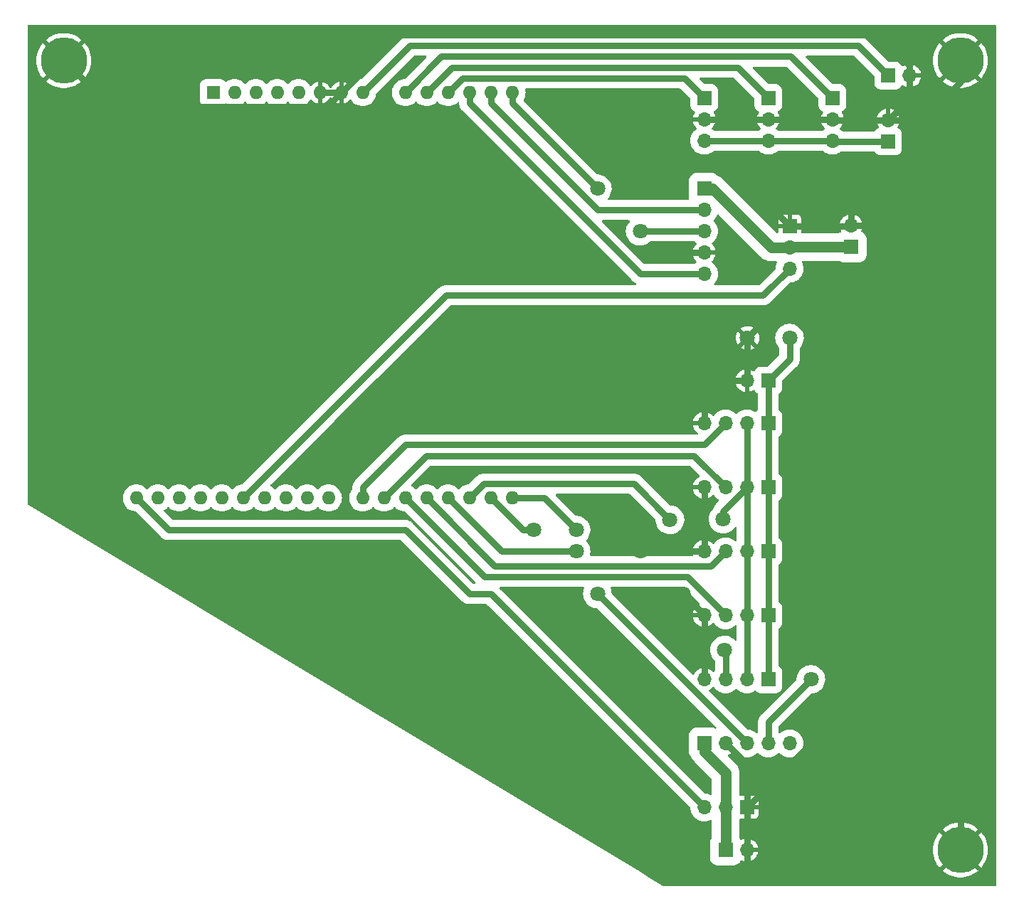
<source format=gbl>
%TF.GenerationSoftware,KiCad,Pcbnew,(6.0.1)*%
%TF.CreationDate,2022-01-26T17:31:55+01:00*%
%TF.ProjectId,carte_kicad_F46NG,63617274-655f-46b6-9963-61645f463436,rev?*%
%TF.SameCoordinates,Original*%
%TF.FileFunction,Copper,L2,Bot*%
%TF.FilePolarity,Positive*%
%FSLAX46Y46*%
G04 Gerber Fmt 4.6, Leading zero omitted, Abs format (unit mm)*
G04 Created by KiCad (PCBNEW (6.0.1)) date 2022-01-26 17:31:55*
%MOMM*%
%LPD*%
G01*
G04 APERTURE LIST*
%TA.AperFunction,ComponentPad*%
%ADD10C,1.800000*%
%TD*%
%TA.AperFunction,ComponentPad*%
%ADD11R,1.700000X1.700000*%
%TD*%
%TA.AperFunction,ComponentPad*%
%ADD12O,1.700000X1.700000*%
%TD*%
%TA.AperFunction,ComponentPad*%
%ADD13C,5.500000*%
%TD*%
%TA.AperFunction,ComponentPad*%
%ADD14R,1.600000X1.600000*%
%TD*%
%TA.AperFunction,ComponentPad*%
%ADD15O,1.600000X1.600000*%
%TD*%
%TA.AperFunction,ViaPad*%
%ADD16C,1.800000*%
%TD*%
%TA.AperFunction,Conductor*%
%ADD17C,0.800000*%
%TD*%
%TA.AperFunction,Conductor*%
%ADD18C,1.300000*%
%TD*%
G04 APERTURE END LIST*
D10*
%TO.P,C470,1*%
%TO.N,/5V_PNG*%
X200660000Y-88900000D03*
%TO.P,C470,2*%
%TO.N,GND*%
X195660000Y-88900000D03*
%TD*%
D11*
%TO.P,B2,1,Pin_1*%
%TO.N,/5V_BLE{slash}MOT*%
X193040000Y-149860000D03*
D12*
%TO.P,B2,2,Pin_2*%
%TO.N,GND*%
X195580000Y-149860000D03*
%TD*%
D11*
%TO.P,A3,1,Pin_1*%
%TO.N,/5V_PNG*%
X198120000Y-93980000D03*
D12*
%TO.P,A3,2,Pin_2*%
%TO.N,GND*%
X195580000Y-93980000D03*
%TD*%
D11*
%TO.P,Ping2,1,Pin_1*%
%TO.N,/5V_PNG*%
X198120000Y-121920000D03*
D12*
%TO.P,Ping2,2,Pin_2*%
%TO.N,/Trig_Cmd_PI_3*%
X195580000Y-121920000D03*
%TO.P,Ping2,3,Pin_3*%
%TO.N,/P2_PB4*%
X193040000Y-121920000D03*
%TO.P,Ping2,4,Pin_4*%
%TO.N,GND*%
X190500000Y-121920000D03*
%TD*%
D11*
%TO.P,Infra3,1,Pin_1*%
%TO.N,/I3_PF9*%
X205740000Y-60325000D03*
D12*
%TO.P,Infra3,2,Pin_2*%
%TO.N,GND*%
X205740000Y-62865000D03*
%TO.P,Infra3,3,Pin_3*%
%TO.N,/5V_INF*%
X205740000Y-65405000D03*
%TD*%
D13*
%TO.P,J1,1,Pin_1*%
%TO.N,GND*%
X114300000Y-55880000D03*
%TD*%
D11*
%TO.P,Ping1,1,Pin_1*%
%TO.N,/5V_PNG*%
X198120000Y-129540000D03*
D12*
%TO.P,Ping1,2,Pin_2*%
%TO.N,/Trig_Cmd_PI_3*%
X195580000Y-129540000D03*
%TO.P,Ping1,3,Pin_3*%
%TO.N,/P1_PG6*%
X193040000Y-129540000D03*
%TO.P,Ping1,4,Pin_4*%
%TO.N,GND*%
X190500000Y-129540000D03*
%TD*%
D11*
%TO.P,B1,1,Pin_1*%
%TO.N,/5V_Carte*%
X212409850Y-57667361D03*
D12*
%TO.P,B1,2,Pin_2*%
%TO.N,GND*%
X214949850Y-57667361D03*
%TD*%
D14*
%TO.P,A2,1,NC*%
%TO.N,unconnected-(A2-Pad1)*%
X132080000Y-59690000D03*
D15*
%TO.P,A2,2,IOREF*%
%TO.N,unconnected-(A2-Pad2)*%
X134620000Y-59690000D03*
%TO.P,A2,3,~{RESET}*%
%TO.N,unconnected-(A2-Pad3)*%
X137160000Y-59690000D03*
%TO.P,A2,4,3V3*%
%TO.N,unconnected-(A2-Pad4)*%
X139700000Y-59690000D03*
%TO.P,A2,5,+5V*%
%TO.N,unconnected-(A2-Pad5)*%
X142240000Y-59690000D03*
%TO.P,A2,6,GND*%
%TO.N,GND*%
X144780000Y-59690000D03*
%TO.P,A2,7,GND*%
X147320000Y-59690000D03*
%TO.P,A2,8,VIN*%
%TO.N,/5V_Carte*%
X149860000Y-59690000D03*
%TO.P,A2,9,A0*%
%TO.N,/I3_PF9*%
X154940000Y-59690000D03*
%TO.P,A2,10,A1*%
%TO.N,/I2_PF10*%
X157480000Y-59690000D03*
%TO.P,A2,11,A2*%
%TO.N,/I1_PA0*%
X160020000Y-59690000D03*
%TO.P,A2,12,A3*%
%TO.N,/PWM_Lidar_PF8*%
X162560000Y-59690000D03*
%TO.P,A2,13,SDA/A4*%
%TO.N,/TX_Lidar_PF7*%
X165100000Y-59690000D03*
%TO.P,A2,14,SCL/A5*%
%TO.N,/RX_Lidar_PF6*%
X167640000Y-59690000D03*
%TO.P,A2,15,D0/RX*%
%TO.N,/RX_BLE_PC7*%
X167640000Y-107950000D03*
%TO.P,A2,16,D1/TX*%
%TO.N,/TX_BLE_PC6*%
X165100000Y-107950000D03*
%TO.P,A2,17,D2*%
%TO.N,/Trig_Cmd_PI_3*%
X162560000Y-107950000D03*
%TO.P,A2,18,D3*%
%TO.N,/P1_PG6*%
X160020000Y-107950000D03*
%TO.P,A2,19,D4*%
%TO.N,/P3_PG7*%
X157480000Y-107950000D03*
%TO.P,A2,20,D5*%
%TO.N,/P2_PB4*%
X154940000Y-107950000D03*
%TO.P,A2,21,D6*%
%TO.N,/P4_PI0*%
X152400000Y-107950000D03*
%TO.P,A2,22,D7*%
%TO.N,/P5_PH6*%
X149860000Y-107950000D03*
%TO.P,A2,23,D8*%
%TO.N,unconnected-(A2-Pad23)*%
X145800000Y-107950000D03*
%TO.P,A2,24,D9*%
%TO.N,unconnected-(A2-Pad24)*%
X143260000Y-107950000D03*
%TO.P,A2,25,D10*%
%TO.N,unconnected-(A2-Pad25)*%
X140720000Y-107950000D03*
%TO.P,A2,26,D11*%
%TO.N,unconnected-(A2-Pad26)*%
X138180000Y-107950000D03*
%TO.P,A2,27,D12*%
%TO.N,/Servo_Cmd_PB14*%
X135640000Y-107950000D03*
%TO.P,A2,28,D13*%
%TO.N,unconnected-(A2-Pad28)*%
X133100000Y-107950000D03*
%TO.P,A2,29,GND*%
%TO.N,unconnected-(A2-Pad29)*%
X130560000Y-107950000D03*
%TO.P,A2,30,AREF*%
%TO.N,unconnected-(A2-Pad30)*%
X128020000Y-107950000D03*
%TO.P,A2,31,SDA/A4*%
%TO.N,unconnected-(A2-Pad31)*%
X125480000Y-107950000D03*
%TO.P,A2,32,SCL/A5*%
%TO.N,/M_Cmd_PB8*%
X122940000Y-107950000D03*
%TD*%
D11*
%TO.P,Moteur1,1,Pin_1*%
%TO.N,GND*%
X195580000Y-144780000D03*
D12*
%TO.P,Moteur1,2,Pin_2*%
%TO.N,/5V_BLE{slash}MOT*%
X193040000Y-144780000D03*
%TO.P,Moteur1,3,Pin_3*%
%TO.N,/M_Cmd_PB8*%
X190500000Y-144780000D03*
%TD*%
D11*
%TO.P,BLE1,1,Pin_1*%
%TO.N,/5V_BLE{slash}MOT*%
X190500000Y-137160000D03*
D12*
%TO.P,BLE1,2,Pin_2*%
%TO.N,GND*%
X193040000Y-137160000D03*
%TO.P,BLE1,3,Pin_3*%
%TO.N,/TX_BLE_PC6*%
X195580000Y-137160000D03*
%TO.P,BLE1,4,Pin_4*%
%TO.N,/RX_BLE_PC7*%
X198120000Y-137160000D03*
%TO.P,BLE1,5,Pin_5*%
%TO.N,unconnected-(BLE1-Pad5)*%
X200660000Y-137160000D03*
%TD*%
D13*
%TO.P,J2,1,Pin_1*%
%TO.N,GND*%
X220980000Y-55880000D03*
%TD*%
D11*
%TO.P,B3,1,Pin_1*%
%TO.N,/5V_INF*%
X212382520Y-65501284D03*
D12*
%TO.P,B3,2,Pin_2*%
%TO.N,GND*%
X212382520Y-62961284D03*
%TD*%
D11*
%TO.P,Servo1,1,Pin_1*%
%TO.N,GND*%
X200660000Y-75565000D03*
D12*
%TO.P,Servo1,2,Pin_2*%
%TO.N,/5V_LID{slash}SRVO*%
X200660000Y-78105000D03*
%TO.P,Servo1,3,Pin_3*%
%TO.N,/Servo_Cmd_PB14*%
X200660000Y-80645000D03*
%TD*%
D11*
%TO.P,Infra1,1,Pin_1*%
%TO.N,/I1_PA0*%
X190500000Y-60325000D03*
D12*
%TO.P,Infra1,2,Pin_2*%
%TO.N,GND*%
X190500000Y-62865000D03*
%TO.P,Infra1,3,Pin_3*%
%TO.N,/5V_INF*%
X190500000Y-65405000D03*
%TD*%
D13*
%TO.P,J3,1,Pin_1*%
%TO.N,GND*%
X220980000Y-149860000D03*
%TD*%
D11*
%TO.P,Ping5,1,Pin_1*%
%TO.N,/5V_PNG*%
X198120000Y-99060000D03*
D12*
%TO.P,Ping5,2,Pin_2*%
%TO.N,/Trig_Cmd_PI_3*%
X195580000Y-99060000D03*
%TO.P,Ping5,3,Pin_3*%
%TO.N,/P5_PH6*%
X193040000Y-99060000D03*
%TO.P,Ping5,4,Pin_4*%
%TO.N,GND*%
X190500000Y-99060000D03*
%TD*%
D11*
%TO.P,Infra2,1,Pin_1*%
%TO.N,/I2_PF10*%
X198120000Y-60325000D03*
D12*
%TO.P,Infra2,2,Pin_2*%
%TO.N,GND*%
X198120000Y-62865000D03*
%TO.P,Infra2,3,Pin_3*%
%TO.N,/5V_INF*%
X198120000Y-65405000D03*
%TD*%
D11*
%TO.P,Ping4,1,Pin_1*%
%TO.N,/5V_PNG*%
X198120000Y-106680000D03*
D12*
%TO.P,Ping4,2,Pin_2*%
%TO.N,/Trig_Cmd_PI_3*%
X195580000Y-106680000D03*
%TO.P,Ping4,3,Pin_3*%
%TO.N,/P4_PI0*%
X193040000Y-106680000D03*
%TO.P,Ping4,4,Pin_4*%
%TO.N,GND*%
X190500000Y-106680000D03*
%TD*%
D11*
%TO.P,Ping3,1,Pin_1*%
%TO.N,/5V_PNG*%
X198120000Y-114300000D03*
D12*
%TO.P,Ping3,2,Pin_2*%
%TO.N,/Trig_Cmd_PI_3*%
X195580000Y-114300000D03*
%TO.P,Ping3,3,Pin_3*%
%TO.N,/P3_PG7*%
X193040000Y-114300000D03*
%TO.P,Ping3,4,Pin_4*%
%TO.N,GND*%
X190500000Y-114300000D03*
%TD*%
D11*
%TO.P,A1,1,Pin_1*%
%TO.N,/5V_LID{slash}SRVO*%
X207991130Y-78070643D03*
D12*
%TO.P,A1,2,Pin_2*%
%TO.N,GND*%
X207991130Y-75530643D03*
%TD*%
D11*
%TO.P,Lidar1,1,Pin_1*%
%TO.N,/5V_LID{slash}SRVO*%
X190500000Y-71120000D03*
D12*
%TO.P,Lidar1,2,Pin_2*%
%TO.N,/TX_Lidar_PF7*%
X190500000Y-73660000D03*
%TO.P,Lidar1,3,Pin_3*%
%TO.N,/RX_Lidar_PF6*%
X190500000Y-76200000D03*
%TO.P,Lidar1,4,Pin_4*%
%TO.N,GND*%
X190500000Y-78740000D03*
%TO.P,Lidar1,5,Pin_5*%
%TO.N,/PWM_Lidar_PF8*%
X190500000Y-81280000D03*
%TD*%
D16*
%TO.N,GND*%
X180340000Y-139700000D03*
X185420000Y-78740000D03*
X182880000Y-114300000D03*
X187960000Y-119380000D03*
X182880000Y-129540000D03*
X185420000Y-71120000D03*
%TO.N,/RX_Lidar_PF6*%
X177800000Y-71120000D03*
X182880000Y-76200000D03*
%TO.N,/RX_BLE_PC7*%
X203200000Y-129540000D03*
X175260000Y-111760000D03*
%TO.N,/TX_BLE_PC6*%
X177800000Y-119380000D03*
X170180000Y-111760000D03*
%TO.N,/P1_PG6*%
X175260000Y-114300000D03*
X192928096Y-126056147D03*
%TO.N,/Trig_Cmd_PI_3*%
X192751647Y-110466579D03*
X186425068Y-110541009D03*
%TD*%
D17*
%TO.N,GND*%
X119809511Y-61389511D02*
X114300000Y-55880000D01*
X145620489Y-61389511D02*
X119809511Y-61389511D01*
X147320000Y-59690000D02*
X145620489Y-61389511D01*
X154217589Y-52792411D02*
X147320000Y-59690000D01*
X195580000Y-149860000D02*
X195580000Y-151819022D01*
X205836284Y-62961284D02*
X205740000Y-62865000D01*
X208280000Y-83820000D02*
X210820000Y-86360000D01*
X214949850Y-60393954D02*
X212382520Y-62961284D01*
X205740000Y-62865000D02*
X198120000Y-62865000D01*
X200660000Y-75565000D02*
X207956773Y-75565000D01*
X210820000Y-129540000D02*
X220980000Y-139700000D01*
X187960000Y-68580000D02*
X185420000Y-71120000D01*
X195660000Y-93900000D02*
X195580000Y-93980000D01*
X211276981Y-52792411D02*
X154217589Y-52792411D01*
X190500000Y-129540000D02*
X190500000Y-121920000D01*
X207991130Y-75530643D02*
X210150643Y-75530643D01*
X215900000Y-63500000D02*
X215900000Y-68580000D01*
X190209511Y-152109511D02*
X180340000Y-142240000D01*
X212382520Y-62961284D02*
X205836284Y-62961284D01*
X210150643Y-75530643D02*
X210820000Y-76200000D01*
X214949850Y-57667361D02*
X214949850Y-60393954D01*
X195660000Y-91360000D02*
X195580000Y-91440000D01*
X182880000Y-114300000D02*
X190500000Y-114300000D01*
X195580000Y-144780000D02*
X195580000Y-139700000D01*
X210820000Y-86360000D02*
X210820000Y-129540000D01*
X210820000Y-81280000D02*
X208280000Y-83820000D01*
X190500000Y-96520000D02*
X193040000Y-93980000D01*
X193675000Y-68580000D02*
X187960000Y-68580000D01*
X220980000Y-58420000D02*
X215900000Y-63500000D01*
X190500000Y-62865000D02*
X198120000Y-62865000D01*
X180340000Y-142240000D02*
X180340000Y-139700000D01*
X209827596Y-69572404D02*
X207991130Y-71408870D01*
X195580000Y-139700000D02*
X193040000Y-137160000D01*
X220980000Y-139700000D02*
X220980000Y-149860000D01*
X190500000Y-121920000D02*
X187960000Y-119380000D01*
X195289511Y-152109511D02*
X190209511Y-152109511D01*
X212382520Y-62961284D02*
X215361284Y-62961284D01*
X210820000Y-76200000D02*
X210820000Y-81280000D01*
X200660000Y-75565000D02*
X193675000Y-68580000D01*
X193040000Y-93980000D02*
X195580000Y-93980000D01*
X185420000Y-78740000D02*
X190500000Y-78740000D01*
X207991130Y-71408870D02*
X207991130Y-75530643D01*
X215361284Y-62961284D02*
X215900000Y-63500000D01*
X207956773Y-75565000D02*
X207991130Y-75530643D01*
X214949850Y-56465280D02*
X211276981Y-52792411D01*
X147320000Y-59690000D02*
X144780000Y-59690000D01*
X200740000Y-83820000D02*
X195660000Y-88900000D01*
X208280000Y-83820000D02*
X200740000Y-83820000D01*
X210820000Y-129540000D02*
X195580000Y-144780000D01*
X195660000Y-88900000D02*
X195660000Y-93900000D01*
X190500000Y-114300000D02*
X190500000Y-106680000D01*
X190500000Y-96520000D02*
X190500000Y-99060000D01*
X220980000Y-55880000D02*
X220980000Y-58420000D01*
X195580000Y-149860000D02*
X195580000Y-144780000D01*
X214907596Y-69572404D02*
X209827596Y-69572404D01*
X215900000Y-68580000D02*
X214907596Y-69572404D01*
X214949850Y-57667361D02*
X214949850Y-56465280D01*
X195580000Y-151819022D02*
X195289511Y-152109511D01*
%TO.N,/5V_Carte*%
X212409850Y-57667361D02*
X208834420Y-54091931D01*
X155458069Y-54091931D02*
X149860000Y-59690000D01*
X208834420Y-54091931D02*
X155458069Y-54091931D01*
%TO.N,/I1_PA0*%
X188165489Y-57990489D02*
X161719511Y-57990489D01*
X161719511Y-57990489D02*
X160020000Y-59690000D01*
X190500000Y-60325000D02*
X188165489Y-57990489D01*
%TO.N,/I2_PF10*%
X194485970Y-56690970D02*
X160479030Y-56690970D01*
X198120000Y-60325000D02*
X194485970Y-56690970D01*
X160479030Y-56690970D02*
X157480000Y-59690000D01*
%TO.N,/I3_PF9*%
X200806450Y-55391450D02*
X159238550Y-55391450D01*
X205740000Y-60325000D02*
X200806450Y-55391450D01*
X159238550Y-55391450D02*
X154940000Y-59690000D01*
%TO.N,/PWM_Lidar_PF8*%
X182880000Y-81280000D02*
X162560000Y-60960000D01*
X162560000Y-60960000D02*
X162560000Y-59690000D01*
X190500000Y-81280000D02*
X182880000Y-81280000D01*
%TO.N,/TX_Lidar_PF7*%
X165100000Y-59690000D02*
X165100000Y-60960000D01*
X177800000Y-73660000D02*
X190500000Y-73660000D01*
X165100000Y-60960000D02*
X177800000Y-73660000D01*
%TO.N,/RX_Lidar_PF6*%
X177800000Y-71120000D02*
X167640000Y-60960000D01*
X167640000Y-60960000D02*
X167640000Y-59690000D01*
X190500000Y-76200000D02*
X182880000Y-76200000D01*
%TO.N,/RX_BLE_PC7*%
X198120000Y-134620000D02*
X203200000Y-129540000D01*
X175260000Y-111760000D02*
X171450000Y-107950000D01*
X198120000Y-137160000D02*
X198120000Y-134620000D01*
X171450000Y-107950000D02*
X167640000Y-107950000D01*
%TO.N,/TX_BLE_PC6*%
X195580000Y-137160000D02*
X177800000Y-119380000D01*
X170180000Y-111760000D02*
X168910000Y-111760000D01*
X168910000Y-111760000D02*
X165100000Y-107950000D01*
%TO.N,/P1_PG6*%
X192928096Y-126056147D02*
X193040000Y-126168051D01*
X175260000Y-114300000D02*
X166370000Y-114300000D01*
X193040000Y-126168051D02*
X193040000Y-129540000D01*
X166370000Y-114300000D02*
X160020000Y-107950000D01*
%TO.N,/P2_PB4*%
X193040000Y-121920000D02*
X188469031Y-117349031D01*
X188469031Y-117349031D02*
X164339031Y-117349031D01*
X164339031Y-117349031D02*
X154940000Y-107950000D01*
%TO.N,/P3_PG7*%
X191290489Y-116049511D02*
X165579511Y-116049511D01*
X165579511Y-116049511D02*
X157480000Y-107950000D01*
X193040000Y-114300000D02*
X191290489Y-116049511D01*
%TO.N,/P4_PI0*%
X193040000Y-106680000D02*
X189259520Y-102899520D01*
X157450480Y-102899520D02*
X152400000Y-107950000D01*
X189259520Y-102899520D02*
X157450480Y-102899520D01*
%TO.N,/P5_PH6*%
X190500000Y-101600000D02*
X154940000Y-101600000D01*
X193040000Y-99060000D02*
X190500000Y-101600000D01*
X154940000Y-101600000D02*
X149860000Y-106680000D01*
X149860000Y-106680000D02*
X149860000Y-107950000D01*
%TO.N,/Trig_Cmd_PI_3*%
X192751647Y-109508353D02*
X195580000Y-106680000D01*
X162560000Y-107950000D02*
X164259511Y-106250489D01*
X182134548Y-106250489D02*
X186425068Y-110541009D01*
X192751647Y-110466579D02*
X192751647Y-109508353D01*
X164259511Y-106250489D02*
X182134548Y-106250489D01*
X195580000Y-99060000D02*
X195580000Y-129540000D01*
%TO.N,/Servo_Cmd_PB14*%
X197485000Y-83820000D02*
X159770000Y-83820000D01*
X200660000Y-80645000D02*
X197485000Y-83820000D01*
X159770000Y-83820000D02*
X135640000Y-107950000D01*
%TO.N,/M_Cmd_PB8*%
X190500000Y-144780000D02*
X165100000Y-119380000D01*
X162560000Y-119380000D02*
X154940000Y-111760000D01*
X154940000Y-111760000D02*
X126750000Y-111760000D01*
X126750000Y-111760000D02*
X122940000Y-107950000D01*
X165100000Y-119380000D02*
X162560000Y-119380000D01*
D18*
%TO.N,/5V_LID{slash}SRVO*%
X191494843Y-71120000D02*
X198479843Y-78105000D01*
X200694357Y-78070643D02*
X200660000Y-78105000D01*
X207991130Y-78070643D02*
X200694357Y-78070643D01*
X190500000Y-71120000D02*
X191494843Y-71120000D01*
X198479843Y-78105000D02*
X200660000Y-78105000D01*
%TO.N,/5V_BLE{slash}MOT*%
X193040000Y-149860000D02*
X193040000Y-144780000D01*
X193040000Y-140694843D02*
X190500000Y-138154843D01*
X193040000Y-144780000D02*
X193040000Y-140694843D01*
X190500000Y-138154843D02*
X190500000Y-137160000D01*
D17*
%TO.N,/5V_PNG*%
X200660000Y-91440000D02*
X198120000Y-93980000D01*
X198120000Y-93980000D02*
X198120000Y-99060000D01*
X198120000Y-114300000D02*
X198120000Y-121920000D01*
X200660000Y-88900000D02*
X200660000Y-91440000D01*
X198120000Y-99060000D02*
X198120000Y-106680000D01*
X198120000Y-106680000D02*
X198120000Y-114300000D01*
X198120000Y-121920000D02*
X198120000Y-129540000D01*
%TO.N,/5V_INF*%
X212382520Y-65501284D02*
X205836284Y-65501284D01*
X205836284Y-65501284D02*
X205740000Y-65405000D01*
X190500000Y-65405000D02*
X198120000Y-65405000D01*
X205740000Y-65405000D02*
X198120000Y-65405000D01*
%TD*%
%TA.AperFunction,Conductor*%
%TO.N,GND*%
G36*
X225202121Y-51620002D02*
G01*
X225248614Y-51673658D01*
X225260000Y-51726000D01*
X225260000Y-154014000D01*
X225239998Y-154082121D01*
X225186342Y-154128614D01*
X225134000Y-154140000D01*
X185676486Y-154140000D01*
X185611660Y-154122044D01*
X183939154Y-153118540D01*
X182640569Y-152339389D01*
X218865541Y-152339389D01*
X218873678Y-152350395D01*
X219133938Y-152550099D01*
X219139537Y-152553933D01*
X219435261Y-152733736D01*
X219441251Y-152736948D01*
X219754657Y-152883758D01*
X219760961Y-152886305D01*
X220088384Y-152998406D01*
X220094935Y-153000260D01*
X220432539Y-153076342D01*
X220439258Y-153077479D01*
X220783113Y-153116657D01*
X220789903Y-153117060D01*
X221135973Y-153118872D01*
X221142774Y-153118540D01*
X221487020Y-153082966D01*
X221493748Y-153081900D01*
X221832144Y-153009353D01*
X221838693Y-153007574D01*
X222167278Y-152898905D01*
X222173620Y-152896419D01*
X222488523Y-152752910D01*
X222494577Y-152749745D01*
X222792128Y-152573073D01*
X222797809Y-152569270D01*
X223074547Y-152361489D01*
X223079771Y-152357105D01*
X223086238Y-152351053D01*
X223094307Y-152337373D01*
X223094280Y-152336649D01*
X223089136Y-152328346D01*
X220992812Y-150232022D01*
X220978868Y-150224408D01*
X220977035Y-150224539D01*
X220970420Y-150228790D01*
X218872422Y-152326788D01*
X218865541Y-152339389D01*
X182640569Y-152339389D01*
X151640720Y-133739480D01*
X110081174Y-108803752D01*
X110033051Y-108751553D01*
X110020000Y-108695708D01*
X110020000Y-107950000D01*
X121334551Y-107950000D01*
X121354317Y-108201148D01*
X121355471Y-108205955D01*
X121355472Y-108205961D01*
X121392865Y-108361711D01*
X121413127Y-108446111D01*
X121509534Y-108678859D01*
X121641164Y-108893659D01*
X121644376Y-108897419D01*
X121644379Y-108897424D01*
X121789256Y-109067052D01*
X121804776Y-109085224D01*
X121808538Y-109088437D01*
X121992576Y-109245621D01*
X121992581Y-109245624D01*
X121996341Y-109248836D01*
X122211141Y-109380466D01*
X122215711Y-109382359D01*
X122215715Y-109382361D01*
X122439316Y-109474979D01*
X122443889Y-109476873D01*
X122511830Y-109493184D01*
X122684039Y-109534528D01*
X122684045Y-109534529D01*
X122688852Y-109535683D01*
X122786551Y-109543372D01*
X122793460Y-109543916D01*
X122859801Y-109569202D01*
X122872669Y-109580433D01*
X125869487Y-112577251D01*
X125875124Y-112583269D01*
X125920090Y-112634543D01*
X125977735Y-112679986D01*
X125993083Y-112692085D01*
X125995619Y-112694138D01*
X126067117Y-112753602D01*
X126072161Y-112756427D01*
X126072287Y-112756498D01*
X126088709Y-112767471D01*
X126088824Y-112767562D01*
X126088829Y-112767565D01*
X126093360Y-112771137D01*
X126098473Y-112773827D01*
X126175617Y-112814415D01*
X126178498Y-112815979D01*
X126259621Y-112861410D01*
X126265088Y-112863266D01*
X126265097Y-112863270D01*
X126265231Y-112863315D01*
X126283387Y-112871116D01*
X126288620Y-112873869D01*
X126294134Y-112875581D01*
X126294136Y-112875582D01*
X126377375Y-112901429D01*
X126380511Y-112902448D01*
X126463077Y-112930475D01*
X126468548Y-112932332D01*
X126474410Y-112933182D01*
X126493687Y-112937544D01*
X126499333Y-112939297D01*
X126505063Y-112939975D01*
X126505067Y-112939976D01*
X126591640Y-112950222D01*
X126594911Y-112950653D01*
X126618987Y-112954144D01*
X126686902Y-112963991D01*
X126773286Y-112960597D01*
X126778233Y-112960500D01*
X154390546Y-112960500D01*
X154458667Y-112980502D01*
X154479641Y-112997405D01*
X161679480Y-120197243D01*
X161685117Y-120203261D01*
X161730090Y-120254543D01*
X161782983Y-120296240D01*
X161803098Y-120312097D01*
X161805661Y-120314173D01*
X161849050Y-120350259D01*
X161877116Y-120373601D01*
X161882160Y-120376426D01*
X161882286Y-120376497D01*
X161898708Y-120387470D01*
X161903360Y-120391137D01*
X161985633Y-120434423D01*
X161988494Y-120435977D01*
X162069620Y-120481410D01*
X162075222Y-120483312D01*
X162093383Y-120491114D01*
X162098620Y-120493869D01*
X162104143Y-120495584D01*
X162104148Y-120495586D01*
X162187413Y-120521441D01*
X162190550Y-120522460D01*
X162273079Y-120550475D01*
X162273084Y-120550476D01*
X162278548Y-120552331D01*
X162284260Y-120553159D01*
X162284264Y-120553160D01*
X162284402Y-120553180D01*
X162303682Y-120557543D01*
X162303812Y-120557583D01*
X162303817Y-120557584D01*
X162309333Y-120559297D01*
X162395744Y-120569525D01*
X162401687Y-120570228D01*
X162404959Y-120570659D01*
X162496902Y-120583990D01*
X162583261Y-120580597D01*
X162588208Y-120580500D01*
X164550546Y-120580500D01*
X164618667Y-120600502D01*
X164639641Y-120617405D01*
X188815127Y-144792890D01*
X188849153Y-144855202D01*
X188851644Y-144872099D01*
X188864779Y-145038994D01*
X188865933Y-145043801D01*
X188865934Y-145043807D01*
X188904220Y-145203276D01*
X188925427Y-145291610D01*
X189024846Y-145531628D01*
X189160588Y-145753140D01*
X189329311Y-145950689D01*
X189526860Y-146119412D01*
X189748372Y-146255154D01*
X189752942Y-146257047D01*
X189752946Y-146257049D01*
X189983817Y-146352679D01*
X189988390Y-146354573D01*
X190076724Y-146375780D01*
X190236193Y-146414066D01*
X190236199Y-146414067D01*
X190241006Y-146415221D01*
X190500000Y-146435604D01*
X190758994Y-146415221D01*
X190763801Y-146414067D01*
X190763807Y-146414066D01*
X190923276Y-146375780D01*
X191011610Y-146354573D01*
X191156883Y-146294399D01*
X191215282Y-146270209D01*
X191285872Y-146262620D01*
X191349359Y-146294399D01*
X191385586Y-146355457D01*
X191389500Y-146386618D01*
X191389500Y-148363629D01*
X191369498Y-148431750D01*
X191361143Y-148443265D01*
X191350427Y-148456404D01*
X191256259Y-148636530D01*
X191200234Y-148831913D01*
X191189500Y-148952184D01*
X191189500Y-150767816D01*
X191200234Y-150888087D01*
X191256259Y-151083470D01*
X191350427Y-151263596D01*
X191478891Y-151421109D01*
X191636404Y-151549573D01*
X191642057Y-151552528D01*
X191642058Y-151552529D01*
X191661611Y-151562751D01*
X191816530Y-151643741D01*
X192011913Y-151699766D01*
X192043545Y-151702589D01*
X192129391Y-151710251D01*
X192129397Y-151710251D01*
X192132184Y-151710500D01*
X193947816Y-151710500D01*
X193950603Y-151710251D01*
X193950609Y-151710251D01*
X194036455Y-151702589D01*
X194068087Y-151699766D01*
X194263470Y-151643741D01*
X194418389Y-151562751D01*
X194437942Y-151552529D01*
X194437943Y-151552528D01*
X194443596Y-151549573D01*
X194601109Y-151421109D01*
X194729573Y-151263596D01*
X194799570Y-151129705D01*
X194848855Y-151078604D01*
X194917945Y-151062260D01*
X194974803Y-151079294D01*
X194986758Y-151086280D01*
X194996042Y-151090729D01*
X195195001Y-151166703D01*
X195204899Y-151169579D01*
X195308250Y-151190606D01*
X195322299Y-151189410D01*
X195326000Y-151179065D01*
X195326000Y-151178517D01*
X195834000Y-151178517D01*
X195838064Y-151192359D01*
X195851478Y-151194393D01*
X195858184Y-151193534D01*
X195868262Y-151191392D01*
X196072255Y-151130191D01*
X196081842Y-151126433D01*
X196273095Y-151032739D01*
X196281945Y-151027464D01*
X196455328Y-150903792D01*
X196463200Y-150897139D01*
X196614052Y-150746812D01*
X196620730Y-150738965D01*
X196745003Y-150566020D01*
X196750313Y-150557183D01*
X196844670Y-150366267D01*
X196848469Y-150356672D01*
X196910377Y-150152910D01*
X196912555Y-150142837D01*
X196913986Y-150131962D01*
X196911775Y-150117778D01*
X196898617Y-150114000D01*
X195852115Y-150114000D01*
X195836876Y-150118475D01*
X195835671Y-150119865D01*
X195834000Y-150127548D01*
X195834000Y-151178517D01*
X195326000Y-151178517D01*
X195326000Y-149852007D01*
X217717407Y-149852007D01*
X217734917Y-150197659D01*
X217735627Y-150204415D01*
X217790363Y-150546141D01*
X217791802Y-150552796D01*
X217883122Y-150886604D01*
X217885271Y-150893065D01*
X218012110Y-151215067D01*
X218014941Y-151221250D01*
X218175815Y-151527670D01*
X218179298Y-151533513D01*
X218372321Y-151820761D01*
X218376424Y-151826205D01*
X218491911Y-151963351D01*
X218504650Y-151971794D01*
X218515094Y-151965696D01*
X220607978Y-149872812D01*
X220614356Y-149861132D01*
X221344408Y-149861132D01*
X221344539Y-149862965D01*
X221348790Y-149869580D01*
X223443553Y-151964343D01*
X223457150Y-151971768D01*
X223466761Y-151965068D01*
X223562845Y-151853360D01*
X223567003Y-151847960D01*
X223763023Y-151562751D01*
X223766570Y-151556940D01*
X223930634Y-151252238D01*
X223933541Y-151246060D01*
X224063744Y-150925411D01*
X224065958Y-150918981D01*
X224160769Y-150586143D01*
X224162276Y-150579513D01*
X224220590Y-150238362D01*
X224221370Y-150231622D01*
X224242595Y-149884576D01*
X224242711Y-149880973D01*
X224242779Y-149861819D01*
X224242687Y-149858194D01*
X224223885Y-149511023D01*
X224223150Y-149504257D01*
X224167224Y-149162738D01*
X224165757Y-149156066D01*
X224073278Y-148822597D01*
X224071104Y-148816134D01*
X223943143Y-148494583D01*
X223940290Y-148488409D01*
X223778343Y-148182545D01*
X223774849Y-148176728D01*
X223580813Y-147890140D01*
X223576699Y-147884721D01*
X223468090Y-147756653D01*
X223455265Y-147748217D01*
X223444940Y-147754270D01*
X221352022Y-149847188D01*
X221344408Y-149861132D01*
X220614356Y-149861132D01*
X220615592Y-149858868D01*
X220615461Y-149857035D01*
X220611210Y-149850420D01*
X218516457Y-147755667D01*
X218502920Y-147748275D01*
X218493219Y-147755063D01*
X218390220Y-147875659D01*
X218386066Y-147881092D01*
X218191056Y-148166965D01*
X218187521Y-148172802D01*
X218024518Y-148478080D01*
X218021642Y-148484249D01*
X217892558Y-148805355D01*
X217890365Y-148811795D01*
X217796714Y-149144968D01*
X217795231Y-149151603D01*
X217738112Y-149492936D01*
X217737353Y-149499708D01*
X217717431Y-149845212D01*
X217717407Y-149852007D01*
X195326000Y-149852007D01*
X195326000Y-149587885D01*
X195834000Y-149587885D01*
X195838475Y-149603124D01*
X195839865Y-149604329D01*
X195847548Y-149606000D01*
X196898344Y-149606000D01*
X196911875Y-149602027D01*
X196913180Y-149592947D01*
X196871214Y-149425875D01*
X196867894Y-149416124D01*
X196782972Y-149220814D01*
X196778105Y-149211739D01*
X196662426Y-149032926D01*
X196656136Y-149024757D01*
X196512806Y-148867240D01*
X196505273Y-148860215D01*
X196338139Y-148728222D01*
X196329552Y-148722517D01*
X196143117Y-148619599D01*
X196133705Y-148615369D01*
X195932959Y-148544280D01*
X195922988Y-148541646D01*
X195851837Y-148528972D01*
X195838540Y-148530432D01*
X195834000Y-148544989D01*
X195834000Y-149587885D01*
X195326000Y-149587885D01*
X195326000Y-148543102D01*
X195322082Y-148529758D01*
X195307806Y-148527771D01*
X195269324Y-148533660D01*
X195259288Y-148536051D01*
X195056868Y-148602212D01*
X195047359Y-148606209D01*
X194970687Y-148646122D01*
X194901028Y-148659835D01*
X194835013Y-148633710D01*
X194800845Y-148592735D01*
X194775884Y-148544989D01*
X194729573Y-148456404D01*
X194718857Y-148443265D01*
X194691303Y-148377834D01*
X194690500Y-148363629D01*
X194690500Y-147382234D01*
X218865322Y-147382234D01*
X218865357Y-147383075D01*
X218870410Y-147391200D01*
X220967188Y-149487978D01*
X220981132Y-149495592D01*
X220982965Y-149495461D01*
X220989580Y-149491210D01*
X223087431Y-147393359D01*
X223095045Y-147379415D01*
X223094977Y-147378460D01*
X223091024Y-147372482D01*
X222816667Y-147163479D01*
X222811041Y-147159655D01*
X222514706Y-146980894D01*
X222508694Y-146977697D01*
X222194774Y-146831980D01*
X222188474Y-146829460D01*
X221860664Y-146718503D01*
X221854086Y-146716667D01*
X221516237Y-146641768D01*
X221509499Y-146640652D01*
X221165515Y-146602675D01*
X221158735Y-146602296D01*
X220812636Y-146601693D01*
X220805863Y-146602048D01*
X220461726Y-146638825D01*
X220455016Y-146639912D01*
X220116883Y-146713637D01*
X220110308Y-146715448D01*
X219782117Y-146825259D01*
X219775795Y-146827762D01*
X219461388Y-146972373D01*
X219455345Y-146975559D01*
X219158402Y-147153276D01*
X219152756Y-147157085D01*
X218876726Y-147365844D01*
X218873140Y-147368875D01*
X218865322Y-147382234D01*
X194690500Y-147382234D01*
X194690500Y-146264000D01*
X194710502Y-146195879D01*
X194764158Y-146149386D01*
X194816500Y-146138000D01*
X195307885Y-146138000D01*
X195323124Y-146133525D01*
X195324329Y-146132135D01*
X195326000Y-146124452D01*
X195326000Y-146119884D01*
X195834000Y-146119884D01*
X195838475Y-146135123D01*
X195839865Y-146136328D01*
X195847548Y-146137999D01*
X196474669Y-146137999D01*
X196481490Y-146137629D01*
X196532352Y-146132105D01*
X196547604Y-146128479D01*
X196668054Y-146083324D01*
X196683649Y-146074786D01*
X196785724Y-145998285D01*
X196798285Y-145985724D01*
X196874786Y-145883649D01*
X196883324Y-145868054D01*
X196928478Y-145747606D01*
X196932105Y-145732351D01*
X196937631Y-145681486D01*
X196938000Y-145674672D01*
X196938000Y-145052115D01*
X196933525Y-145036876D01*
X196932135Y-145035671D01*
X196924452Y-145034000D01*
X195852115Y-145034000D01*
X195836876Y-145038475D01*
X195835671Y-145039865D01*
X195834000Y-145047548D01*
X195834000Y-146119884D01*
X195326000Y-146119884D01*
X195326000Y-144507885D01*
X195834000Y-144507885D01*
X195838475Y-144523124D01*
X195839865Y-144524329D01*
X195847548Y-144526000D01*
X196919884Y-144526000D01*
X196935123Y-144521525D01*
X196936328Y-144520135D01*
X196937999Y-144512452D01*
X196937999Y-143885331D01*
X196937629Y-143878510D01*
X196932105Y-143827648D01*
X196928479Y-143812396D01*
X196883324Y-143691946D01*
X196874786Y-143676351D01*
X196798285Y-143574276D01*
X196785724Y-143561715D01*
X196683649Y-143485214D01*
X196668054Y-143476676D01*
X196547606Y-143431522D01*
X196532351Y-143427895D01*
X196481486Y-143422369D01*
X196474672Y-143422000D01*
X195852115Y-143422000D01*
X195836876Y-143426475D01*
X195835671Y-143427865D01*
X195834000Y-143435548D01*
X195834000Y-144507885D01*
X195326000Y-144507885D01*
X195326000Y-143440116D01*
X195321525Y-143424877D01*
X195320135Y-143423672D01*
X195312452Y-143422001D01*
X194816500Y-143422001D01*
X194748379Y-143401999D01*
X194701886Y-143348343D01*
X194690500Y-143296001D01*
X194690500Y-140764652D01*
X194690888Y-140754766D01*
X194695216Y-140699773D01*
X194695604Y-140694843D01*
X194675221Y-140435849D01*
X194674067Y-140431042D01*
X194674066Y-140431036D01*
X194615728Y-140188045D01*
X194614573Y-140183233D01*
X194515154Y-139943215D01*
X194515154Y-139943214D01*
X194379412Y-139721703D01*
X194210689Y-139524154D01*
X194164978Y-139485113D01*
X194157713Y-139478397D01*
X193356231Y-138676914D01*
X193322206Y-138614602D01*
X193327271Y-138543786D01*
X193369818Y-138486951D01*
X193409120Y-138467133D01*
X193532252Y-138430192D01*
X193541842Y-138426433D01*
X193733095Y-138332739D01*
X193741945Y-138327464D01*
X193915328Y-138203792D01*
X193923193Y-138197145D01*
X194031591Y-138089124D01*
X194093962Y-138055208D01*
X194164769Y-138060396D01*
X194221531Y-138103042D01*
X194227963Y-138112539D01*
X194238003Y-138128922D01*
X194240588Y-138133140D01*
X194409311Y-138330689D01*
X194606860Y-138499412D01*
X194828372Y-138635154D01*
X194832942Y-138637047D01*
X194832946Y-138637049D01*
X195027155Y-138717493D01*
X195068390Y-138734573D01*
X195156724Y-138755780D01*
X195316193Y-138794066D01*
X195316199Y-138794067D01*
X195321006Y-138795221D01*
X195580000Y-138815604D01*
X195838994Y-138795221D01*
X195843801Y-138794067D01*
X195843807Y-138794066D01*
X196003276Y-138755780D01*
X196091610Y-138734573D01*
X196132845Y-138717493D01*
X196327054Y-138637049D01*
X196327058Y-138637047D01*
X196331628Y-138635154D01*
X196553140Y-138499412D01*
X196750689Y-138330689D01*
X196753897Y-138326933D01*
X196753902Y-138326928D01*
X196754189Y-138326592D01*
X196754330Y-138326500D01*
X196757405Y-138323425D01*
X196758051Y-138324071D01*
X196813639Y-138287783D01*
X196884634Y-138287275D01*
X196941925Y-138324095D01*
X196942595Y-138323425D01*
X196945674Y-138326504D01*
X196945811Y-138326592D01*
X196946098Y-138326928D01*
X196946103Y-138326933D01*
X196949311Y-138330689D01*
X197146860Y-138499412D01*
X197368372Y-138635154D01*
X197372942Y-138637047D01*
X197372946Y-138637049D01*
X197567155Y-138717493D01*
X197608390Y-138734573D01*
X197696724Y-138755780D01*
X197856193Y-138794066D01*
X197856199Y-138794067D01*
X197861006Y-138795221D01*
X198120000Y-138815604D01*
X198378994Y-138795221D01*
X198383801Y-138794067D01*
X198383807Y-138794066D01*
X198543276Y-138755780D01*
X198631610Y-138734573D01*
X198672845Y-138717493D01*
X198867054Y-138637049D01*
X198867058Y-138637047D01*
X198871628Y-138635154D01*
X199093140Y-138499412D01*
X199290689Y-138330689D01*
X199293897Y-138326933D01*
X199293902Y-138326928D01*
X199294189Y-138326592D01*
X199294330Y-138326500D01*
X199297405Y-138323425D01*
X199298051Y-138324071D01*
X199353639Y-138287783D01*
X199424634Y-138287275D01*
X199481925Y-138324095D01*
X199482595Y-138323425D01*
X199485674Y-138326504D01*
X199485811Y-138326592D01*
X199486098Y-138326928D01*
X199486103Y-138326933D01*
X199489311Y-138330689D01*
X199686860Y-138499412D01*
X199908372Y-138635154D01*
X199912942Y-138637047D01*
X199912946Y-138637049D01*
X200107155Y-138717493D01*
X200148390Y-138734573D01*
X200236724Y-138755780D01*
X200396193Y-138794066D01*
X200396199Y-138794067D01*
X200401006Y-138795221D01*
X200660000Y-138815604D01*
X200918994Y-138795221D01*
X200923801Y-138794067D01*
X200923807Y-138794066D01*
X201083276Y-138755780D01*
X201171610Y-138734573D01*
X201212845Y-138717493D01*
X201407054Y-138637049D01*
X201407058Y-138637047D01*
X201411628Y-138635154D01*
X201633140Y-138499412D01*
X201830689Y-138330689D01*
X201999412Y-138133140D01*
X202135154Y-137911628D01*
X202234573Y-137671610D01*
X202255780Y-137583276D01*
X202294066Y-137423807D01*
X202294067Y-137423801D01*
X202295221Y-137418994D01*
X202315604Y-137160000D01*
X202295221Y-136901006D01*
X202294067Y-136896199D01*
X202294066Y-136896193D01*
X202235728Y-136653202D01*
X202234573Y-136648390D01*
X202135154Y-136408372D01*
X201999412Y-136186860D01*
X201830689Y-135989311D01*
X201633140Y-135820588D01*
X201411628Y-135684846D01*
X201407058Y-135682953D01*
X201407054Y-135682951D01*
X201176183Y-135587321D01*
X201176181Y-135587320D01*
X201171610Y-135585427D01*
X201083276Y-135564220D01*
X200923807Y-135525934D01*
X200923801Y-135525933D01*
X200918994Y-135524779D01*
X200660000Y-135504396D01*
X200401006Y-135524779D01*
X200396199Y-135525933D01*
X200396193Y-135525934D01*
X200236724Y-135564220D01*
X200148390Y-135585427D01*
X200143819Y-135587320D01*
X200143817Y-135587321D01*
X199912946Y-135682951D01*
X199912942Y-135682953D01*
X199908372Y-135684846D01*
X199686860Y-135820588D01*
X199539888Y-135946114D01*
X199528331Y-135955985D01*
X199463541Y-135985016D01*
X199393341Y-135974411D01*
X199340018Y-135927536D01*
X199320500Y-135860174D01*
X199320500Y-135169454D01*
X199340502Y-135101333D01*
X199357405Y-135080359D01*
X203157058Y-131280706D01*
X203219370Y-131246680D01*
X203251100Y-131243899D01*
X203259513Y-131244229D01*
X203363855Y-131232802D01*
X203506107Y-131217223D01*
X203506112Y-131217222D01*
X203510760Y-131216713D01*
X203515284Y-131215522D01*
X203750658Y-131153554D01*
X203750661Y-131153553D01*
X203755181Y-131152363D01*
X203987405Y-131052591D01*
X204137645Y-130959620D01*
X204198358Y-130922050D01*
X204198362Y-130922047D01*
X204202331Y-130919591D01*
X204320840Y-130819266D01*
X204391672Y-130759302D01*
X204391673Y-130759301D01*
X204395238Y-130756283D01*
X204441027Y-130704071D01*
X204558806Y-130569771D01*
X204558810Y-130569766D01*
X204561888Y-130566256D01*
X204593636Y-130516899D01*
X204696094Y-130357610D01*
X204696096Y-130357607D01*
X204698619Y-130353684D01*
X204802428Y-130123236D01*
X204871034Y-129879976D01*
X204902931Y-129629247D01*
X204905268Y-129540000D01*
X204886537Y-129287945D01*
X204830756Y-129041428D01*
X204815986Y-129003446D01*
X204740843Y-128810216D01*
X204740842Y-128810214D01*
X204739150Y-128805863D01*
X204613731Y-128586426D01*
X204484441Y-128422423D01*
X204460147Y-128391606D01*
X204460144Y-128391603D01*
X204457255Y-128387938D01*
X204273160Y-128214758D01*
X204065489Y-128070691D01*
X204061296Y-128068623D01*
X203842993Y-127960968D01*
X203842990Y-127960967D01*
X203838805Y-127958903D01*
X203794379Y-127944682D01*
X203627362Y-127891220D01*
X203598087Y-127881849D01*
X203593480Y-127881099D01*
X203593477Y-127881098D01*
X203353235Y-127841972D01*
X203353236Y-127841972D01*
X203348624Y-127841221D01*
X203226026Y-127839616D01*
X203100573Y-127837974D01*
X203100570Y-127837974D01*
X203095896Y-127837913D01*
X202845455Y-127871996D01*
X202840965Y-127873305D01*
X202840959Y-127873306D01*
X202737851Y-127903360D01*
X202602803Y-127942723D01*
X202598556Y-127944681D01*
X202598553Y-127944682D01*
X202512533Y-127984338D01*
X202373270Y-128048539D01*
X202369361Y-128051102D01*
X202165812Y-128184554D01*
X202165807Y-128184558D01*
X202161899Y-128187120D01*
X201973333Y-128355421D01*
X201811715Y-128549746D01*
X201680595Y-128765825D01*
X201678786Y-128770139D01*
X201678785Y-128770141D01*
X201589742Y-128982486D01*
X201582854Y-128998911D01*
X201520639Y-129243883D01*
X201495316Y-129495361D01*
X201495451Y-129498171D01*
X201473819Y-129565279D01*
X201458739Y-129583497D01*
X197302757Y-133739480D01*
X197296739Y-133745117D01*
X197245457Y-133790090D01*
X197241885Y-133794621D01*
X197187889Y-133863114D01*
X197185814Y-133865676D01*
X197126398Y-133937117D01*
X197123573Y-133942161D01*
X197123502Y-133942287D01*
X197112529Y-133958709D01*
X197112438Y-133958824D01*
X197112435Y-133958829D01*
X197108863Y-133963360D01*
X197106173Y-133968473D01*
X197065585Y-134045617D01*
X197064021Y-134048498D01*
X197018590Y-134129621D01*
X197016690Y-134135220D01*
X197008884Y-134153387D01*
X197006131Y-134158620D01*
X197004418Y-134164137D01*
X196978569Y-134247384D01*
X196977550Y-134250520D01*
X196947669Y-134338548D01*
X196946818Y-134344416D01*
X196942461Y-134363670D01*
X196942415Y-134363817D01*
X196942414Y-134363823D01*
X196940703Y-134369333D01*
X196940025Y-134375061D01*
X196940024Y-134375066D01*
X196929777Y-134461650D01*
X196929347Y-134464915D01*
X196916009Y-134556902D01*
X196916236Y-134562670D01*
X196919403Y-134643286D01*
X196919500Y-134648233D01*
X196919500Y-135860174D01*
X196899498Y-135928295D01*
X196845842Y-135974788D01*
X196775568Y-135984892D01*
X196711669Y-135955985D01*
X196700112Y-135946114D01*
X196553140Y-135820588D01*
X196331628Y-135684846D01*
X196327058Y-135682953D01*
X196327054Y-135682951D01*
X196096183Y-135587321D01*
X196096181Y-135587320D01*
X196091610Y-135585427D01*
X196003276Y-135564220D01*
X195843807Y-135525934D01*
X195843801Y-135525933D01*
X195838994Y-135524779D01*
X195672100Y-135511644D01*
X195605759Y-135486358D01*
X195592891Y-135475127D01*
X191074404Y-130956640D01*
X191040378Y-130894328D01*
X191045443Y-130823513D01*
X191087990Y-130766677D01*
X191108067Y-130754393D01*
X191193100Y-130712736D01*
X191201945Y-130707464D01*
X191375328Y-130583792D01*
X191383193Y-130577145D01*
X191491591Y-130469124D01*
X191553962Y-130435208D01*
X191624769Y-130440396D01*
X191681531Y-130483042D01*
X191687963Y-130492539D01*
X191698003Y-130508922D01*
X191700588Y-130513140D01*
X191869311Y-130710689D01*
X192066860Y-130879412D01*
X192288372Y-131015154D01*
X192292942Y-131017047D01*
X192292946Y-131017049D01*
X192432203Y-131074731D01*
X192528390Y-131114573D01*
X192616724Y-131135780D01*
X192776193Y-131174066D01*
X192776199Y-131174067D01*
X192781006Y-131175221D01*
X193040000Y-131195604D01*
X193298994Y-131175221D01*
X193303801Y-131174067D01*
X193303807Y-131174066D01*
X193463276Y-131135780D01*
X193551610Y-131114573D01*
X193647797Y-131074731D01*
X193787054Y-131017049D01*
X193787058Y-131017047D01*
X193791628Y-131015154D01*
X194013140Y-130879412D01*
X194210689Y-130710689D01*
X194213897Y-130706933D01*
X194213902Y-130706928D01*
X194214189Y-130706592D01*
X194214330Y-130706500D01*
X194217405Y-130703425D01*
X194218051Y-130704071D01*
X194273639Y-130667783D01*
X194344634Y-130667275D01*
X194401925Y-130704095D01*
X194402595Y-130703425D01*
X194405674Y-130706504D01*
X194405811Y-130706592D01*
X194406098Y-130706928D01*
X194406103Y-130706933D01*
X194409311Y-130710689D01*
X194606860Y-130879412D01*
X194828372Y-131015154D01*
X194832942Y-131017047D01*
X194832946Y-131017049D01*
X194972203Y-131074731D01*
X195068390Y-131114573D01*
X195156724Y-131135780D01*
X195316193Y-131174066D01*
X195316199Y-131174067D01*
X195321006Y-131175221D01*
X195580000Y-131195604D01*
X195838994Y-131175221D01*
X195843801Y-131174067D01*
X195843807Y-131174066D01*
X196003276Y-131135780D01*
X196091610Y-131114573D01*
X196187797Y-131074731D01*
X196327054Y-131017049D01*
X196327058Y-131017047D01*
X196331628Y-131015154D01*
X196514135Y-130903314D01*
X196582669Y-130884776D01*
X196650346Y-130906233D01*
X196678439Y-130932135D01*
X196700380Y-130959620D01*
X196840734Y-131071664D01*
X197002423Y-131149827D01*
X197009284Y-131151411D01*
X197172212Y-131189026D01*
X197172215Y-131189026D01*
X197177411Y-131190226D01*
X197182163Y-131190500D01*
X197183987Y-131190500D01*
X198128037Y-131190499D01*
X199057836Y-131190499D01*
X199062589Y-131190226D01*
X199237577Y-131149827D01*
X199399266Y-131071664D01*
X199539620Y-130959620D01*
X199651664Y-130819266D01*
X199729827Y-130657577D01*
X199770226Y-130482589D01*
X199770500Y-130477837D01*
X199770500Y-129540000D01*
X199770499Y-128603957D01*
X199770499Y-128602164D01*
X199770226Y-128597411D01*
X199729827Y-128422423D01*
X199651664Y-128260734D01*
X199539620Y-128120380D01*
X199399266Y-128008336D01*
X199391664Y-128004661D01*
X199390996Y-128004057D01*
X199386962Y-128001516D01*
X199387408Y-128000807D01*
X199339039Y-127957008D01*
X199320500Y-127891220D01*
X199320500Y-123568780D01*
X199340502Y-123500659D01*
X199387374Y-123459139D01*
X199386962Y-123458484D01*
X199390945Y-123455976D01*
X199391664Y-123455339D01*
X199399266Y-123451664D01*
X199539620Y-123339620D01*
X199651664Y-123199266D01*
X199729827Y-123037577D01*
X199770226Y-122862589D01*
X199770500Y-122857837D01*
X199770499Y-120982164D01*
X199770226Y-120977411D01*
X199729827Y-120802423D01*
X199651664Y-120640734D01*
X199539620Y-120500380D01*
X199399266Y-120388336D01*
X199391664Y-120384661D01*
X199390996Y-120384057D01*
X199386962Y-120381516D01*
X199387408Y-120380807D01*
X199339039Y-120337008D01*
X199320500Y-120271220D01*
X199320500Y-115948780D01*
X199340502Y-115880659D01*
X199387374Y-115839139D01*
X199386962Y-115838484D01*
X199390945Y-115835976D01*
X199391664Y-115835339D01*
X199399266Y-115831664D01*
X199539620Y-115719620D01*
X199651664Y-115579266D01*
X199729827Y-115417577D01*
X199770226Y-115242589D01*
X199770500Y-115237837D01*
X199770500Y-114300000D01*
X199770499Y-113363957D01*
X199770499Y-113362164D01*
X199770226Y-113357411D01*
X199729827Y-113182423D01*
X199683994Y-113087612D01*
X199654731Y-113027078D01*
X199654730Y-113027077D01*
X199651664Y-113020734D01*
X199539620Y-112880380D01*
X199399266Y-112768336D01*
X199391664Y-112764661D01*
X199390996Y-112764057D01*
X199386962Y-112761516D01*
X199387408Y-112760807D01*
X199339039Y-112717008D01*
X199320500Y-112651220D01*
X199320500Y-108328780D01*
X199340502Y-108260659D01*
X199387374Y-108219139D01*
X199386962Y-108218484D01*
X199390945Y-108215976D01*
X199391664Y-108215339D01*
X199399266Y-108211664D01*
X199539620Y-108099620D01*
X199651664Y-107959266D01*
X199656144Y-107950000D01*
X199705711Y-107847464D01*
X199729827Y-107797577D01*
X199751480Y-107703786D01*
X199769026Y-107627788D01*
X199769026Y-107627785D01*
X199770226Y-107622589D01*
X199770500Y-107617837D01*
X199770499Y-105742164D01*
X199770226Y-105737411D01*
X199729827Y-105562423D01*
X199660890Y-105419819D01*
X199654731Y-105407078D01*
X199654730Y-105407077D01*
X199651664Y-105400734D01*
X199539620Y-105260380D01*
X199399266Y-105148336D01*
X199391664Y-105144661D01*
X199390996Y-105144057D01*
X199386962Y-105141516D01*
X199387408Y-105140807D01*
X199339039Y-105097008D01*
X199320500Y-105031220D01*
X199320500Y-100708780D01*
X199340502Y-100640659D01*
X199387374Y-100599139D01*
X199386962Y-100598484D01*
X199390945Y-100595976D01*
X199391664Y-100595339D01*
X199399266Y-100591664D01*
X199427077Y-100569463D01*
X199534117Y-100484013D01*
X199539620Y-100479620D01*
X199651664Y-100339266D01*
X199729827Y-100177577D01*
X199770226Y-100002589D01*
X199770500Y-99997837D01*
X199770499Y-98122164D01*
X199770226Y-98117411D01*
X199729827Y-97942423D01*
X199651664Y-97780734D01*
X199539620Y-97640380D01*
X199399266Y-97528336D01*
X199391664Y-97524661D01*
X199390996Y-97524057D01*
X199386962Y-97521516D01*
X199387408Y-97520807D01*
X199339039Y-97477008D01*
X199320500Y-97411220D01*
X199320500Y-95628780D01*
X199340502Y-95560659D01*
X199387374Y-95519139D01*
X199386962Y-95518484D01*
X199390945Y-95515976D01*
X199391664Y-95515339D01*
X199399266Y-95511664D01*
X199539620Y-95399620D01*
X199651664Y-95259266D01*
X199729827Y-95097577D01*
X199770226Y-94922589D01*
X199770500Y-94917837D01*
X199770500Y-94079454D01*
X199790502Y-94011333D01*
X199807405Y-93990359D01*
X201477243Y-92320520D01*
X201483261Y-92314883D01*
X201534543Y-92269910D01*
X201592111Y-92196884D01*
X201594173Y-92194339D01*
X201649906Y-92127327D01*
X201649907Y-92127326D01*
X201653601Y-92122884D01*
X201656497Y-92117714D01*
X201667470Y-92101292D01*
X201667560Y-92101178D01*
X201667562Y-92101176D01*
X201671137Y-92096640D01*
X201714423Y-92014367D01*
X201715987Y-92011487D01*
X201758587Y-91935421D01*
X201758588Y-91935420D01*
X201761410Y-91930380D01*
X201763312Y-91924778D01*
X201771114Y-91906617D01*
X201773869Y-91901380D01*
X201775584Y-91895857D01*
X201775586Y-91895852D01*
X201801441Y-91812587D01*
X201802460Y-91809450D01*
X201830475Y-91726921D01*
X201830476Y-91726916D01*
X201832331Y-91721452D01*
X201833180Y-91715598D01*
X201837543Y-91696318D01*
X201837583Y-91696188D01*
X201837584Y-91696183D01*
X201839297Y-91690667D01*
X201850228Y-91598313D01*
X201850659Y-91595044D01*
X201863161Y-91508813D01*
X201863990Y-91503098D01*
X201860597Y-91416739D01*
X201860500Y-91411792D01*
X201860500Y-90157707D01*
X201880502Y-90089586D01*
X201891768Y-90074629D01*
X202018806Y-89929771D01*
X202018810Y-89929766D01*
X202021888Y-89926256D01*
X202092653Y-89816240D01*
X202156094Y-89717610D01*
X202156096Y-89717607D01*
X202158619Y-89713684D01*
X202262428Y-89483236D01*
X202331034Y-89239976D01*
X202347263Y-89112409D01*
X202362533Y-88992378D01*
X202362533Y-88992372D01*
X202362931Y-88989247D01*
X202365268Y-88900000D01*
X202346537Y-88647945D01*
X202290756Y-88401428D01*
X202272544Y-88354596D01*
X202200843Y-88170216D01*
X202200842Y-88170214D01*
X202199150Y-88165863D01*
X202073731Y-87946426D01*
X201917255Y-87747938D01*
X201733160Y-87574758D01*
X201525489Y-87430691D01*
X201521296Y-87428623D01*
X201302993Y-87320968D01*
X201302990Y-87320967D01*
X201298805Y-87318903D01*
X201254379Y-87304682D01*
X201202403Y-87288045D01*
X201058087Y-87241849D01*
X201053480Y-87241099D01*
X201053477Y-87241098D01*
X200813235Y-87201972D01*
X200813236Y-87201972D01*
X200808624Y-87201221D01*
X200686026Y-87199616D01*
X200560573Y-87197974D01*
X200560570Y-87197974D01*
X200555896Y-87197913D01*
X200305455Y-87231996D01*
X200300965Y-87233305D01*
X200300959Y-87233306D01*
X200197851Y-87263360D01*
X200062803Y-87302723D01*
X200058556Y-87304681D01*
X200058553Y-87304682D01*
X200023226Y-87320968D01*
X199833270Y-87408539D01*
X199829361Y-87411102D01*
X199625812Y-87544554D01*
X199625807Y-87544558D01*
X199621899Y-87547120D01*
X199433333Y-87715421D01*
X199271715Y-87909746D01*
X199140595Y-88125825D01*
X199138786Y-88130139D01*
X199138785Y-88130141D01*
X199106626Y-88206833D01*
X199042854Y-88358911D01*
X198980639Y-88603883D01*
X198955316Y-88855361D01*
X198955540Y-88860027D01*
X198955540Y-88860033D01*
X198960614Y-88965663D01*
X198967443Y-89107820D01*
X198968356Y-89112409D01*
X199011099Y-89327292D01*
X199016752Y-89355713D01*
X199018331Y-89360111D01*
X199018333Y-89360118D01*
X199080124Y-89532220D01*
X199102160Y-89593595D01*
X199221792Y-89816240D01*
X199224587Y-89819984D01*
X199224589Y-89819986D01*
X199370226Y-90015018D01*
X199370231Y-90015024D01*
X199373018Y-90018756D01*
X199376333Y-90022042D01*
X199422206Y-90067517D01*
X199456503Y-90129680D01*
X199459500Y-90157000D01*
X199459500Y-90890547D01*
X199439498Y-90958668D01*
X199422595Y-90979642D01*
X198109641Y-92292596D01*
X198047329Y-92326622D01*
X198020546Y-92329501D01*
X197182164Y-92329501D01*
X197177411Y-92329774D01*
X197002423Y-92370173D01*
X196840734Y-92448336D01*
X196700380Y-92560380D01*
X196588336Y-92700734D01*
X196585270Y-92707077D01*
X196585269Y-92707078D01*
X196535937Y-92809127D01*
X196488281Y-92861752D01*
X196419739Y-92880258D01*
X196352072Y-92858769D01*
X196344407Y-92853172D01*
X196338137Y-92848221D01*
X196329552Y-92842517D01*
X196143117Y-92739599D01*
X196133705Y-92735369D01*
X195932959Y-92664280D01*
X195922988Y-92661646D01*
X195851837Y-92648972D01*
X195838540Y-92650432D01*
X195834000Y-92664989D01*
X195834000Y-95298517D01*
X195838064Y-95312359D01*
X195851478Y-95314393D01*
X195858184Y-95313534D01*
X195868262Y-95311392D01*
X196072255Y-95250191D01*
X196081842Y-95246433D01*
X196273095Y-95152739D01*
X196281945Y-95147464D01*
X196347987Y-95100357D01*
X196415061Y-95077083D01*
X196484069Y-95093767D01*
X196534595Y-95148097D01*
X196588336Y-95259266D01*
X196700380Y-95399620D01*
X196840734Y-95511664D01*
X196848336Y-95515339D01*
X196849004Y-95515943D01*
X196853038Y-95518484D01*
X196852592Y-95519193D01*
X196900961Y-95562992D01*
X196919500Y-95628780D01*
X196919500Y-97411220D01*
X196899498Y-97479341D01*
X196852626Y-97520861D01*
X196853038Y-97521516D01*
X196849055Y-97524024D01*
X196848336Y-97524661D01*
X196840734Y-97528336D01*
X196700380Y-97640380D01*
X196678441Y-97667863D01*
X196620309Y-97708621D01*
X196549370Y-97711481D01*
X196514135Y-97696686D01*
X196335848Y-97587432D01*
X196331628Y-97584846D01*
X196327058Y-97582953D01*
X196327054Y-97582951D01*
X196096183Y-97487321D01*
X196096181Y-97487320D01*
X196091610Y-97485427D01*
X196003276Y-97464220D01*
X195843807Y-97425934D01*
X195843801Y-97425933D01*
X195838994Y-97424779D01*
X195580000Y-97404396D01*
X195321006Y-97424779D01*
X195316199Y-97425933D01*
X195316193Y-97425934D01*
X195156724Y-97464220D01*
X195068390Y-97485427D01*
X195063819Y-97487320D01*
X195063817Y-97487321D01*
X194832946Y-97582951D01*
X194832942Y-97582953D01*
X194828372Y-97584846D01*
X194606860Y-97720588D01*
X194409311Y-97889311D01*
X194406103Y-97893067D01*
X194406098Y-97893072D01*
X194405811Y-97893408D01*
X194405670Y-97893500D01*
X194402595Y-97896575D01*
X194401949Y-97895929D01*
X194346361Y-97932217D01*
X194275366Y-97932725D01*
X194218075Y-97895905D01*
X194217405Y-97896575D01*
X194214326Y-97893496D01*
X194214189Y-97893408D01*
X194213902Y-97893072D01*
X194213897Y-97893067D01*
X194210689Y-97889311D01*
X194013140Y-97720588D01*
X193791628Y-97584846D01*
X193787058Y-97582953D01*
X193787054Y-97582951D01*
X193556183Y-97487321D01*
X193556181Y-97487320D01*
X193551610Y-97485427D01*
X193463276Y-97464220D01*
X193303807Y-97425934D01*
X193303801Y-97425933D01*
X193298994Y-97424779D01*
X193040000Y-97404396D01*
X192781006Y-97424779D01*
X192776199Y-97425933D01*
X192776193Y-97425934D01*
X192616724Y-97464220D01*
X192528390Y-97485427D01*
X192523819Y-97487320D01*
X192523817Y-97487321D01*
X192292946Y-97582951D01*
X192292942Y-97582953D01*
X192288372Y-97584846D01*
X192066860Y-97720588D01*
X191869311Y-97889311D01*
X191700588Y-98086860D01*
X191698005Y-98091075D01*
X191698000Y-98091082D01*
X191687689Y-98107907D01*
X191635041Y-98155537D01*
X191564999Y-98167143D01*
X191499802Y-98139038D01*
X191487065Y-98126870D01*
X191432806Y-98067240D01*
X191425273Y-98060215D01*
X191258139Y-97928222D01*
X191249552Y-97922517D01*
X191063117Y-97819599D01*
X191053705Y-97815369D01*
X190852959Y-97744280D01*
X190842988Y-97741646D01*
X190771837Y-97728972D01*
X190758540Y-97730432D01*
X190754000Y-97744989D01*
X190754000Y-99188000D01*
X190733998Y-99256121D01*
X190680342Y-99302614D01*
X190628000Y-99314000D01*
X189183225Y-99314000D01*
X189169694Y-99317973D01*
X189168257Y-99327966D01*
X189198565Y-99462446D01*
X189201645Y-99472275D01*
X189281770Y-99669603D01*
X189286413Y-99678794D01*
X189397694Y-99860388D01*
X189403777Y-99868699D01*
X189543213Y-100029667D01*
X189550580Y-100036883D01*
X189718414Y-100176221D01*
X189716896Y-100178049D01*
X189755026Y-100225793D01*
X189762306Y-100296416D01*
X189730248Y-100359763D01*
X189669032Y-100395722D01*
X189638407Y-100399500D01*
X154984729Y-100399500D01*
X154976488Y-100399230D01*
X154908440Y-100394770D01*
X154816073Y-100405702D01*
X154812851Y-100406040D01*
X154720289Y-100414546D01*
X154714722Y-100416116D01*
X154714718Y-100416117D01*
X154714594Y-100416152D01*
X154695211Y-100420008D01*
X154695074Y-100420025D01*
X154689333Y-100420704D01*
X154600549Y-100448272D01*
X154597465Y-100449186D01*
X154507936Y-100474435D01*
X154502759Y-100476988D01*
X154502749Y-100476992D01*
X154502624Y-100477054D01*
X154484263Y-100484379D01*
X154484136Y-100484418D01*
X154484130Y-100484421D01*
X154478621Y-100486131D01*
X154473516Y-100488817D01*
X154473506Y-100488821D01*
X154396382Y-100529398D01*
X154393443Y-100530896D01*
X154315236Y-100569463D01*
X154315228Y-100569468D01*
X154310053Y-100572020D01*
X154305311Y-100575561D01*
X154288585Y-100586114D01*
X154283360Y-100588863D01*
X154278820Y-100592442D01*
X154278817Y-100592444D01*
X154210360Y-100646410D01*
X154207744Y-100648418D01*
X154145068Y-100695221D01*
X154133267Y-100704033D01*
X154074595Y-100767505D01*
X154071165Y-100771072D01*
X149042757Y-105799480D01*
X149036739Y-105805117D01*
X148985457Y-105850090D01*
X148981885Y-105854621D01*
X148927889Y-105923114D01*
X148925814Y-105925676D01*
X148866398Y-105997117D01*
X148863573Y-106002161D01*
X148863502Y-106002287D01*
X148852529Y-106018709D01*
X148852438Y-106018824D01*
X148852435Y-106018829D01*
X148848863Y-106023360D01*
X148846173Y-106028473D01*
X148805585Y-106105617D01*
X148804021Y-106108498D01*
X148758590Y-106189621D01*
X148756690Y-106195220D01*
X148748884Y-106213387D01*
X148746131Y-106218620D01*
X148744418Y-106224137D01*
X148718569Y-106307384D01*
X148717550Y-106310520D01*
X148698897Y-106365472D01*
X148687669Y-106398548D01*
X148686818Y-106404416D01*
X148682461Y-106423670D01*
X148682415Y-106423817D01*
X148682414Y-106423823D01*
X148680703Y-106429333D01*
X148680025Y-106435061D01*
X148680024Y-106435066D01*
X148669777Y-106521650D01*
X148669347Y-106524915D01*
X148656009Y-106616902D01*
X148659403Y-106703286D01*
X148659500Y-106708233D01*
X148659500Y-106844721D01*
X148639498Y-106912842D01*
X148629311Y-106926551D01*
X148564379Y-107002576D01*
X148564376Y-107002581D01*
X148561164Y-107006341D01*
X148429534Y-107221141D01*
X148333127Y-107453889D01*
X148331972Y-107458701D01*
X148282184Y-107666084D01*
X148274317Y-107698852D01*
X148254551Y-107950000D01*
X148274317Y-108201148D01*
X148275471Y-108205955D01*
X148275472Y-108205961D01*
X148312865Y-108361711D01*
X148333127Y-108446111D01*
X148429534Y-108678859D01*
X148561164Y-108893659D01*
X148564376Y-108897419D01*
X148564379Y-108897424D01*
X148709256Y-109067052D01*
X148724776Y-109085224D01*
X148728538Y-109088437D01*
X148912576Y-109245621D01*
X148912581Y-109245624D01*
X148916341Y-109248836D01*
X149131141Y-109380466D01*
X149135711Y-109382359D01*
X149135715Y-109382361D01*
X149359316Y-109474979D01*
X149363889Y-109476873D01*
X149431830Y-109493184D01*
X149604039Y-109534528D01*
X149604045Y-109534529D01*
X149608852Y-109535683D01*
X149860000Y-109555449D01*
X150111148Y-109535683D01*
X150115955Y-109534529D01*
X150115961Y-109534528D01*
X150288170Y-109493184D01*
X150356111Y-109476873D01*
X150360684Y-109474979D01*
X150584285Y-109382361D01*
X150584289Y-109382359D01*
X150588859Y-109380466D01*
X150803659Y-109248836D01*
X150807419Y-109245624D01*
X150807424Y-109245621D01*
X150991457Y-109088442D01*
X150991462Y-109088437D01*
X150995224Y-109085224D01*
X151004499Y-109074365D01*
X151034189Y-109039602D01*
X151093640Y-109000793D01*
X151164634Y-109000287D01*
X151225811Y-109039602D01*
X151255502Y-109074365D01*
X151264776Y-109085224D01*
X151268538Y-109088437D01*
X151268543Y-109088442D01*
X151452576Y-109245621D01*
X151452581Y-109245624D01*
X151456341Y-109248836D01*
X151671141Y-109380466D01*
X151675711Y-109382359D01*
X151675715Y-109382361D01*
X151899316Y-109474979D01*
X151903889Y-109476873D01*
X151971830Y-109493184D01*
X152144039Y-109534528D01*
X152144045Y-109534529D01*
X152148852Y-109535683D01*
X152400000Y-109555449D01*
X152651148Y-109535683D01*
X152655955Y-109534529D01*
X152655961Y-109534528D01*
X152828170Y-109493184D01*
X152896111Y-109476873D01*
X152900684Y-109474979D01*
X153124285Y-109382361D01*
X153124289Y-109382359D01*
X153128859Y-109380466D01*
X153343659Y-109248836D01*
X153347419Y-109245624D01*
X153347424Y-109245621D01*
X153531457Y-109088442D01*
X153531462Y-109088437D01*
X153535224Y-109085224D01*
X153544499Y-109074365D01*
X153574189Y-109039602D01*
X153633640Y-109000793D01*
X153704634Y-109000287D01*
X153765811Y-109039602D01*
X153795502Y-109074365D01*
X153804776Y-109085224D01*
X153808538Y-109088437D01*
X153808543Y-109088442D01*
X153992576Y-109245621D01*
X153992581Y-109245624D01*
X153996341Y-109248836D01*
X154211141Y-109380466D01*
X154215711Y-109382359D01*
X154215715Y-109382361D01*
X154439316Y-109474979D01*
X154443889Y-109476873D01*
X154511830Y-109493184D01*
X154684039Y-109534528D01*
X154684045Y-109534529D01*
X154688852Y-109535683D01*
X154786551Y-109543372D01*
X154793460Y-109543916D01*
X154859801Y-109569202D01*
X154872669Y-109580433D01*
X159126707Y-113834470D01*
X163256642Y-117964405D01*
X163290668Y-118026717D01*
X163285603Y-118097532D01*
X163243056Y-118154368D01*
X163176536Y-118179179D01*
X163167547Y-118179500D01*
X163109454Y-118179500D01*
X163041333Y-118159498D01*
X163020359Y-118142595D01*
X155820520Y-110942757D01*
X155814883Y-110936739D01*
X155773715Y-110889796D01*
X155769910Y-110885457D01*
X155758363Y-110876354D01*
X155696886Y-110827889D01*
X155694324Y-110825814D01*
X155627325Y-110770092D01*
X155627323Y-110770090D01*
X155622883Y-110766398D01*
X155617839Y-110763573D01*
X155617713Y-110763502D01*
X155601291Y-110752529D01*
X155601176Y-110752438D01*
X155601171Y-110752435D01*
X155596640Y-110748863D01*
X155514383Y-110705585D01*
X155511502Y-110704021D01*
X155430379Y-110658590D01*
X155424780Y-110656690D01*
X155406613Y-110648884D01*
X155406494Y-110648822D01*
X155401380Y-110646131D01*
X155312606Y-110618566D01*
X155309480Y-110617550D01*
X155226921Y-110589525D01*
X155226916Y-110589524D01*
X155221452Y-110587669D01*
X155215584Y-110586818D01*
X155196330Y-110582461D01*
X155196183Y-110582415D01*
X155196177Y-110582414D01*
X155190667Y-110580703D01*
X155184939Y-110580025D01*
X155184934Y-110580024D01*
X155111194Y-110571297D01*
X155098344Y-110569776D01*
X155095085Y-110569347D01*
X155057382Y-110563880D01*
X155008811Y-110556837D01*
X155008807Y-110556837D01*
X155003098Y-110556009D01*
X154916714Y-110559403D01*
X154911767Y-110559500D01*
X127299453Y-110559500D01*
X127231332Y-110539498D01*
X127210358Y-110522595D01*
X126234680Y-109546917D01*
X126200654Y-109484605D01*
X126205719Y-109413790D01*
X126248266Y-109356954D01*
X126257940Y-109350389D01*
X126419442Y-109251420D01*
X126423659Y-109248836D01*
X126427419Y-109245624D01*
X126427424Y-109245621D01*
X126611457Y-109088442D01*
X126611462Y-109088437D01*
X126615224Y-109085224D01*
X126624499Y-109074365D01*
X126654189Y-109039602D01*
X126713640Y-109000793D01*
X126784634Y-109000287D01*
X126845811Y-109039602D01*
X126875502Y-109074365D01*
X126884776Y-109085224D01*
X126888538Y-109088437D01*
X126888543Y-109088442D01*
X127072576Y-109245621D01*
X127072581Y-109245624D01*
X127076341Y-109248836D01*
X127291141Y-109380466D01*
X127295711Y-109382359D01*
X127295715Y-109382361D01*
X127519316Y-109474979D01*
X127523889Y-109476873D01*
X127591830Y-109493184D01*
X127764039Y-109534528D01*
X127764045Y-109534529D01*
X127768852Y-109535683D01*
X128020000Y-109555449D01*
X128271148Y-109535683D01*
X128275955Y-109534529D01*
X128275961Y-109534528D01*
X128448170Y-109493184D01*
X128516111Y-109476873D01*
X128520684Y-109474979D01*
X128744285Y-109382361D01*
X128744289Y-109382359D01*
X128748859Y-109380466D01*
X128963659Y-109248836D01*
X128967419Y-109245624D01*
X128967424Y-109245621D01*
X129151457Y-109088442D01*
X129151462Y-109088437D01*
X129155224Y-109085224D01*
X129164499Y-109074365D01*
X129194189Y-109039602D01*
X129253640Y-109000793D01*
X129324634Y-109000287D01*
X129385811Y-109039602D01*
X129415502Y-109074365D01*
X129424776Y-109085224D01*
X129428538Y-109088437D01*
X129428543Y-109088442D01*
X129612576Y-109245621D01*
X129612581Y-109245624D01*
X129616341Y-109248836D01*
X129831141Y-109380466D01*
X129835711Y-109382359D01*
X129835715Y-109382361D01*
X130059316Y-109474979D01*
X130063889Y-109476873D01*
X130131830Y-109493184D01*
X130304039Y-109534528D01*
X130304045Y-109534529D01*
X130308852Y-109535683D01*
X130560000Y-109555449D01*
X130811148Y-109535683D01*
X130815955Y-109534529D01*
X130815961Y-109534528D01*
X130988170Y-109493184D01*
X131056111Y-109476873D01*
X131060684Y-109474979D01*
X131284285Y-109382361D01*
X131284289Y-109382359D01*
X131288859Y-109380466D01*
X131503659Y-109248836D01*
X131507419Y-109245624D01*
X131507424Y-109245621D01*
X131691457Y-109088442D01*
X131691462Y-109088437D01*
X131695224Y-109085224D01*
X131704499Y-109074365D01*
X131734189Y-109039602D01*
X131793640Y-109000793D01*
X131864634Y-109000287D01*
X131925811Y-109039602D01*
X131955502Y-109074365D01*
X131964776Y-109085224D01*
X131968538Y-109088437D01*
X131968543Y-109088442D01*
X132152576Y-109245621D01*
X132152581Y-109245624D01*
X132156341Y-109248836D01*
X132371141Y-109380466D01*
X132375711Y-109382359D01*
X132375715Y-109382361D01*
X132599316Y-109474979D01*
X132603889Y-109476873D01*
X132671830Y-109493184D01*
X132844039Y-109534528D01*
X132844045Y-109534529D01*
X132848852Y-109535683D01*
X133100000Y-109555449D01*
X133351148Y-109535683D01*
X133355955Y-109534529D01*
X133355961Y-109534528D01*
X133528170Y-109493184D01*
X133596111Y-109476873D01*
X133600684Y-109474979D01*
X133824285Y-109382361D01*
X133824289Y-109382359D01*
X133828859Y-109380466D01*
X134043659Y-109248836D01*
X134047419Y-109245624D01*
X134047424Y-109245621D01*
X134231457Y-109088442D01*
X134231462Y-109088437D01*
X134235224Y-109085224D01*
X134244499Y-109074365D01*
X134274189Y-109039602D01*
X134333640Y-109000793D01*
X134404634Y-109000287D01*
X134465811Y-109039602D01*
X134495502Y-109074365D01*
X134504776Y-109085224D01*
X134508538Y-109088437D01*
X134508543Y-109088442D01*
X134692576Y-109245621D01*
X134692581Y-109245624D01*
X134696341Y-109248836D01*
X134911141Y-109380466D01*
X134915711Y-109382359D01*
X134915715Y-109382361D01*
X135139316Y-109474979D01*
X135143889Y-109476873D01*
X135211830Y-109493184D01*
X135384039Y-109534528D01*
X135384045Y-109534529D01*
X135388852Y-109535683D01*
X135640000Y-109555449D01*
X135891148Y-109535683D01*
X135895955Y-109534529D01*
X135895961Y-109534528D01*
X136068170Y-109493184D01*
X136136111Y-109476873D01*
X136140684Y-109474979D01*
X136364285Y-109382361D01*
X136364289Y-109382359D01*
X136368859Y-109380466D01*
X136583659Y-109248836D01*
X136587419Y-109245624D01*
X136587424Y-109245621D01*
X136771457Y-109088442D01*
X136771462Y-109088437D01*
X136775224Y-109085224D01*
X136784499Y-109074365D01*
X136814189Y-109039602D01*
X136873640Y-109000793D01*
X136944634Y-109000287D01*
X137005811Y-109039602D01*
X137035502Y-109074365D01*
X137044776Y-109085224D01*
X137048538Y-109088437D01*
X137048543Y-109088442D01*
X137232576Y-109245621D01*
X137232581Y-109245624D01*
X137236341Y-109248836D01*
X137451141Y-109380466D01*
X137455711Y-109382359D01*
X137455715Y-109382361D01*
X137679316Y-109474979D01*
X137683889Y-109476873D01*
X137751830Y-109493184D01*
X137924039Y-109534528D01*
X137924045Y-109534529D01*
X137928852Y-109535683D01*
X138180000Y-109555449D01*
X138431148Y-109535683D01*
X138435955Y-109534529D01*
X138435961Y-109534528D01*
X138608170Y-109493184D01*
X138676111Y-109476873D01*
X138680684Y-109474979D01*
X138904285Y-109382361D01*
X138904289Y-109382359D01*
X138908859Y-109380466D01*
X139123659Y-109248836D01*
X139127419Y-109245624D01*
X139127424Y-109245621D01*
X139311457Y-109088442D01*
X139311462Y-109088437D01*
X139315224Y-109085224D01*
X139324499Y-109074365D01*
X139354189Y-109039602D01*
X139413640Y-109000793D01*
X139484634Y-109000287D01*
X139545811Y-109039602D01*
X139575502Y-109074365D01*
X139584776Y-109085224D01*
X139588538Y-109088437D01*
X139588543Y-109088442D01*
X139772576Y-109245621D01*
X139772581Y-109245624D01*
X139776341Y-109248836D01*
X139991141Y-109380466D01*
X139995711Y-109382359D01*
X139995715Y-109382361D01*
X140219316Y-109474979D01*
X140223889Y-109476873D01*
X140291830Y-109493184D01*
X140464039Y-109534528D01*
X140464045Y-109534529D01*
X140468852Y-109535683D01*
X140720000Y-109555449D01*
X140971148Y-109535683D01*
X140975955Y-109534529D01*
X140975961Y-109534528D01*
X141148170Y-109493184D01*
X141216111Y-109476873D01*
X141220684Y-109474979D01*
X141444285Y-109382361D01*
X141444289Y-109382359D01*
X141448859Y-109380466D01*
X141663659Y-109248836D01*
X141667419Y-109245624D01*
X141667424Y-109245621D01*
X141851457Y-109088442D01*
X141851462Y-109088437D01*
X141855224Y-109085224D01*
X141864499Y-109074365D01*
X141894189Y-109039602D01*
X141953640Y-109000793D01*
X142024634Y-109000287D01*
X142085811Y-109039602D01*
X142115502Y-109074365D01*
X142124776Y-109085224D01*
X142128538Y-109088437D01*
X142128543Y-109088442D01*
X142312576Y-109245621D01*
X142312581Y-109245624D01*
X142316341Y-109248836D01*
X142531141Y-109380466D01*
X142535711Y-109382359D01*
X142535715Y-109382361D01*
X142759316Y-109474979D01*
X142763889Y-109476873D01*
X142831830Y-109493184D01*
X143004039Y-109534528D01*
X143004045Y-109534529D01*
X143008852Y-109535683D01*
X143260000Y-109555449D01*
X143511148Y-109535683D01*
X143515955Y-109534529D01*
X143515961Y-109534528D01*
X143688170Y-109493184D01*
X143756111Y-109476873D01*
X143760684Y-109474979D01*
X143984285Y-109382361D01*
X143984289Y-109382359D01*
X143988859Y-109380466D01*
X144203659Y-109248836D01*
X144207419Y-109245624D01*
X144207424Y-109245621D01*
X144391457Y-109088442D01*
X144391462Y-109088437D01*
X144395224Y-109085224D01*
X144404499Y-109074365D01*
X144434189Y-109039602D01*
X144493640Y-109000793D01*
X144564634Y-109000287D01*
X144625811Y-109039602D01*
X144655502Y-109074365D01*
X144664776Y-109085224D01*
X144668538Y-109088437D01*
X144668543Y-109088442D01*
X144852576Y-109245621D01*
X144852581Y-109245624D01*
X144856341Y-109248836D01*
X145071141Y-109380466D01*
X145075711Y-109382359D01*
X145075715Y-109382361D01*
X145299316Y-109474979D01*
X145303889Y-109476873D01*
X145371830Y-109493184D01*
X145544039Y-109534528D01*
X145544045Y-109534529D01*
X145548852Y-109535683D01*
X145800000Y-109555449D01*
X146051148Y-109535683D01*
X146055955Y-109534529D01*
X146055961Y-109534528D01*
X146228170Y-109493184D01*
X146296111Y-109476873D01*
X146300684Y-109474979D01*
X146524285Y-109382361D01*
X146524289Y-109382359D01*
X146528859Y-109380466D01*
X146743659Y-109248836D01*
X146747419Y-109245624D01*
X146747424Y-109245621D01*
X146931462Y-109088437D01*
X146935224Y-109085224D01*
X146950744Y-109067052D01*
X147095621Y-108897424D01*
X147095624Y-108897419D01*
X147098836Y-108893659D01*
X147230466Y-108678859D01*
X147326873Y-108446111D01*
X147347135Y-108361711D01*
X147384528Y-108205961D01*
X147384529Y-108205955D01*
X147385683Y-108201148D01*
X147405449Y-107950000D01*
X147385683Y-107698852D01*
X147377817Y-107666084D01*
X147328028Y-107458701D01*
X147326873Y-107453889D01*
X147230466Y-107221141D01*
X147098836Y-107006341D01*
X147095624Y-107002581D01*
X147095621Y-107002576D01*
X146938437Y-106818538D01*
X146935224Y-106814776D01*
X146831001Y-106725761D01*
X146747424Y-106654379D01*
X146747419Y-106654376D01*
X146743659Y-106651164D01*
X146528859Y-106519534D01*
X146524289Y-106517641D01*
X146524285Y-106517639D01*
X146300684Y-106425021D01*
X146300682Y-106425020D01*
X146296111Y-106423127D01*
X146211711Y-106402865D01*
X146055961Y-106365472D01*
X146055955Y-106365471D01*
X146051148Y-106364317D01*
X145800000Y-106344551D01*
X145548852Y-106364317D01*
X145544045Y-106365471D01*
X145544039Y-106365472D01*
X145388289Y-106402865D01*
X145303889Y-106423127D01*
X145299318Y-106425020D01*
X145299316Y-106425021D01*
X145075715Y-106517639D01*
X145075711Y-106517641D01*
X145071141Y-106519534D01*
X144856341Y-106651164D01*
X144852581Y-106654376D01*
X144852576Y-106654379D01*
X144668543Y-106811558D01*
X144668538Y-106811563D01*
X144664776Y-106814776D01*
X144661563Y-106818538D01*
X144661561Y-106818540D01*
X144625811Y-106860398D01*
X144566360Y-106899207D01*
X144495366Y-106899713D01*
X144434189Y-106860398D01*
X144398439Y-106818540D01*
X144398437Y-106818538D01*
X144395224Y-106814776D01*
X144391462Y-106811563D01*
X144391457Y-106811558D01*
X144207424Y-106654379D01*
X144207419Y-106654376D01*
X144203659Y-106651164D01*
X143988859Y-106519534D01*
X143984289Y-106517641D01*
X143984285Y-106517639D01*
X143760684Y-106425021D01*
X143760682Y-106425020D01*
X143756111Y-106423127D01*
X143671711Y-106402865D01*
X143515961Y-106365472D01*
X143515955Y-106365471D01*
X143511148Y-106364317D01*
X143260000Y-106344551D01*
X143008852Y-106364317D01*
X143004045Y-106365471D01*
X143004039Y-106365472D01*
X142848289Y-106402865D01*
X142763889Y-106423127D01*
X142759318Y-106425020D01*
X142759316Y-106425021D01*
X142535715Y-106517639D01*
X142535711Y-106517641D01*
X142531141Y-106519534D01*
X142316341Y-106651164D01*
X142312581Y-106654376D01*
X142312576Y-106654379D01*
X142128543Y-106811558D01*
X142128538Y-106811563D01*
X142124776Y-106814776D01*
X142121563Y-106818538D01*
X142121561Y-106818540D01*
X142085811Y-106860398D01*
X142026360Y-106899207D01*
X141955366Y-106899713D01*
X141894189Y-106860398D01*
X141858439Y-106818540D01*
X141858437Y-106818538D01*
X141855224Y-106814776D01*
X141851462Y-106811563D01*
X141851457Y-106811558D01*
X141667424Y-106654379D01*
X141667419Y-106654376D01*
X141663659Y-106651164D01*
X141448859Y-106519534D01*
X141444289Y-106517641D01*
X141444285Y-106517639D01*
X141220684Y-106425021D01*
X141220682Y-106425020D01*
X141216111Y-106423127D01*
X141131711Y-106402865D01*
X140975961Y-106365472D01*
X140975955Y-106365471D01*
X140971148Y-106364317D01*
X140720000Y-106344551D01*
X140468852Y-106364317D01*
X140464045Y-106365471D01*
X140464039Y-106365472D01*
X140308289Y-106402865D01*
X140223889Y-106423127D01*
X140219318Y-106425020D01*
X140219316Y-106425021D01*
X139995715Y-106517639D01*
X139995711Y-106517641D01*
X139991141Y-106519534D01*
X139776341Y-106651164D01*
X139772581Y-106654376D01*
X139772576Y-106654379D01*
X139588543Y-106811558D01*
X139588538Y-106811563D01*
X139584776Y-106814776D01*
X139581563Y-106818538D01*
X139581561Y-106818540D01*
X139545811Y-106860398D01*
X139486360Y-106899207D01*
X139415366Y-106899713D01*
X139354189Y-106860398D01*
X139318439Y-106818540D01*
X139318437Y-106818538D01*
X139315224Y-106814776D01*
X139311462Y-106811563D01*
X139311457Y-106811558D01*
X139127424Y-106654379D01*
X139127419Y-106654375D01*
X139123659Y-106651164D01*
X139119444Y-106648581D01*
X139119433Y-106648573D01*
X138957941Y-106549610D01*
X138910310Y-106496963D01*
X138898703Y-106426921D01*
X138926806Y-106361724D01*
X138934681Y-106353083D01*
X146493581Y-98794183D01*
X189164389Y-98794183D01*
X189165912Y-98802607D01*
X189178292Y-98806000D01*
X190227885Y-98806000D01*
X190243124Y-98801525D01*
X190244329Y-98800135D01*
X190246000Y-98792452D01*
X190246000Y-97743102D01*
X190242082Y-97729758D01*
X190227806Y-97727771D01*
X190189324Y-97733660D01*
X190179288Y-97736051D01*
X189976868Y-97802212D01*
X189967359Y-97806209D01*
X189778463Y-97904542D01*
X189769738Y-97910036D01*
X189599433Y-98037905D01*
X189591726Y-98044748D01*
X189444590Y-98198717D01*
X189438104Y-98206727D01*
X189318098Y-98382649D01*
X189313000Y-98391623D01*
X189223338Y-98584783D01*
X189219775Y-98594470D01*
X189164389Y-98794183D01*
X146493581Y-98794183D01*
X151039798Y-94247966D01*
X194248257Y-94247966D01*
X194278565Y-94382446D01*
X194281645Y-94392275D01*
X194361770Y-94589603D01*
X194366413Y-94598794D01*
X194477694Y-94780388D01*
X194483777Y-94788699D01*
X194623213Y-94949667D01*
X194630580Y-94956883D01*
X194794434Y-95092916D01*
X194802881Y-95098831D01*
X194986756Y-95206279D01*
X194996042Y-95210729D01*
X195195001Y-95286703D01*
X195204899Y-95289579D01*
X195308250Y-95310606D01*
X195322299Y-95309410D01*
X195326000Y-95299065D01*
X195326000Y-94252115D01*
X195321525Y-94236876D01*
X195320135Y-94235671D01*
X195312452Y-94234000D01*
X194263225Y-94234000D01*
X194249694Y-94237973D01*
X194248257Y-94247966D01*
X151039798Y-94247966D01*
X151573581Y-93714183D01*
X194244389Y-93714183D01*
X194245912Y-93722607D01*
X194258292Y-93726000D01*
X195307885Y-93726000D01*
X195323124Y-93721525D01*
X195324329Y-93720135D01*
X195326000Y-93712452D01*
X195326000Y-92663102D01*
X195322082Y-92649758D01*
X195307806Y-92647771D01*
X195269324Y-92653660D01*
X195259288Y-92656051D01*
X195056868Y-92722212D01*
X195047359Y-92726209D01*
X194858463Y-92824542D01*
X194849738Y-92830036D01*
X194679433Y-92957905D01*
X194671726Y-92964748D01*
X194524590Y-93118717D01*
X194518104Y-93126727D01*
X194398098Y-93302649D01*
X194393000Y-93311623D01*
X194303338Y-93504783D01*
X194299775Y-93514470D01*
X194244389Y-93714183D01*
X151573581Y-93714183D01*
X155226357Y-90061406D01*
X194863423Y-90061406D01*
X194868704Y-90068461D01*
X195045080Y-90171527D01*
X195054363Y-90175974D01*
X195261003Y-90254883D01*
X195270901Y-90257759D01*
X195487653Y-90301857D01*
X195497883Y-90303076D01*
X195718914Y-90311182D01*
X195729223Y-90310714D01*
X195948623Y-90282608D01*
X195958688Y-90280468D01*
X196170557Y-90216905D01*
X196180152Y-90213144D01*
X196378778Y-90115838D01*
X196387636Y-90110559D01*
X196445097Y-90069572D01*
X196453497Y-90058874D01*
X196446510Y-90045721D01*
X195672811Y-89272021D01*
X195658868Y-89264408D01*
X195657034Y-89264539D01*
X195650420Y-89268790D01*
X194870180Y-90049031D01*
X194863423Y-90061406D01*
X155226357Y-90061406D01*
X156417125Y-88870638D01*
X194247893Y-88870638D01*
X194260627Y-89091468D01*
X194262061Y-89101670D01*
X194310685Y-89317439D01*
X194313773Y-89327292D01*
X194396986Y-89532220D01*
X194401634Y-89541421D01*
X194490097Y-89685781D01*
X194500553Y-89695242D01*
X194509331Y-89691458D01*
X195287979Y-88912811D01*
X195294356Y-88901132D01*
X196024408Y-88901132D01*
X196024539Y-88902966D01*
X196028790Y-88909580D01*
X196806307Y-89687096D01*
X196818313Y-89693652D01*
X196830052Y-89684684D01*
X196868010Y-89631859D01*
X196873321Y-89623020D01*
X196971318Y-89424737D01*
X196975117Y-89415142D01*
X197039415Y-89203517D01*
X197041594Y-89193436D01*
X197070702Y-88972338D01*
X197071221Y-88965663D01*
X197072744Y-88903364D01*
X197072550Y-88896646D01*
X197054279Y-88674400D01*
X197052596Y-88664238D01*
X196998710Y-88449708D01*
X196995389Y-88439953D01*
X196907193Y-88237118D01*
X196902315Y-88228020D01*
X196829224Y-88115038D01*
X196818538Y-88105835D01*
X196808973Y-88110238D01*
X196032021Y-88887189D01*
X196024408Y-88901132D01*
X195294356Y-88901132D01*
X195295592Y-88898868D01*
X195295461Y-88897034D01*
X195291210Y-88890420D01*
X194513862Y-88113073D01*
X194502330Y-88106776D01*
X194490048Y-88116399D01*
X194434467Y-88197877D01*
X194429379Y-88206833D01*
X194336252Y-88407459D01*
X194332689Y-88417146D01*
X194273581Y-88630280D01*
X194271650Y-88640400D01*
X194248145Y-88860349D01*
X194247893Y-88870638D01*
X156417125Y-88870638D01*
X157547052Y-87740711D01*
X194865508Y-87740711D01*
X194872251Y-87753040D01*
X195647189Y-88527979D01*
X195661132Y-88535592D01*
X195662966Y-88535461D01*
X195669580Y-88531210D01*
X196448994Y-87751795D01*
X196456011Y-87738944D01*
X196448237Y-87728274D01*
X196445902Y-87726430D01*
X196437320Y-87720729D01*
X196243678Y-87613833D01*
X196234272Y-87609606D01*
X196025772Y-87535772D01*
X196015809Y-87533140D01*
X195798047Y-87494350D01*
X195787796Y-87493381D01*
X195566616Y-87490679D01*
X195556332Y-87491399D01*
X195337693Y-87524855D01*
X195327666Y-87527244D01*
X195117426Y-87595961D01*
X195107916Y-87599958D01*
X194911725Y-87702089D01*
X194903007Y-87707578D01*
X194873961Y-87729386D01*
X194865508Y-87740711D01*
X157547052Y-87740711D01*
X160230358Y-85057405D01*
X160292670Y-85023379D01*
X160319453Y-85020500D01*
X197440271Y-85020500D01*
X197448513Y-85020770D01*
X197516560Y-85025230D01*
X197608927Y-85014298D01*
X197612149Y-85013960D01*
X197704711Y-85005454D01*
X197710278Y-85003884D01*
X197710282Y-85003883D01*
X197710406Y-85003848D01*
X197729789Y-84999992D01*
X197729929Y-84999975D01*
X197735667Y-84999296D01*
X197824459Y-84971726D01*
X197827535Y-84970814D01*
X197917064Y-84945565D01*
X197922241Y-84943012D01*
X197922251Y-84943008D01*
X197922376Y-84942946D01*
X197940737Y-84935621D01*
X197940860Y-84935583D01*
X197940864Y-84935581D01*
X197946379Y-84933869D01*
X198028634Y-84890593D01*
X198031565Y-84889099D01*
X198114947Y-84847980D01*
X198119693Y-84844436D01*
X198136405Y-84833892D01*
X198141641Y-84831137D01*
X198214663Y-84773572D01*
X198217265Y-84771575D01*
X198287109Y-84719420D01*
X198291733Y-84715967D01*
X198350418Y-84652481D01*
X198353848Y-84648916D01*
X200672891Y-82329873D01*
X200735203Y-82295847D01*
X200752100Y-82293356D01*
X200752922Y-82293291D01*
X200918994Y-82280221D01*
X200923801Y-82279067D01*
X200923807Y-82279066D01*
X201083276Y-82240780D01*
X201171610Y-82219573D01*
X201176183Y-82217679D01*
X201407054Y-82122049D01*
X201407058Y-82122047D01*
X201411628Y-82120154D01*
X201633140Y-81984412D01*
X201830689Y-81815689D01*
X201999412Y-81618140D01*
X202135154Y-81396628D01*
X202234573Y-81156610D01*
X202268284Y-81016193D01*
X202294066Y-80908807D01*
X202294067Y-80908801D01*
X202295221Y-80903994D01*
X202315604Y-80645000D01*
X202295221Y-80386006D01*
X202294067Y-80381199D01*
X202294066Y-80381193D01*
X202235728Y-80138202D01*
X202234573Y-80133390D01*
X202223271Y-80106103D01*
X202135978Y-79895361D01*
X202128389Y-79824771D01*
X202160168Y-79761284D01*
X202221226Y-79725057D01*
X202252387Y-79721143D01*
X206494759Y-79721143D01*
X206562880Y-79741145D01*
X206574395Y-79749500D01*
X206581752Y-79755500D01*
X206587534Y-79760216D01*
X206767660Y-79854384D01*
X206963043Y-79910409D01*
X206994675Y-79913232D01*
X207080521Y-79920894D01*
X207080527Y-79920894D01*
X207083314Y-79921143D01*
X208898946Y-79921143D01*
X208901733Y-79920894D01*
X208901739Y-79920894D01*
X208987585Y-79913232D01*
X209019217Y-79910409D01*
X209214600Y-79854384D01*
X209394726Y-79760216D01*
X209400509Y-79755500D01*
X209547299Y-79635781D01*
X209552239Y-79631752D01*
X209619975Y-79548699D01*
X209676671Y-79479183D01*
X209676672Y-79479182D01*
X209680703Y-79474239D01*
X209700076Y-79437183D01*
X209745861Y-79349603D01*
X209774871Y-79294113D01*
X209830896Y-79098730D01*
X209838997Y-79007966D01*
X209841381Y-78981252D01*
X209841381Y-78981246D01*
X209841630Y-78978459D01*
X209841630Y-77162827D01*
X209837105Y-77112119D01*
X209831429Y-77048529D01*
X209830896Y-77042556D01*
X209774871Y-76847173D01*
X209680703Y-76667047D01*
X209667718Y-76651125D01*
X209556268Y-76514474D01*
X209552239Y-76509534D01*
X209490271Y-76458994D01*
X209399670Y-76385102D01*
X209399669Y-76385101D01*
X209394726Y-76381070D01*
X209389072Y-76378114D01*
X209389069Y-76378112D01*
X209258311Y-76309753D01*
X209207210Y-76260467D01*
X209190866Y-76191378D01*
X209203730Y-76142265D01*
X209255800Y-76036910D01*
X209259599Y-76027315D01*
X209321507Y-75823553D01*
X209323685Y-75813480D01*
X209325116Y-75802605D01*
X209322905Y-75788421D01*
X209309747Y-75784643D01*
X206674355Y-75784643D01*
X206660824Y-75788616D01*
X206659387Y-75798609D01*
X206689695Y-75933089D01*
X206692775Y-75942918D01*
X206772900Y-76140245D01*
X206774387Y-76143189D01*
X206774629Y-76144504D01*
X206774844Y-76145033D01*
X206774735Y-76145077D01*
X206787249Y-76213011D01*
X206760320Y-76278702D01*
X206720297Y-76311663D01*
X206587534Y-76381070D01*
X206582592Y-76385101D01*
X206582590Y-76385102D01*
X206574395Y-76391786D01*
X206508964Y-76419340D01*
X206494759Y-76420143D01*
X202144000Y-76420143D01*
X202075879Y-76400141D01*
X202029386Y-76346485D01*
X202018000Y-76294143D01*
X202018000Y-75837115D01*
X202013525Y-75821876D01*
X202012135Y-75820671D01*
X202004452Y-75819000D01*
X199320116Y-75819000D01*
X199304877Y-75823475D01*
X199303672Y-75824865D01*
X199302001Y-75832548D01*
X199302001Y-76288808D01*
X199281999Y-76356929D01*
X199228343Y-76403422D01*
X199158069Y-76413526D01*
X199093489Y-76384032D01*
X199086906Y-76377903D01*
X198001888Y-75292885D01*
X199302000Y-75292885D01*
X199306475Y-75308124D01*
X199307865Y-75309329D01*
X199315548Y-75311000D01*
X200387885Y-75311000D01*
X200403124Y-75306525D01*
X200404329Y-75305135D01*
X200406000Y-75297452D01*
X200406000Y-75292885D01*
X200914000Y-75292885D01*
X200918475Y-75308124D01*
X200919865Y-75309329D01*
X200927548Y-75311000D01*
X201999884Y-75311000D01*
X202015123Y-75306525D01*
X202016328Y-75305135D01*
X202017999Y-75297452D01*
X202017999Y-75264826D01*
X206655519Y-75264826D01*
X206657042Y-75273250D01*
X206669422Y-75276643D01*
X207719015Y-75276643D01*
X207734254Y-75272168D01*
X207735459Y-75270778D01*
X207737130Y-75263095D01*
X207737130Y-75258528D01*
X208245130Y-75258528D01*
X208249605Y-75273767D01*
X208250995Y-75274972D01*
X208258678Y-75276643D01*
X209309474Y-75276643D01*
X209323005Y-75272670D01*
X209324310Y-75263590D01*
X209282344Y-75096518D01*
X209279024Y-75086767D01*
X209194102Y-74891457D01*
X209189235Y-74882382D01*
X209073556Y-74703569D01*
X209067266Y-74695400D01*
X208923936Y-74537883D01*
X208916403Y-74530858D01*
X208749269Y-74398865D01*
X208740682Y-74393160D01*
X208554247Y-74290242D01*
X208544835Y-74286012D01*
X208344089Y-74214923D01*
X208334118Y-74212289D01*
X208262967Y-74199615D01*
X208249670Y-74201075D01*
X208245130Y-74215632D01*
X208245130Y-75258528D01*
X207737130Y-75258528D01*
X207737130Y-74213745D01*
X207733212Y-74200401D01*
X207718936Y-74198414D01*
X207680454Y-74204303D01*
X207670418Y-74206694D01*
X207467998Y-74272855D01*
X207458489Y-74276852D01*
X207269593Y-74375185D01*
X207260868Y-74380679D01*
X207090563Y-74508548D01*
X207082856Y-74515391D01*
X206935720Y-74669360D01*
X206929234Y-74677370D01*
X206809228Y-74853292D01*
X206804130Y-74862266D01*
X206714468Y-75055426D01*
X206710905Y-75065113D01*
X206655519Y-75264826D01*
X202017999Y-75264826D01*
X202017999Y-74670331D01*
X202017629Y-74663510D01*
X202012105Y-74612648D01*
X202008479Y-74597396D01*
X201963324Y-74476946D01*
X201954786Y-74461351D01*
X201878285Y-74359276D01*
X201865724Y-74346715D01*
X201763649Y-74270214D01*
X201748054Y-74261676D01*
X201627606Y-74216522D01*
X201612351Y-74212895D01*
X201561486Y-74207369D01*
X201554672Y-74207000D01*
X200932115Y-74207000D01*
X200916876Y-74211475D01*
X200915671Y-74212865D01*
X200914000Y-74220548D01*
X200914000Y-75292885D01*
X200406000Y-75292885D01*
X200406000Y-74225116D01*
X200401525Y-74209877D01*
X200400135Y-74208672D01*
X200392452Y-74207001D01*
X199765331Y-74207001D01*
X199758510Y-74207371D01*
X199707648Y-74212895D01*
X199692396Y-74216521D01*
X199571946Y-74261676D01*
X199556351Y-74270214D01*
X199454276Y-74346715D01*
X199441715Y-74359276D01*
X199365214Y-74461351D01*
X199356676Y-74476946D01*
X199311522Y-74597394D01*
X199307895Y-74612649D01*
X199302369Y-74663514D01*
X199302000Y-74670328D01*
X199302000Y-75292885D01*
X198001888Y-75292885D01*
X192711288Y-70002285D01*
X192704572Y-69995020D01*
X192668745Y-69953072D01*
X192668740Y-69953067D01*
X192665532Y-69949311D01*
X192603734Y-69896530D01*
X192595598Y-69889581D01*
X192467983Y-69780588D01*
X192246471Y-69644846D01*
X192098370Y-69583500D01*
X192061261Y-69558704D01*
X192061109Y-69558891D01*
X192036601Y-69538903D01*
X191908540Y-69434459D01*
X191908539Y-69434458D01*
X191903596Y-69430427D01*
X191723470Y-69336259D01*
X191528087Y-69280234D01*
X191496455Y-69277411D01*
X191410609Y-69269749D01*
X191410603Y-69269749D01*
X191407816Y-69269500D01*
X189592184Y-69269500D01*
X189589397Y-69269749D01*
X189589391Y-69269749D01*
X189503545Y-69277411D01*
X189471913Y-69280234D01*
X189276530Y-69336259D01*
X189096404Y-69430427D01*
X189091461Y-69434458D01*
X189091460Y-69434459D01*
X188963399Y-69538903D01*
X188938891Y-69558891D01*
X188934862Y-69563831D01*
X188861848Y-69653356D01*
X188810427Y-69716404D01*
X188716259Y-69896530D01*
X188660234Y-70091913D01*
X188649500Y-70212184D01*
X188649500Y-72027816D01*
X188660234Y-72148087D01*
X188703442Y-72298772D01*
X188702991Y-72369765D01*
X188664230Y-72429246D01*
X188599463Y-72458329D01*
X188582323Y-72459500D01*
X179165268Y-72459500D01*
X179097147Y-72439498D01*
X179050654Y-72385842D01*
X179040550Y-72315568D01*
X179070537Y-72250422D01*
X179158800Y-72149779D01*
X179158810Y-72149766D01*
X179161888Y-72146256D01*
X179298619Y-71933684D01*
X179402428Y-71703236D01*
X179471034Y-71459976D01*
X179502931Y-71209247D01*
X179505268Y-71120000D01*
X179486537Y-70867945D01*
X179430756Y-70621428D01*
X179339150Y-70385863D01*
X179213731Y-70166426D01*
X179057255Y-69967938D01*
X178873160Y-69794758D01*
X178665489Y-69650691D01*
X178661296Y-69648623D01*
X178442993Y-69540968D01*
X178442990Y-69540967D01*
X178438805Y-69538903D01*
X178198087Y-69461849D01*
X178193480Y-69461099D01*
X178193477Y-69461098D01*
X177953235Y-69421972D01*
X177953236Y-69421972D01*
X177948624Y-69421221D01*
X177848221Y-69419907D01*
X177780369Y-69399015D01*
X177760776Y-69383013D01*
X173782763Y-65405000D01*
X188844396Y-65405000D01*
X188864779Y-65663994D01*
X188865933Y-65668801D01*
X188865934Y-65668807D01*
X188904220Y-65828276D01*
X188925427Y-65916610D01*
X189024846Y-66156628D01*
X189160588Y-66378140D01*
X189329311Y-66575689D01*
X189526860Y-66744412D01*
X189748372Y-66880154D01*
X189752942Y-66882047D01*
X189752946Y-66882049D01*
X189983817Y-66977679D01*
X189988390Y-66979573D01*
X190076724Y-67000780D01*
X190236193Y-67039066D01*
X190236199Y-67039067D01*
X190241006Y-67040221D01*
X190500000Y-67060604D01*
X190758994Y-67040221D01*
X190763801Y-67039067D01*
X190763807Y-67039066D01*
X190923276Y-67000780D01*
X191011610Y-66979573D01*
X191016183Y-66977679D01*
X191247054Y-66882049D01*
X191247058Y-66882047D01*
X191251628Y-66880154D01*
X191473140Y-66744412D01*
X191600440Y-66635688D01*
X191665227Y-66606658D01*
X191682268Y-66605500D01*
X196937732Y-66605500D01*
X197005853Y-66625502D01*
X197019554Y-66635682D01*
X197146860Y-66744412D01*
X197368372Y-66880154D01*
X197372942Y-66882047D01*
X197372946Y-66882049D01*
X197603817Y-66977679D01*
X197608390Y-66979573D01*
X197696724Y-67000780D01*
X197856193Y-67039066D01*
X197856199Y-67039067D01*
X197861006Y-67040221D01*
X198120000Y-67060604D01*
X198378994Y-67040221D01*
X198383801Y-67039067D01*
X198383807Y-67039066D01*
X198543276Y-67000780D01*
X198631610Y-66979573D01*
X198636183Y-66977679D01*
X198867054Y-66882049D01*
X198867058Y-66882047D01*
X198871628Y-66880154D01*
X199093140Y-66744412D01*
X199220440Y-66635688D01*
X199285227Y-66606658D01*
X199302268Y-66605500D01*
X204557732Y-66605500D01*
X204625853Y-66625502D01*
X204639554Y-66635682D01*
X204766860Y-66744412D01*
X204988372Y-66880154D01*
X204992942Y-66882047D01*
X204992946Y-66882049D01*
X205223817Y-66977679D01*
X205228390Y-66979573D01*
X205316724Y-67000780D01*
X205476193Y-67039066D01*
X205476199Y-67039067D01*
X205481006Y-67040221D01*
X205740000Y-67060604D01*
X205998994Y-67040221D01*
X206003801Y-67039067D01*
X206003807Y-67039066D01*
X206163276Y-67000780D01*
X206251610Y-66979573D01*
X206256183Y-66977679D01*
X206487054Y-66882049D01*
X206487058Y-66882047D01*
X206491628Y-66880154D01*
X206713140Y-66744412D01*
X206727706Y-66731972D01*
X206792492Y-66702942D01*
X206809534Y-66701784D01*
X210733740Y-66701784D01*
X210801861Y-66721786D01*
X210843381Y-66768658D01*
X210844036Y-66768246D01*
X210846544Y-66772229D01*
X210847181Y-66772948D01*
X210850856Y-66780550D01*
X210962900Y-66920904D01*
X211103254Y-67032948D01*
X211109597Y-67036014D01*
X211109598Y-67036015D01*
X211190460Y-67075105D01*
X211264943Y-67111111D01*
X211271804Y-67112695D01*
X211434732Y-67150310D01*
X211434735Y-67150310D01*
X211439931Y-67151510D01*
X211444683Y-67151784D01*
X211446507Y-67151784D01*
X212390557Y-67151783D01*
X213320356Y-67151783D01*
X213325109Y-67151510D01*
X213500097Y-67111111D01*
X213574580Y-67075105D01*
X213655442Y-67036015D01*
X213655443Y-67036014D01*
X213661786Y-67032948D01*
X213802140Y-66920904D01*
X213914184Y-66780550D01*
X213930406Y-66746994D01*
X213984212Y-66635689D01*
X213992347Y-66618861D01*
X214032746Y-66443873D01*
X214033020Y-66439121D01*
X214033019Y-64563448D01*
X214032746Y-64558695D01*
X213992347Y-64383707D01*
X213943299Y-64282245D01*
X213917251Y-64228362D01*
X213917250Y-64228361D01*
X213914184Y-64222018D01*
X213802140Y-64081664D01*
X213661786Y-63969620D01*
X213550704Y-63915921D01*
X213498080Y-63868266D01*
X213479574Y-63799724D01*
X213503221Y-63728956D01*
X213547528Y-63667295D01*
X213552833Y-63658467D01*
X213647190Y-63467551D01*
X213650989Y-63457956D01*
X213712897Y-63254194D01*
X213715075Y-63244121D01*
X213716506Y-63233246D01*
X213714295Y-63219062D01*
X213701137Y-63215284D01*
X211065745Y-63215284D01*
X211052214Y-63219257D01*
X211050777Y-63229250D01*
X211081085Y-63363730D01*
X211084165Y-63373559D01*
X211164290Y-63570887D01*
X211168933Y-63580078D01*
X211265347Y-63737411D01*
X211283885Y-63805944D01*
X211262429Y-63873621D01*
X211212753Y-63916686D01*
X211184809Y-63930195D01*
X211103254Y-63969620D01*
X210962900Y-64081664D01*
X210850856Y-64222018D01*
X210847181Y-64229620D01*
X210846577Y-64230288D01*
X210844036Y-64234322D01*
X210843327Y-64233876D01*
X210799528Y-64282245D01*
X210733740Y-64300784D01*
X207025548Y-64300784D01*
X206957427Y-64280782D01*
X206929738Y-64256615D01*
X206910689Y-64234311D01*
X206713140Y-64065588D01*
X206708914Y-64062998D01*
X206692407Y-64052883D01*
X206644775Y-64000236D01*
X206633167Y-63930195D01*
X206661269Y-63864996D01*
X206669300Y-63856198D01*
X206774057Y-63751805D01*
X206780730Y-63743965D01*
X206905003Y-63571020D01*
X206910313Y-63562183D01*
X207004670Y-63371267D01*
X207008469Y-63361672D01*
X207070377Y-63157910D01*
X207072555Y-63147837D01*
X207073986Y-63136962D01*
X207071775Y-63122778D01*
X207058617Y-63119000D01*
X204423225Y-63119000D01*
X204409694Y-63122973D01*
X204408257Y-63132966D01*
X204438565Y-63267446D01*
X204441645Y-63277275D01*
X204521770Y-63474603D01*
X204526413Y-63483794D01*
X204637694Y-63665388D01*
X204643777Y-63673699D01*
X204783214Y-63834669D01*
X204790578Y-63841882D01*
X204800120Y-63849803D01*
X204839757Y-63908706D01*
X204841256Y-63979686D01*
X204804142Y-64040210D01*
X204785474Y-64054180D01*
X204771085Y-64062998D01*
X204771078Y-64063003D01*
X204766860Y-64065588D01*
X204639560Y-64174312D01*
X204574773Y-64203342D01*
X204557732Y-64204500D01*
X199302268Y-64204500D01*
X199234147Y-64184498D01*
X199220446Y-64174318D01*
X199093140Y-64065588D01*
X199072407Y-64052883D01*
X199024775Y-64000236D01*
X199013167Y-63930195D01*
X199041269Y-63864996D01*
X199049300Y-63856198D01*
X199154057Y-63751805D01*
X199160730Y-63743965D01*
X199285003Y-63571020D01*
X199290313Y-63562183D01*
X199384670Y-63371267D01*
X199388469Y-63361672D01*
X199450377Y-63157910D01*
X199452555Y-63147837D01*
X199453986Y-63136962D01*
X199451775Y-63122778D01*
X199438617Y-63119000D01*
X196803225Y-63119000D01*
X196789694Y-63122973D01*
X196788257Y-63132966D01*
X196818565Y-63267446D01*
X196821645Y-63277275D01*
X196901770Y-63474603D01*
X196906413Y-63483794D01*
X197017694Y-63665388D01*
X197023777Y-63673699D01*
X197163214Y-63834669D01*
X197170578Y-63841882D01*
X197180120Y-63849803D01*
X197219757Y-63908706D01*
X197221256Y-63979686D01*
X197184142Y-64040210D01*
X197165474Y-64054180D01*
X197151085Y-64062998D01*
X197151078Y-64063003D01*
X197146860Y-64065588D01*
X197019560Y-64174312D01*
X196954773Y-64203342D01*
X196937732Y-64204500D01*
X191682268Y-64204500D01*
X191614147Y-64184498D01*
X191600446Y-64174318D01*
X191473140Y-64065588D01*
X191452407Y-64052883D01*
X191404775Y-64000236D01*
X191393167Y-63930195D01*
X191421269Y-63864996D01*
X191429300Y-63856198D01*
X191534057Y-63751805D01*
X191540730Y-63743965D01*
X191665003Y-63571020D01*
X191670313Y-63562183D01*
X191764670Y-63371267D01*
X191768469Y-63361672D01*
X191830377Y-63157910D01*
X191832555Y-63147837D01*
X191833986Y-63136962D01*
X191831775Y-63122778D01*
X191818617Y-63119000D01*
X189183225Y-63119000D01*
X189169694Y-63122973D01*
X189168257Y-63132966D01*
X189198565Y-63267446D01*
X189201645Y-63277275D01*
X189281770Y-63474603D01*
X189286413Y-63483794D01*
X189397694Y-63665388D01*
X189403777Y-63673699D01*
X189543214Y-63834669D01*
X189550578Y-63841882D01*
X189560120Y-63849803D01*
X189599757Y-63908706D01*
X189601256Y-63979686D01*
X189564142Y-64040210D01*
X189545474Y-64054180D01*
X189531082Y-64063000D01*
X189531078Y-64063003D01*
X189526860Y-64065588D01*
X189329311Y-64234311D01*
X189326103Y-64238067D01*
X189310263Y-64256613D01*
X189160588Y-64431860D01*
X189024846Y-64653372D01*
X188925427Y-64893390D01*
X188924272Y-64898202D01*
X188865934Y-65141193D01*
X188865933Y-65141199D01*
X188864779Y-65146006D01*
X188844396Y-65405000D01*
X173782763Y-65405000D01*
X171073230Y-62695467D01*
X211046909Y-62695467D01*
X211048432Y-62703891D01*
X211060812Y-62707284D01*
X212110405Y-62707284D01*
X212125644Y-62702809D01*
X212126849Y-62701419D01*
X212128520Y-62693736D01*
X212128520Y-62689169D01*
X212636520Y-62689169D01*
X212640995Y-62704408D01*
X212642385Y-62705613D01*
X212650068Y-62707284D01*
X213700864Y-62707284D01*
X213714395Y-62703311D01*
X213715700Y-62694231D01*
X213673734Y-62527159D01*
X213670414Y-62517408D01*
X213585492Y-62322098D01*
X213580625Y-62313023D01*
X213464946Y-62134210D01*
X213458656Y-62126041D01*
X213315326Y-61968524D01*
X213307793Y-61961499D01*
X213140659Y-61829506D01*
X213132072Y-61823801D01*
X212945637Y-61720883D01*
X212936225Y-61716653D01*
X212735479Y-61645564D01*
X212725508Y-61642930D01*
X212654357Y-61630256D01*
X212641060Y-61631716D01*
X212636520Y-61646273D01*
X212636520Y-62689169D01*
X212128520Y-62689169D01*
X212128520Y-61644386D01*
X212124602Y-61631042D01*
X212110326Y-61629055D01*
X212071844Y-61634944D01*
X212061808Y-61637335D01*
X211859388Y-61703496D01*
X211849879Y-61707493D01*
X211660983Y-61805826D01*
X211652258Y-61811320D01*
X211481953Y-61939189D01*
X211474246Y-61946032D01*
X211327110Y-62100001D01*
X211320624Y-62108011D01*
X211200618Y-62283933D01*
X211195520Y-62292907D01*
X211105858Y-62486067D01*
X211102295Y-62495754D01*
X211046909Y-62695467D01*
X171073230Y-62695467D01*
X169036654Y-60658891D01*
X169002628Y-60596579D01*
X169007693Y-60525764D01*
X169018316Y-60503962D01*
X169067877Y-60423085D01*
X169067880Y-60423078D01*
X169070466Y-60418859D01*
X169079243Y-60397671D01*
X169164979Y-60190684D01*
X169164980Y-60190682D01*
X169166873Y-60186111D01*
X169187135Y-60101711D01*
X169224528Y-59945961D01*
X169224529Y-59945955D01*
X169225683Y-59941148D01*
X169245449Y-59690000D01*
X169225683Y-59438852D01*
X169223591Y-59430135D01*
X169203488Y-59346403D01*
X169207035Y-59275495D01*
X169248355Y-59217761D01*
X169314329Y-59191531D01*
X169326007Y-59190989D01*
X187616035Y-59190989D01*
X187684156Y-59210991D01*
X187705130Y-59227894D01*
X188812596Y-60335359D01*
X188846621Y-60397671D01*
X188849501Y-60424454D01*
X188849501Y-61262836D01*
X188849774Y-61267589D01*
X188890173Y-61442577D01*
X188968336Y-61604266D01*
X189080380Y-61744620D01*
X189220734Y-61856664D01*
X189279005Y-61884833D01*
X189332091Y-61910496D01*
X189384716Y-61958152D01*
X189403222Y-62026695D01*
X189381340Y-62094940D01*
X189318098Y-62187649D01*
X189313000Y-62196623D01*
X189223338Y-62389783D01*
X189219775Y-62399470D01*
X189164389Y-62599183D01*
X189165912Y-62607607D01*
X189178292Y-62611000D01*
X191818344Y-62611000D01*
X191831875Y-62607027D01*
X191833180Y-62597947D01*
X191791214Y-62430875D01*
X191787894Y-62421124D01*
X191702972Y-62225814D01*
X191698105Y-62216739D01*
X191617486Y-62092120D01*
X191597279Y-62024060D01*
X191617075Y-61955879D01*
X191668439Y-61910240D01*
X191735525Y-61877809D01*
X191779266Y-61856664D01*
X191919620Y-61744620D01*
X192031664Y-61604266D01*
X192109827Y-61442577D01*
X192115995Y-61415860D01*
X192149026Y-61272788D01*
X192149026Y-61272785D01*
X192150226Y-61267589D01*
X192150500Y-61262837D01*
X192150499Y-59387164D01*
X192150226Y-59382411D01*
X192109827Y-59207423D01*
X192073821Y-59132940D01*
X192034731Y-59052078D01*
X192034730Y-59052077D01*
X192031664Y-59045734D01*
X191919620Y-58905380D01*
X191779266Y-58793336D01*
X191764654Y-58786272D01*
X191690775Y-58750558D01*
X191617577Y-58715173D01*
X191606337Y-58712578D01*
X191447788Y-58675974D01*
X191447785Y-58675974D01*
X191442589Y-58674774D01*
X191437837Y-58674500D01*
X190599455Y-58674500D01*
X190531334Y-58654498D01*
X190510360Y-58637596D01*
X189979329Y-58106565D01*
X189945304Y-58044253D01*
X189950368Y-57973438D01*
X189992915Y-57916602D01*
X190059435Y-57891791D01*
X190068424Y-57891470D01*
X193936516Y-57891470D01*
X194004637Y-57911472D01*
X194025611Y-57928375D01*
X196432596Y-60335360D01*
X196466622Y-60397672D01*
X196469501Y-60424454D01*
X196469501Y-61262836D01*
X196469774Y-61267589D01*
X196510173Y-61442577D01*
X196588336Y-61604266D01*
X196700380Y-61744620D01*
X196840734Y-61856664D01*
X196899005Y-61884833D01*
X196952091Y-61910496D01*
X197004716Y-61958152D01*
X197023222Y-62026695D01*
X197001340Y-62094940D01*
X196938098Y-62187649D01*
X196933000Y-62196623D01*
X196843338Y-62389783D01*
X196839775Y-62399470D01*
X196784389Y-62599183D01*
X196785912Y-62607607D01*
X196798292Y-62611000D01*
X199438344Y-62611000D01*
X199451875Y-62607027D01*
X199453180Y-62597947D01*
X199411214Y-62430875D01*
X199407894Y-62421124D01*
X199322972Y-62225814D01*
X199318105Y-62216739D01*
X199237486Y-62092120D01*
X199217279Y-62024060D01*
X199237075Y-61955879D01*
X199288439Y-61910240D01*
X199355525Y-61877809D01*
X199399266Y-61856664D01*
X199539620Y-61744620D01*
X199651664Y-61604266D01*
X199729827Y-61442577D01*
X199735995Y-61415860D01*
X199769026Y-61272788D01*
X199769026Y-61272785D01*
X199770226Y-61267589D01*
X199770500Y-61262837D01*
X199770499Y-59387164D01*
X199770226Y-59382411D01*
X199729827Y-59207423D01*
X199693821Y-59132940D01*
X199654731Y-59052078D01*
X199654730Y-59052077D01*
X199651664Y-59045734D01*
X199539620Y-58905380D01*
X199399266Y-58793336D01*
X199384654Y-58786272D01*
X199310775Y-58750558D01*
X199237577Y-58715173D01*
X199226337Y-58712578D01*
X199067788Y-58675974D01*
X199067785Y-58675974D01*
X199062589Y-58674774D01*
X199057837Y-58674500D01*
X198219453Y-58674500D01*
X198151332Y-58654498D01*
X198130358Y-58637595D01*
X196299808Y-56807045D01*
X196265782Y-56744733D01*
X196270847Y-56673918D01*
X196313394Y-56617082D01*
X196379914Y-56592271D01*
X196388903Y-56591950D01*
X200256996Y-56591950D01*
X200325117Y-56611952D01*
X200346091Y-56628855D01*
X204052596Y-60335359D01*
X204086622Y-60397671D01*
X204089501Y-60424454D01*
X204089501Y-61262836D01*
X204089774Y-61267589D01*
X204130173Y-61442577D01*
X204208336Y-61604266D01*
X204320380Y-61744620D01*
X204460734Y-61856664D01*
X204519005Y-61884833D01*
X204572091Y-61910496D01*
X204624716Y-61958152D01*
X204643222Y-62026695D01*
X204621340Y-62094940D01*
X204558098Y-62187649D01*
X204553000Y-62196623D01*
X204463338Y-62389783D01*
X204459775Y-62399470D01*
X204404389Y-62599183D01*
X204405912Y-62607607D01*
X204418292Y-62611000D01*
X207058344Y-62611000D01*
X207071875Y-62607027D01*
X207073180Y-62597947D01*
X207031214Y-62430875D01*
X207027894Y-62421124D01*
X206942972Y-62225814D01*
X206938105Y-62216739D01*
X206857486Y-62092120D01*
X206837279Y-62024060D01*
X206857075Y-61955879D01*
X206908439Y-61910240D01*
X206975525Y-61877809D01*
X207019266Y-61856664D01*
X207159620Y-61744620D01*
X207271664Y-61604266D01*
X207349827Y-61442577D01*
X207355995Y-61415860D01*
X207389026Y-61272788D01*
X207389026Y-61272785D01*
X207390226Y-61267589D01*
X207390500Y-61262837D01*
X207390499Y-59387164D01*
X207390226Y-59382411D01*
X207349827Y-59207423D01*
X207313821Y-59132940D01*
X207274731Y-59052078D01*
X207274730Y-59052077D01*
X207271664Y-59045734D01*
X207159620Y-58905380D01*
X207019266Y-58793336D01*
X207004654Y-58786272D01*
X206930775Y-58750558D01*
X206857577Y-58715173D01*
X206846337Y-58712578D01*
X206687788Y-58675974D01*
X206687785Y-58675974D01*
X206682589Y-58674774D01*
X206677837Y-58674500D01*
X205839454Y-58674500D01*
X205771333Y-58654498D01*
X205750359Y-58637595D01*
X204336249Y-57223485D01*
X202620289Y-55507526D01*
X202586263Y-55445214D01*
X202591328Y-55374399D01*
X202633875Y-55317563D01*
X202700395Y-55292752D01*
X202709384Y-55292431D01*
X208284966Y-55292431D01*
X208353087Y-55312433D01*
X208374061Y-55329336D01*
X210722446Y-57677721D01*
X210756472Y-57740033D01*
X210759351Y-57766816D01*
X210759351Y-58605197D01*
X210759624Y-58609950D01*
X210800023Y-58784938D01*
X210804083Y-58793336D01*
X210858247Y-58905380D01*
X210878186Y-58946627D01*
X210990230Y-59086981D01*
X210995733Y-59091374D01*
X211121197Y-59191531D01*
X211130584Y-59199025D01*
X211136927Y-59202091D01*
X211136928Y-59202092D01*
X211190303Y-59227894D01*
X211292273Y-59277188D01*
X211299134Y-59278772D01*
X211462062Y-59316387D01*
X211462065Y-59316387D01*
X211467261Y-59317587D01*
X211472013Y-59317861D01*
X211473837Y-59317861D01*
X212417887Y-59317860D01*
X213347686Y-59317860D01*
X213352439Y-59317587D01*
X213527427Y-59277188D01*
X213629397Y-59227894D01*
X213682772Y-59202092D01*
X213682773Y-59202091D01*
X213689116Y-59199025D01*
X213698504Y-59191531D01*
X213823967Y-59091374D01*
X213829470Y-59086981D01*
X213941514Y-58946627D01*
X213993593Y-58838896D01*
X214041248Y-58786272D01*
X214109790Y-58767766D01*
X214170603Y-58784948D01*
X214356611Y-58893643D01*
X214365892Y-58898090D01*
X214564851Y-58974064D01*
X214574749Y-58976940D01*
X214678100Y-58997967D01*
X214692149Y-58996771D01*
X214695850Y-58986426D01*
X214695850Y-58985878D01*
X215203850Y-58985878D01*
X215207914Y-58999720D01*
X215221328Y-59001754D01*
X215228034Y-59000895D01*
X215238112Y-58998753D01*
X215442105Y-58937552D01*
X215451692Y-58933794D01*
X215642945Y-58840100D01*
X215651795Y-58834825D01*
X215825178Y-58711153D01*
X215833050Y-58704500D01*
X215983902Y-58554173D01*
X215990580Y-58546326D01*
X216114853Y-58373381D01*
X216120163Y-58364544D01*
X216122711Y-58359389D01*
X218865541Y-58359389D01*
X218873678Y-58370395D01*
X219133938Y-58570099D01*
X219139537Y-58573933D01*
X219435261Y-58753736D01*
X219441251Y-58756948D01*
X219754657Y-58903758D01*
X219760961Y-58906305D01*
X220088384Y-59018406D01*
X220094935Y-59020260D01*
X220432539Y-59096342D01*
X220439258Y-59097479D01*
X220783113Y-59136657D01*
X220789903Y-59137060D01*
X221135973Y-59138872D01*
X221142774Y-59138540D01*
X221487020Y-59102966D01*
X221493748Y-59101900D01*
X221832144Y-59029353D01*
X221838693Y-59027574D01*
X222167278Y-58918905D01*
X222173620Y-58916419D01*
X222488523Y-58772910D01*
X222494577Y-58769745D01*
X222792128Y-58593073D01*
X222797809Y-58589270D01*
X223074547Y-58381489D01*
X223079771Y-58377105D01*
X223086238Y-58371053D01*
X223094307Y-58357373D01*
X223094280Y-58356649D01*
X223089136Y-58348346D01*
X220992812Y-56252022D01*
X220978868Y-56244408D01*
X220977035Y-56244539D01*
X220970420Y-56248790D01*
X218872422Y-58346788D01*
X218865541Y-58359389D01*
X216122711Y-58359389D01*
X216214520Y-58173628D01*
X216218319Y-58164033D01*
X216280227Y-57960271D01*
X216282405Y-57950198D01*
X216283836Y-57939323D01*
X216281625Y-57925139D01*
X216268467Y-57921361D01*
X215221965Y-57921361D01*
X215206726Y-57925836D01*
X215205521Y-57927226D01*
X215203850Y-57934909D01*
X215203850Y-58985878D01*
X214695850Y-58985878D01*
X214695850Y-57395246D01*
X215203850Y-57395246D01*
X215208325Y-57410485D01*
X215209715Y-57411690D01*
X215217398Y-57413361D01*
X216268194Y-57413361D01*
X216281725Y-57409388D01*
X216283030Y-57400308D01*
X216241064Y-57233236D01*
X216237744Y-57223485D01*
X216152822Y-57028175D01*
X216147955Y-57019100D01*
X216032276Y-56840287D01*
X216025986Y-56832118D01*
X215882656Y-56674601D01*
X215875123Y-56667576D01*
X215707989Y-56535583D01*
X215699402Y-56529878D01*
X215512967Y-56426960D01*
X215503555Y-56422730D01*
X215302809Y-56351641D01*
X215292838Y-56349007D01*
X215221687Y-56336333D01*
X215208390Y-56337793D01*
X215203850Y-56352350D01*
X215203850Y-57395246D01*
X214695850Y-57395246D01*
X214695850Y-56350463D01*
X214691932Y-56337119D01*
X214677656Y-56335132D01*
X214639174Y-56341021D01*
X214629138Y-56343412D01*
X214426718Y-56409573D01*
X214417209Y-56413570D01*
X214228313Y-56511903D01*
X214219588Y-56517397D01*
X214183877Y-56544210D01*
X214117392Y-56569116D01*
X214047997Y-56554124D01*
X213994784Y-56498289D01*
X213944581Y-56394440D01*
X213941514Y-56388095D01*
X213829470Y-56247741D01*
X213689116Y-56135697D01*
X213527427Y-56057534D01*
X213520566Y-56055950D01*
X213357638Y-56018335D01*
X213357635Y-56018335D01*
X213352439Y-56017135D01*
X213347687Y-56016861D01*
X212509303Y-56016861D01*
X212441182Y-55996859D01*
X212420208Y-55979956D01*
X212312259Y-55872007D01*
X217717407Y-55872007D01*
X217734917Y-56217659D01*
X217735627Y-56224415D01*
X217790363Y-56566141D01*
X217791802Y-56572796D01*
X217883122Y-56906604D01*
X217885271Y-56913065D01*
X218012110Y-57235067D01*
X218014941Y-57241250D01*
X218175815Y-57547670D01*
X218179298Y-57553513D01*
X218372321Y-57840761D01*
X218376424Y-57846205D01*
X218491911Y-57983351D01*
X218504650Y-57991794D01*
X218515094Y-57985696D01*
X220607978Y-55892812D01*
X220614356Y-55881132D01*
X221344408Y-55881132D01*
X221344539Y-55882965D01*
X221348790Y-55889580D01*
X223443553Y-57984343D01*
X223457150Y-57991768D01*
X223466761Y-57985068D01*
X223562845Y-57873360D01*
X223567003Y-57867960D01*
X223763023Y-57582751D01*
X223766570Y-57576940D01*
X223930634Y-57272238D01*
X223933541Y-57266060D01*
X224063744Y-56945411D01*
X224065958Y-56938981D01*
X224160769Y-56606143D01*
X224162276Y-56599513D01*
X224220590Y-56258362D01*
X224221370Y-56251622D01*
X224242595Y-55904576D01*
X224242711Y-55900973D01*
X224242779Y-55881819D01*
X224242687Y-55878194D01*
X224223885Y-55531023D01*
X224223150Y-55524257D01*
X224167224Y-55182738D01*
X224165757Y-55176066D01*
X224073278Y-54842597D01*
X224071104Y-54836134D01*
X223943143Y-54514583D01*
X223940290Y-54508409D01*
X223778343Y-54202545D01*
X223774849Y-54196728D01*
X223580813Y-53910140D01*
X223576699Y-53904721D01*
X223468090Y-53776653D01*
X223455265Y-53768217D01*
X223444940Y-53774270D01*
X221352022Y-55867188D01*
X221344408Y-55881132D01*
X220614356Y-55881132D01*
X220615592Y-55878868D01*
X220615461Y-55877035D01*
X220611210Y-55870420D01*
X218516457Y-53775667D01*
X218502920Y-53768275D01*
X218493219Y-53775063D01*
X218390220Y-53895659D01*
X218386066Y-53901092D01*
X218191056Y-54186965D01*
X218187521Y-54192802D01*
X218024518Y-54498080D01*
X218021642Y-54504249D01*
X217892558Y-54825355D01*
X217890365Y-54831795D01*
X217796714Y-55164968D01*
X217795231Y-55171603D01*
X217738112Y-55512936D01*
X217737353Y-55519708D01*
X217717431Y-55865212D01*
X217717407Y-55872007D01*
X212312259Y-55872007D01*
X209842486Y-53402234D01*
X218865322Y-53402234D01*
X218865357Y-53403075D01*
X218870410Y-53411200D01*
X220967188Y-55507978D01*
X220981132Y-55515592D01*
X220982965Y-55515461D01*
X220989580Y-55511210D01*
X223087431Y-53413359D01*
X223095045Y-53399415D01*
X223094977Y-53398460D01*
X223091024Y-53392482D01*
X222816667Y-53183479D01*
X222811041Y-53179655D01*
X222514706Y-53000894D01*
X222508694Y-52997697D01*
X222194774Y-52851980D01*
X222188474Y-52849460D01*
X221860664Y-52738503D01*
X221854086Y-52736667D01*
X221516237Y-52661768D01*
X221509499Y-52660652D01*
X221165515Y-52622675D01*
X221158735Y-52622296D01*
X220812636Y-52621693D01*
X220805863Y-52622048D01*
X220461726Y-52658825D01*
X220455016Y-52659912D01*
X220116883Y-52733637D01*
X220110308Y-52735448D01*
X219782117Y-52845259D01*
X219775795Y-52847762D01*
X219461388Y-52992373D01*
X219455345Y-52995559D01*
X219158402Y-53173276D01*
X219152756Y-53177085D01*
X218876726Y-53385844D01*
X218873140Y-53388875D01*
X218865322Y-53402234D01*
X209842486Y-53402234D01*
X209714940Y-53274688D01*
X209709303Y-53268670D01*
X209668135Y-53221727D01*
X209664330Y-53217388D01*
X209659799Y-53213816D01*
X209591306Y-53159820D01*
X209588744Y-53157745D01*
X209521745Y-53102023D01*
X209521743Y-53102021D01*
X209517303Y-53098329D01*
X209512259Y-53095504D01*
X209512133Y-53095433D01*
X209495711Y-53084460D01*
X209495596Y-53084369D01*
X209495591Y-53084366D01*
X209491060Y-53080794D01*
X209408803Y-53037516D01*
X209405922Y-53035952D01*
X209324799Y-52990521D01*
X209319200Y-52988621D01*
X209301033Y-52980815D01*
X209300914Y-52980753D01*
X209300912Y-52980752D01*
X209295800Y-52978062D01*
X209207026Y-52950497D01*
X209203900Y-52949481D01*
X209121341Y-52921456D01*
X209121336Y-52921455D01*
X209115872Y-52919600D01*
X209110004Y-52918749D01*
X209090750Y-52914392D01*
X209090603Y-52914346D01*
X209090597Y-52914345D01*
X209085087Y-52912634D01*
X209079359Y-52911956D01*
X209079354Y-52911955D01*
X209005614Y-52903228D01*
X208992764Y-52901707D01*
X208989505Y-52901278D01*
X208964347Y-52897630D01*
X208903231Y-52888768D01*
X208903227Y-52888768D01*
X208897518Y-52887940D01*
X208811134Y-52891334D01*
X208806187Y-52891431D01*
X155502798Y-52891431D01*
X155494557Y-52891161D01*
X155477625Y-52890051D01*
X155426509Y-52886701D01*
X155334142Y-52897633D01*
X155330920Y-52897971D01*
X155238358Y-52906477D01*
X155232791Y-52908047D01*
X155232787Y-52908048D01*
X155232663Y-52908083D01*
X155213280Y-52911939D01*
X155213148Y-52911955D01*
X155207402Y-52912635D01*
X155118618Y-52940203D01*
X155115534Y-52941117D01*
X155026005Y-52966366D01*
X155020828Y-52968919D01*
X155020818Y-52968923D01*
X155020693Y-52968985D01*
X155002332Y-52976310D01*
X155002209Y-52976348D01*
X155002207Y-52976349D01*
X154996690Y-52978062D01*
X154953294Y-53000894D01*
X154914444Y-53021334D01*
X154911513Y-53022827D01*
X154828122Y-53063951D01*
X154823376Y-53067495D01*
X154806664Y-53078039D01*
X154801428Y-53080794D01*
X154779185Y-53098329D01*
X154728421Y-53138348D01*
X154725819Y-53140344D01*
X154651336Y-53195964D01*
X154634834Y-53213816D01*
X154592652Y-53259448D01*
X154589222Y-53263014D01*
X149792670Y-58059567D01*
X149730358Y-58093593D01*
X149713461Y-58096084D01*
X149608852Y-58104317D01*
X149604045Y-58105471D01*
X149604039Y-58105472D01*
X149501153Y-58130173D01*
X149363889Y-58163127D01*
X149359318Y-58165020D01*
X149359316Y-58165021D01*
X149135715Y-58257639D01*
X149135711Y-58257641D01*
X149131141Y-58259534D01*
X148916341Y-58391164D01*
X148912581Y-58394376D01*
X148912576Y-58394379D01*
X148880179Y-58422049D01*
X148724776Y-58554776D01*
X148721563Y-58558538D01*
X148564379Y-58742576D01*
X148564376Y-58742581D01*
X148561164Y-58746341D01*
X148558580Y-58750558D01*
X148558576Y-58750564D01*
X148517376Y-58817796D01*
X148464728Y-58865428D01*
X148394687Y-58877035D01*
X148329489Y-58848932D01*
X148320848Y-58841057D01*
X148167875Y-58688084D01*
X148159467Y-58681028D01*
X147981007Y-58556069D01*
X147971511Y-58550586D01*
X147774053Y-58458510D01*
X147763761Y-58454764D01*
X147591497Y-58408606D01*
X147577401Y-58408942D01*
X147574000Y-58416884D01*
X147574000Y-60957967D01*
X147577973Y-60971498D01*
X147586522Y-60972727D01*
X147763761Y-60925236D01*
X147774053Y-60921490D01*
X147971511Y-60829414D01*
X147981007Y-60823931D01*
X148159467Y-60698972D01*
X148167875Y-60691916D01*
X148320848Y-60538943D01*
X148383160Y-60504917D01*
X148453975Y-60509982D01*
X148510811Y-60552529D01*
X148517376Y-60562204D01*
X148526968Y-60577857D01*
X148561164Y-60633659D01*
X148564376Y-60637419D01*
X148564379Y-60637424D01*
X148685811Y-60779602D01*
X148724776Y-60825224D01*
X148728538Y-60828437D01*
X148912576Y-60985621D01*
X148912581Y-60985624D01*
X148916341Y-60988836D01*
X149131141Y-61120466D01*
X149135711Y-61122359D01*
X149135715Y-61122361D01*
X149348906Y-61210667D01*
X149363889Y-61216873D01*
X149448289Y-61237135D01*
X149604039Y-61274528D01*
X149604045Y-61274529D01*
X149608852Y-61275683D01*
X149860000Y-61295449D01*
X150111148Y-61275683D01*
X150115955Y-61274529D01*
X150115961Y-61274528D01*
X150271711Y-61237135D01*
X150356111Y-61216873D01*
X150371094Y-61210667D01*
X150584285Y-61122361D01*
X150584289Y-61122359D01*
X150588859Y-61120466D01*
X150803659Y-60988836D01*
X150807419Y-60985624D01*
X150807424Y-60985621D01*
X150991462Y-60828437D01*
X150995224Y-60825224D01*
X151034189Y-60779602D01*
X151155621Y-60637424D01*
X151155624Y-60637419D01*
X151158836Y-60633659D01*
X151290466Y-60418859D01*
X151299243Y-60397671D01*
X151384979Y-60190684D01*
X151384980Y-60190682D01*
X151386873Y-60186111D01*
X151407135Y-60101711D01*
X151444528Y-59945961D01*
X151444529Y-59945955D01*
X151445683Y-59941148D01*
X151453916Y-59836540D01*
X151479202Y-59770199D01*
X151490433Y-59757331D01*
X155918427Y-55329336D01*
X155980739Y-55295310D01*
X156007522Y-55292431D01*
X157335616Y-55292431D01*
X157403737Y-55312433D01*
X157450230Y-55366089D01*
X157460334Y-55436363D01*
X157430840Y-55500943D01*
X157424711Y-55507526D01*
X154872670Y-58059567D01*
X154810358Y-58093593D01*
X154793461Y-58096084D01*
X154688852Y-58104317D01*
X154684045Y-58105471D01*
X154684039Y-58105472D01*
X154581153Y-58130173D01*
X154443889Y-58163127D01*
X154439318Y-58165020D01*
X154439316Y-58165021D01*
X154215715Y-58257639D01*
X154215711Y-58257641D01*
X154211141Y-58259534D01*
X153996341Y-58391164D01*
X153992581Y-58394376D01*
X153992576Y-58394379D01*
X153960179Y-58422049D01*
X153804776Y-58554776D01*
X153801563Y-58558538D01*
X153644379Y-58742576D01*
X153644376Y-58742581D01*
X153641164Y-58746341D01*
X153509534Y-58961141D01*
X153507641Y-58965711D01*
X153507639Y-58965715D01*
X153432803Y-59146387D01*
X153413127Y-59193889D01*
X153411158Y-59202092D01*
X153356410Y-59430135D01*
X153354317Y-59438852D01*
X153334551Y-59690000D01*
X153354317Y-59941148D01*
X153355471Y-59945955D01*
X153355472Y-59945961D01*
X153392865Y-60101711D01*
X153413127Y-60186111D01*
X153415020Y-60190682D01*
X153415021Y-60190684D01*
X153500758Y-60397671D01*
X153509534Y-60418859D01*
X153641164Y-60633659D01*
X153644376Y-60637419D01*
X153644379Y-60637424D01*
X153765811Y-60779602D01*
X153804776Y-60825224D01*
X153808538Y-60828437D01*
X153992576Y-60985621D01*
X153992581Y-60985624D01*
X153996341Y-60988836D01*
X154211141Y-61120466D01*
X154215711Y-61122359D01*
X154215715Y-61122361D01*
X154428906Y-61210667D01*
X154443889Y-61216873D01*
X154528289Y-61237135D01*
X154684039Y-61274528D01*
X154684045Y-61274529D01*
X154688852Y-61275683D01*
X154940000Y-61295449D01*
X155191148Y-61275683D01*
X155195955Y-61274529D01*
X155195961Y-61274528D01*
X155351711Y-61237135D01*
X155436111Y-61216873D01*
X155451094Y-61210667D01*
X155664285Y-61122361D01*
X155664289Y-61122359D01*
X155668859Y-61120466D01*
X155883659Y-60988836D01*
X155887419Y-60985624D01*
X155887424Y-60985621D01*
X156071457Y-60828442D01*
X156071462Y-60828437D01*
X156075224Y-60825224D01*
X156087924Y-60810355D01*
X156114189Y-60779602D01*
X156173640Y-60740793D01*
X156244634Y-60740287D01*
X156305811Y-60779602D01*
X156332077Y-60810355D01*
X156344776Y-60825224D01*
X156348538Y-60828437D01*
X156348543Y-60828442D01*
X156532576Y-60985621D01*
X156532581Y-60985624D01*
X156536341Y-60988836D01*
X156751141Y-61120466D01*
X156755711Y-61122359D01*
X156755715Y-61122361D01*
X156968906Y-61210667D01*
X156983889Y-61216873D01*
X157068289Y-61237135D01*
X157224039Y-61274528D01*
X157224045Y-61274529D01*
X157228852Y-61275683D01*
X157480000Y-61295449D01*
X157731148Y-61275683D01*
X157735955Y-61274529D01*
X157735961Y-61274528D01*
X157891711Y-61237135D01*
X157976111Y-61216873D01*
X157991094Y-61210667D01*
X158204285Y-61122361D01*
X158204289Y-61122359D01*
X158208859Y-61120466D01*
X158423659Y-60988836D01*
X158427419Y-60985624D01*
X158427424Y-60985621D01*
X158611457Y-60828442D01*
X158611462Y-60828437D01*
X158615224Y-60825224D01*
X158627924Y-60810355D01*
X158654189Y-60779602D01*
X158713640Y-60740793D01*
X158784634Y-60740287D01*
X158845811Y-60779602D01*
X158872077Y-60810355D01*
X158884776Y-60825224D01*
X158888538Y-60828437D01*
X158888543Y-60828442D01*
X159072576Y-60985621D01*
X159072581Y-60985624D01*
X159076341Y-60988836D01*
X159291141Y-61120466D01*
X159295711Y-61122359D01*
X159295715Y-61122361D01*
X159508906Y-61210667D01*
X159523889Y-61216873D01*
X159608289Y-61237135D01*
X159764039Y-61274528D01*
X159764045Y-61274529D01*
X159768852Y-61275683D01*
X160020000Y-61295449D01*
X160271148Y-61275683D01*
X160275955Y-61274529D01*
X160275961Y-61274528D01*
X160431711Y-61237135D01*
X160516111Y-61216873D01*
X160531094Y-61210667D01*
X160744285Y-61122361D01*
X160744289Y-61122359D01*
X160748859Y-61120466D01*
X160963659Y-60988836D01*
X161151061Y-60828780D01*
X161215848Y-60799750D01*
X161286048Y-60810355D01*
X161339371Y-60857230D01*
X161358886Y-60925492D01*
X161358619Y-60932832D01*
X161354770Y-60991560D01*
X161363346Y-61064013D01*
X161365699Y-61083895D01*
X161366040Y-61087149D01*
X161374546Y-61179711D01*
X161376116Y-61185278D01*
X161376117Y-61185282D01*
X161376152Y-61185406D01*
X161380008Y-61204789D01*
X161380704Y-61210667D01*
X161405476Y-61290447D01*
X161408272Y-61299451D01*
X161409186Y-61302535D01*
X161434435Y-61392064D01*
X161436988Y-61397241D01*
X161436992Y-61397251D01*
X161437054Y-61397376D01*
X161444379Y-61415737D01*
X161446131Y-61421379D01*
X161448821Y-61426491D01*
X161489403Y-61503625D01*
X161490896Y-61506556D01*
X161532020Y-61589947D01*
X161535564Y-61594693D01*
X161546108Y-61611405D01*
X161548863Y-61616641D01*
X161571664Y-61645564D01*
X161606417Y-61689648D01*
X161608413Y-61692250D01*
X161664033Y-61766733D01*
X161706324Y-61805826D01*
X161727517Y-61825417D01*
X161731083Y-61828847D01*
X181999487Y-82097251D01*
X182005124Y-82103269D01*
X182050090Y-82154543D01*
X182123083Y-82212085D01*
X182125619Y-82214138D01*
X182197117Y-82273602D01*
X182202161Y-82276427D01*
X182202287Y-82276498D01*
X182218709Y-82287471D01*
X182218824Y-82287562D01*
X182218829Y-82287565D01*
X182223360Y-82291137D01*
X182228473Y-82293827D01*
X182305617Y-82334415D01*
X182308498Y-82335979D01*
X182389621Y-82381410D01*
X182389000Y-82382519D01*
X182438243Y-82424377D01*
X182458890Y-82492305D01*
X182439535Y-82560612D01*
X182386323Y-82607612D01*
X182332896Y-82619500D01*
X159814724Y-82619500D01*
X159806483Y-82619230D01*
X159766664Y-82616620D01*
X159738440Y-82614770D01*
X159646073Y-82625702D01*
X159642851Y-82626040D01*
X159550289Y-82634546D01*
X159544722Y-82636116D01*
X159544718Y-82636117D01*
X159544594Y-82636152D01*
X159525211Y-82640008D01*
X159525074Y-82640025D01*
X159519333Y-82640704D01*
X159430545Y-82668273D01*
X159427390Y-82669206D01*
X159337936Y-82694435D01*
X159332754Y-82696991D01*
X159332750Y-82696992D01*
X159332617Y-82697057D01*
X159314277Y-82704375D01*
X159314192Y-82704401D01*
X159314136Y-82704418D01*
X159314134Y-82704419D01*
X159308620Y-82706131D01*
X159226340Y-82749420D01*
X159223458Y-82750889D01*
X159140053Y-82792020D01*
X159135310Y-82795562D01*
X159118596Y-82806108D01*
X159113359Y-82808863D01*
X159040352Y-82866417D01*
X159037750Y-82868413D01*
X158963267Y-82924033D01*
X158904583Y-82987517D01*
X158901153Y-82991083D01*
X135572670Y-106319567D01*
X135510358Y-106353593D01*
X135493461Y-106356084D01*
X135388852Y-106364317D01*
X135384045Y-106365471D01*
X135384039Y-106365472D01*
X135228289Y-106402865D01*
X135143889Y-106423127D01*
X135139318Y-106425020D01*
X135139316Y-106425021D01*
X134915715Y-106517639D01*
X134915711Y-106517641D01*
X134911141Y-106519534D01*
X134696341Y-106651164D01*
X134692581Y-106654376D01*
X134692576Y-106654379D01*
X134508543Y-106811558D01*
X134508538Y-106811563D01*
X134504776Y-106814776D01*
X134501563Y-106818538D01*
X134501561Y-106818540D01*
X134465811Y-106860398D01*
X134406360Y-106899207D01*
X134335366Y-106899713D01*
X134274189Y-106860398D01*
X134238439Y-106818540D01*
X134238437Y-106818538D01*
X134235224Y-106814776D01*
X134231462Y-106811563D01*
X134231457Y-106811558D01*
X134047424Y-106654379D01*
X134047419Y-106654376D01*
X134043659Y-106651164D01*
X133828859Y-106519534D01*
X133824289Y-106517641D01*
X133824285Y-106517639D01*
X133600684Y-106425021D01*
X133600682Y-106425020D01*
X133596111Y-106423127D01*
X133511711Y-106402865D01*
X133355961Y-106365472D01*
X133355955Y-106365471D01*
X133351148Y-106364317D01*
X133100000Y-106344551D01*
X132848852Y-106364317D01*
X132844045Y-106365471D01*
X132844039Y-106365472D01*
X132688289Y-106402865D01*
X132603889Y-106423127D01*
X132599318Y-106425020D01*
X132599316Y-106425021D01*
X132375715Y-106517639D01*
X132375711Y-106517641D01*
X132371141Y-106519534D01*
X132156341Y-106651164D01*
X132152581Y-106654376D01*
X132152576Y-106654379D01*
X131968543Y-106811558D01*
X131968538Y-106811563D01*
X131964776Y-106814776D01*
X131961563Y-106818538D01*
X131961561Y-106818540D01*
X131925811Y-106860398D01*
X131866360Y-106899207D01*
X131795366Y-106899713D01*
X131734189Y-106860398D01*
X131698439Y-106818540D01*
X131698437Y-106818538D01*
X131695224Y-106814776D01*
X131691462Y-106811563D01*
X131691457Y-106811558D01*
X131507424Y-106654379D01*
X131507419Y-106654376D01*
X131503659Y-106651164D01*
X131288859Y-106519534D01*
X131284289Y-106517641D01*
X131284285Y-106517639D01*
X131060684Y-106425021D01*
X131060682Y-106425020D01*
X131056111Y-106423127D01*
X130971711Y-106402865D01*
X130815961Y-106365472D01*
X130815955Y-106365471D01*
X130811148Y-106364317D01*
X130560000Y-106344551D01*
X130308852Y-106364317D01*
X130304045Y-106365471D01*
X130304039Y-106365472D01*
X130148289Y-106402865D01*
X130063889Y-106423127D01*
X130059318Y-106425020D01*
X130059316Y-106425021D01*
X129835715Y-106517639D01*
X129835711Y-106517641D01*
X129831141Y-106519534D01*
X129616341Y-106651164D01*
X129612581Y-106654376D01*
X129612576Y-106654379D01*
X129428543Y-106811558D01*
X129428538Y-106811563D01*
X129424776Y-106814776D01*
X129421563Y-106818538D01*
X129421561Y-106818540D01*
X129385811Y-106860398D01*
X129326360Y-106899207D01*
X129255366Y-106899713D01*
X129194189Y-106860398D01*
X129158439Y-106818540D01*
X129158437Y-106818538D01*
X129155224Y-106814776D01*
X129151462Y-106811563D01*
X129151457Y-106811558D01*
X128967424Y-106654379D01*
X128967419Y-106654376D01*
X128963659Y-106651164D01*
X128748859Y-106519534D01*
X128744289Y-106517641D01*
X128744285Y-106517639D01*
X128520684Y-106425021D01*
X128520682Y-106425020D01*
X128516111Y-106423127D01*
X128431711Y-106402865D01*
X128275961Y-106365472D01*
X128275955Y-106365471D01*
X128271148Y-106364317D01*
X128020000Y-106344551D01*
X127768852Y-106364317D01*
X127764045Y-106365471D01*
X127764039Y-106365472D01*
X127608289Y-106402865D01*
X127523889Y-106423127D01*
X127519318Y-106425020D01*
X127519316Y-106425021D01*
X127295715Y-106517639D01*
X127295711Y-106517641D01*
X127291141Y-106519534D01*
X127076341Y-106651164D01*
X127072581Y-106654376D01*
X127072576Y-106654379D01*
X126888543Y-106811558D01*
X126888538Y-106811563D01*
X126884776Y-106814776D01*
X126881563Y-106818538D01*
X126881561Y-106818540D01*
X126845811Y-106860398D01*
X126786360Y-106899207D01*
X126715366Y-106899713D01*
X126654189Y-106860398D01*
X126618439Y-106818540D01*
X126618437Y-106818538D01*
X126615224Y-106814776D01*
X126611462Y-106811563D01*
X126611457Y-106811558D01*
X126427424Y-106654379D01*
X126427419Y-106654376D01*
X126423659Y-106651164D01*
X126208859Y-106519534D01*
X126204289Y-106517641D01*
X126204285Y-106517639D01*
X125980684Y-106425021D01*
X125980682Y-106425020D01*
X125976111Y-106423127D01*
X125891711Y-106402865D01*
X125735961Y-106365472D01*
X125735955Y-106365471D01*
X125731148Y-106364317D01*
X125480000Y-106344551D01*
X125228852Y-106364317D01*
X125224045Y-106365471D01*
X125224039Y-106365472D01*
X125068289Y-106402865D01*
X124983889Y-106423127D01*
X124979318Y-106425020D01*
X124979316Y-106425021D01*
X124755715Y-106517639D01*
X124755711Y-106517641D01*
X124751141Y-106519534D01*
X124536341Y-106651164D01*
X124532581Y-106654376D01*
X124532576Y-106654379D01*
X124348543Y-106811558D01*
X124348538Y-106811563D01*
X124344776Y-106814776D01*
X124341563Y-106818538D01*
X124341561Y-106818540D01*
X124305811Y-106860398D01*
X124246360Y-106899207D01*
X124175366Y-106899713D01*
X124114189Y-106860398D01*
X124078439Y-106818540D01*
X124078437Y-106818538D01*
X124075224Y-106814776D01*
X124071462Y-106811563D01*
X124071457Y-106811558D01*
X123887424Y-106654379D01*
X123887419Y-106654376D01*
X123883659Y-106651164D01*
X123668859Y-106519534D01*
X123664289Y-106517641D01*
X123664285Y-106517639D01*
X123440684Y-106425021D01*
X123440682Y-106425020D01*
X123436111Y-106423127D01*
X123351711Y-106402865D01*
X123195961Y-106365472D01*
X123195955Y-106365471D01*
X123191148Y-106364317D01*
X122940000Y-106344551D01*
X122688852Y-106364317D01*
X122684045Y-106365471D01*
X122684039Y-106365472D01*
X122528289Y-106402865D01*
X122443889Y-106423127D01*
X122439318Y-106425020D01*
X122439316Y-106425021D01*
X122215715Y-106517639D01*
X122215711Y-106517641D01*
X122211141Y-106519534D01*
X121996341Y-106651164D01*
X121992581Y-106654376D01*
X121992576Y-106654379D01*
X121908999Y-106725761D01*
X121804776Y-106814776D01*
X121801563Y-106818538D01*
X121644379Y-107002576D01*
X121644376Y-107002581D01*
X121641164Y-107006341D01*
X121509534Y-107221141D01*
X121413127Y-107453889D01*
X121411972Y-107458701D01*
X121362184Y-107666084D01*
X121354317Y-107698852D01*
X121334551Y-107950000D01*
X110020000Y-107950000D01*
X110020000Y-58359389D01*
X112185541Y-58359389D01*
X112193678Y-58370395D01*
X112453938Y-58570099D01*
X112459537Y-58573933D01*
X112755261Y-58753736D01*
X112761251Y-58756948D01*
X113074657Y-58903758D01*
X113080961Y-58906305D01*
X113408384Y-59018406D01*
X113414935Y-59020260D01*
X113752539Y-59096342D01*
X113759258Y-59097479D01*
X114103113Y-59136657D01*
X114109903Y-59137060D01*
X114455973Y-59138872D01*
X114462774Y-59138540D01*
X114807020Y-59102966D01*
X114813748Y-59101900D01*
X115152144Y-59029353D01*
X115158693Y-59027574D01*
X115487278Y-58918905D01*
X115493620Y-58916419D01*
X115740330Y-58803987D01*
X130479500Y-58803987D01*
X130479501Y-59694930D01*
X130479501Y-60577836D01*
X130479774Y-60582589D01*
X130520173Y-60757577D01*
X130598336Y-60919266D01*
X130710380Y-61059620D01*
X130850734Y-61171664D01*
X130857077Y-61174730D01*
X130857078Y-61174731D01*
X130919257Y-61204789D01*
X131012423Y-61249827D01*
X131019284Y-61251411D01*
X131182212Y-61289026D01*
X131182215Y-61289026D01*
X131187411Y-61290226D01*
X131192163Y-61290500D01*
X131193987Y-61290500D01*
X132087609Y-61290499D01*
X132967836Y-61290499D01*
X132972589Y-61290226D01*
X133147577Y-61249827D01*
X133240743Y-61204789D01*
X133302922Y-61174731D01*
X133302923Y-61174730D01*
X133309266Y-61171664D01*
X133449620Y-61059620D01*
X133493872Y-61004187D01*
X133552003Y-60963428D01*
X133622942Y-60960568D01*
X133667847Y-60983718D01*
X133668576Y-60982714D01*
X133672576Y-60985620D01*
X133676341Y-60988836D01*
X133891141Y-61120466D01*
X133895711Y-61122359D01*
X133895715Y-61122361D01*
X134108906Y-61210667D01*
X134123889Y-61216873D01*
X134208289Y-61237135D01*
X134364039Y-61274528D01*
X134364045Y-61274529D01*
X134368852Y-61275683D01*
X134620000Y-61295449D01*
X134871148Y-61275683D01*
X134875955Y-61274529D01*
X134875961Y-61274528D01*
X135031711Y-61237135D01*
X135116111Y-61216873D01*
X135131094Y-61210667D01*
X135344285Y-61122361D01*
X135344289Y-61122359D01*
X135348859Y-61120466D01*
X135563659Y-60988836D01*
X135567419Y-60985624D01*
X135567424Y-60985621D01*
X135751457Y-60828442D01*
X135751462Y-60828437D01*
X135755224Y-60825224D01*
X135767924Y-60810355D01*
X135794189Y-60779602D01*
X135853640Y-60740793D01*
X135924634Y-60740287D01*
X135985811Y-60779602D01*
X136012077Y-60810355D01*
X136024776Y-60825224D01*
X136028538Y-60828437D01*
X136028543Y-60828442D01*
X136212576Y-60985621D01*
X136212581Y-60985624D01*
X136216341Y-60988836D01*
X136431141Y-61120466D01*
X136435711Y-61122359D01*
X136435715Y-61122361D01*
X136648906Y-61210667D01*
X136663889Y-61216873D01*
X136748289Y-61237135D01*
X136904039Y-61274528D01*
X136904045Y-61274529D01*
X136908852Y-61275683D01*
X137160000Y-61295449D01*
X137411148Y-61275683D01*
X137415955Y-61274529D01*
X137415961Y-61274528D01*
X137571711Y-61237135D01*
X137656111Y-61216873D01*
X137671094Y-61210667D01*
X137884285Y-61122361D01*
X137884289Y-61122359D01*
X137888859Y-61120466D01*
X138103659Y-60988836D01*
X138107419Y-60985624D01*
X138107424Y-60985621D01*
X138291457Y-60828442D01*
X138291462Y-60828437D01*
X138295224Y-60825224D01*
X138307924Y-60810355D01*
X138334189Y-60779602D01*
X138393640Y-60740793D01*
X138464634Y-60740287D01*
X138525811Y-60779602D01*
X138552077Y-60810355D01*
X138564776Y-60825224D01*
X138568538Y-60828437D01*
X138568543Y-60828442D01*
X138752576Y-60985621D01*
X138752581Y-60985624D01*
X138756341Y-60988836D01*
X138971141Y-61120466D01*
X138975711Y-61122359D01*
X138975715Y-61122361D01*
X139188906Y-61210667D01*
X139203889Y-61216873D01*
X139288289Y-61237135D01*
X139444039Y-61274528D01*
X139444045Y-61274529D01*
X139448852Y-61275683D01*
X139700000Y-61295449D01*
X139951148Y-61275683D01*
X139955955Y-61274529D01*
X139955961Y-61274528D01*
X140111711Y-61237135D01*
X140196111Y-61216873D01*
X140211094Y-61210667D01*
X140424285Y-61122361D01*
X140424289Y-61122359D01*
X140428859Y-61120466D01*
X140643659Y-60988836D01*
X140647419Y-60985624D01*
X140647424Y-60985621D01*
X140831457Y-60828442D01*
X140831462Y-60828437D01*
X140835224Y-60825224D01*
X140847924Y-60810355D01*
X140874189Y-60779602D01*
X140933640Y-60740793D01*
X141004634Y-60740287D01*
X141065811Y-60779602D01*
X141092077Y-60810355D01*
X141104776Y-60825224D01*
X141108538Y-60828437D01*
X141108543Y-60828442D01*
X141292576Y-60985621D01*
X141292581Y-60985624D01*
X141296341Y-60988836D01*
X141511141Y-61120466D01*
X141515711Y-61122359D01*
X141515715Y-61122361D01*
X141728906Y-61210667D01*
X141743889Y-61216873D01*
X141828289Y-61237135D01*
X141984039Y-61274528D01*
X141984045Y-61274529D01*
X141988852Y-61275683D01*
X142240000Y-61295449D01*
X142491148Y-61275683D01*
X142495955Y-61274529D01*
X142495961Y-61274528D01*
X142651711Y-61237135D01*
X142736111Y-61216873D01*
X142751094Y-61210667D01*
X142964285Y-61122361D01*
X142964289Y-61122359D01*
X142968859Y-61120466D01*
X143183659Y-60988836D01*
X143187419Y-60985624D01*
X143187424Y-60985621D01*
X143371462Y-60828437D01*
X143375224Y-60825224D01*
X143414189Y-60779602D01*
X143535621Y-60637424D01*
X143535624Y-60637419D01*
X143538836Y-60633659D01*
X143573032Y-60577857D01*
X143582624Y-60562204D01*
X143635272Y-60514572D01*
X143705313Y-60502965D01*
X143770511Y-60531068D01*
X143779152Y-60538943D01*
X143932125Y-60691916D01*
X143940533Y-60698972D01*
X144118993Y-60823931D01*
X144128489Y-60829414D01*
X144325947Y-60921490D01*
X144336239Y-60925236D01*
X144508503Y-60971394D01*
X144522599Y-60971058D01*
X144526000Y-60963116D01*
X144526000Y-60957967D01*
X145034000Y-60957967D01*
X145037973Y-60971498D01*
X145046522Y-60972727D01*
X145223761Y-60925236D01*
X145234053Y-60921490D01*
X145431511Y-60829414D01*
X145441007Y-60823931D01*
X145619467Y-60698972D01*
X145627875Y-60691916D01*
X145781916Y-60537875D01*
X145788972Y-60529467D01*
X145913931Y-60351007D01*
X145919414Y-60341511D01*
X145935805Y-60306359D01*
X145982722Y-60253074D01*
X146050999Y-60233613D01*
X146118959Y-60254155D01*
X146164195Y-60306359D01*
X146180586Y-60341511D01*
X146186069Y-60351007D01*
X146311028Y-60529467D01*
X146318084Y-60537875D01*
X146472125Y-60691916D01*
X146480533Y-60698972D01*
X146658993Y-60823931D01*
X146668489Y-60829414D01*
X146865947Y-60921490D01*
X146876239Y-60925236D01*
X147048503Y-60971394D01*
X147062599Y-60971058D01*
X147066000Y-60963116D01*
X147066000Y-59962115D01*
X147061525Y-59946876D01*
X147060135Y-59945671D01*
X147052452Y-59944000D01*
X145052115Y-59944000D01*
X145036876Y-59948475D01*
X145035671Y-59949865D01*
X145034000Y-59957548D01*
X145034000Y-60957967D01*
X144526000Y-60957967D01*
X144526000Y-59417885D01*
X145034000Y-59417885D01*
X145038475Y-59433124D01*
X145039865Y-59434329D01*
X145047548Y-59436000D01*
X147047885Y-59436000D01*
X147063124Y-59431525D01*
X147064329Y-59430135D01*
X147066000Y-59422452D01*
X147066000Y-58422033D01*
X147062027Y-58408502D01*
X147053478Y-58407273D01*
X146876239Y-58454764D01*
X146865947Y-58458510D01*
X146668489Y-58550586D01*
X146658993Y-58556069D01*
X146480533Y-58681028D01*
X146472125Y-58688084D01*
X146318084Y-58842125D01*
X146311028Y-58850533D01*
X146186069Y-59028993D01*
X146180586Y-59038489D01*
X146164195Y-59073641D01*
X146117278Y-59126926D01*
X146049001Y-59146387D01*
X145981041Y-59125845D01*
X145935805Y-59073641D01*
X145919414Y-59038489D01*
X145913931Y-59028993D01*
X145788972Y-58850533D01*
X145781916Y-58842125D01*
X145627875Y-58688084D01*
X145619467Y-58681028D01*
X145441007Y-58556069D01*
X145431511Y-58550586D01*
X145234053Y-58458510D01*
X145223761Y-58454764D01*
X145051497Y-58408606D01*
X145037401Y-58408942D01*
X145034000Y-58416884D01*
X145034000Y-59417885D01*
X144526000Y-59417885D01*
X144526000Y-58422033D01*
X144522027Y-58408502D01*
X144513478Y-58407273D01*
X144336239Y-58454764D01*
X144325947Y-58458510D01*
X144128489Y-58550586D01*
X144118993Y-58556069D01*
X143940533Y-58681028D01*
X143932125Y-58688084D01*
X143779152Y-58841057D01*
X143716840Y-58875083D01*
X143646025Y-58870018D01*
X143589189Y-58827471D01*
X143582624Y-58817796D01*
X143541424Y-58750564D01*
X143541420Y-58750558D01*
X143538836Y-58746341D01*
X143535624Y-58742581D01*
X143535621Y-58742576D01*
X143378437Y-58558538D01*
X143375224Y-58554776D01*
X143219821Y-58422049D01*
X143187424Y-58394379D01*
X143187419Y-58394376D01*
X143183659Y-58391164D01*
X142968859Y-58259534D01*
X142964289Y-58257641D01*
X142964285Y-58257639D01*
X142740684Y-58165021D01*
X142740682Y-58165020D01*
X142736111Y-58163127D01*
X142598847Y-58130173D01*
X142495961Y-58105472D01*
X142495955Y-58105471D01*
X142491148Y-58104317D01*
X142240000Y-58084551D01*
X141988852Y-58104317D01*
X141984045Y-58105471D01*
X141984039Y-58105472D01*
X141881153Y-58130173D01*
X141743889Y-58163127D01*
X141739318Y-58165020D01*
X141739316Y-58165021D01*
X141515715Y-58257639D01*
X141515711Y-58257641D01*
X141511141Y-58259534D01*
X141296341Y-58391164D01*
X141292581Y-58394376D01*
X141292576Y-58394379D01*
X141108543Y-58551558D01*
X141108538Y-58551563D01*
X141104776Y-58554776D01*
X141101563Y-58558538D01*
X141101561Y-58558540D01*
X141065811Y-58600398D01*
X141006360Y-58639207D01*
X140935366Y-58639713D01*
X140874189Y-58600398D01*
X140838439Y-58558540D01*
X140838437Y-58558538D01*
X140835224Y-58554776D01*
X140831462Y-58551563D01*
X140831457Y-58551558D01*
X140647424Y-58394379D01*
X140647419Y-58394376D01*
X140643659Y-58391164D01*
X140428859Y-58259534D01*
X140424289Y-58257641D01*
X140424285Y-58257639D01*
X140200684Y-58165021D01*
X140200682Y-58165020D01*
X140196111Y-58163127D01*
X140058847Y-58130173D01*
X139955961Y-58105472D01*
X139955955Y-58105471D01*
X139951148Y-58104317D01*
X139700000Y-58084551D01*
X139448852Y-58104317D01*
X139444045Y-58105471D01*
X139444039Y-58105472D01*
X139341153Y-58130173D01*
X139203889Y-58163127D01*
X139199318Y-58165020D01*
X139199316Y-58165021D01*
X138975715Y-58257639D01*
X138975711Y-58257641D01*
X138971141Y-58259534D01*
X138756341Y-58391164D01*
X138752581Y-58394376D01*
X138752576Y-58394379D01*
X138568543Y-58551558D01*
X138568538Y-58551563D01*
X138564776Y-58554776D01*
X138561563Y-58558538D01*
X138561561Y-58558540D01*
X138525811Y-58600398D01*
X138466360Y-58639207D01*
X138395366Y-58639713D01*
X138334189Y-58600398D01*
X138298439Y-58558540D01*
X138298437Y-58558538D01*
X138295224Y-58554776D01*
X138291462Y-58551563D01*
X138291457Y-58551558D01*
X138107424Y-58394379D01*
X138107419Y-58394376D01*
X138103659Y-58391164D01*
X137888859Y-58259534D01*
X137884289Y-58257641D01*
X137884285Y-58257639D01*
X137660684Y-58165021D01*
X137660682Y-58165020D01*
X137656111Y-58163127D01*
X137518847Y-58130173D01*
X137415961Y-58105472D01*
X137415955Y-58105471D01*
X137411148Y-58104317D01*
X137160000Y-58084551D01*
X136908852Y-58104317D01*
X136904045Y-58105471D01*
X136904039Y-58105472D01*
X136801153Y-58130173D01*
X136663889Y-58163127D01*
X136659318Y-58165020D01*
X136659316Y-58165021D01*
X136435715Y-58257639D01*
X136435711Y-58257641D01*
X136431141Y-58259534D01*
X136216341Y-58391164D01*
X136212581Y-58394376D01*
X136212576Y-58394379D01*
X136028543Y-58551558D01*
X136028538Y-58551563D01*
X136024776Y-58554776D01*
X136021563Y-58558538D01*
X136021561Y-58558540D01*
X135985811Y-58600398D01*
X135926360Y-58639207D01*
X135855366Y-58639713D01*
X135794189Y-58600398D01*
X135758439Y-58558540D01*
X135758437Y-58558538D01*
X135755224Y-58554776D01*
X135751462Y-58551563D01*
X135751457Y-58551558D01*
X135567424Y-58394379D01*
X135567419Y-58394376D01*
X135563659Y-58391164D01*
X135348859Y-58259534D01*
X135344289Y-58257641D01*
X135344285Y-58257639D01*
X135120684Y-58165021D01*
X135120682Y-58165020D01*
X135116111Y-58163127D01*
X134978847Y-58130173D01*
X134875961Y-58105472D01*
X134875955Y-58105471D01*
X134871148Y-58104317D01*
X134620000Y-58084551D01*
X134368852Y-58104317D01*
X134364045Y-58105471D01*
X134364039Y-58105472D01*
X134261153Y-58130173D01*
X134123889Y-58163127D01*
X134119318Y-58165020D01*
X134119316Y-58165021D01*
X133895715Y-58257639D01*
X133895711Y-58257641D01*
X133891141Y-58259534D01*
X133676341Y-58391164D01*
X133672577Y-58394379D01*
X133668576Y-58397286D01*
X133667613Y-58395960D01*
X133609362Y-58422049D01*
X133539164Y-58411432D01*
X133493872Y-58375813D01*
X133454013Y-58325883D01*
X133449620Y-58320380D01*
X133309266Y-58208336D01*
X133147577Y-58130173D01*
X133140716Y-58128589D01*
X132977788Y-58090974D01*
X132977785Y-58090974D01*
X132972589Y-58089774D01*
X132967837Y-58089500D01*
X132966013Y-58089500D01*
X132072391Y-58089501D01*
X131192164Y-58089501D01*
X131187411Y-58089774D01*
X131012423Y-58130173D01*
X130850734Y-58208336D01*
X130710380Y-58320380D01*
X130598336Y-58460734D01*
X130520173Y-58622423D01*
X130518589Y-58629284D01*
X130482346Y-58786272D01*
X130479774Y-58797411D01*
X130479500Y-58802163D01*
X130479500Y-58803987D01*
X115740330Y-58803987D01*
X115808523Y-58772910D01*
X115814577Y-58769745D01*
X116112128Y-58593073D01*
X116117809Y-58589270D01*
X116394547Y-58381489D01*
X116399771Y-58377105D01*
X116406238Y-58371053D01*
X116414307Y-58357373D01*
X116414280Y-58356649D01*
X116409136Y-58348346D01*
X114312812Y-56252022D01*
X114298868Y-56244408D01*
X114297035Y-56244539D01*
X114290420Y-56248790D01*
X112192422Y-58346788D01*
X112185541Y-58359389D01*
X110020000Y-58359389D01*
X110020000Y-55872007D01*
X111037407Y-55872007D01*
X111054917Y-56217659D01*
X111055627Y-56224415D01*
X111110363Y-56566141D01*
X111111802Y-56572796D01*
X111203122Y-56906604D01*
X111205271Y-56913065D01*
X111332110Y-57235067D01*
X111334941Y-57241250D01*
X111495815Y-57547670D01*
X111499298Y-57553513D01*
X111692321Y-57840761D01*
X111696424Y-57846205D01*
X111811911Y-57983351D01*
X111824650Y-57991794D01*
X111835094Y-57985696D01*
X113927978Y-55892812D01*
X113934356Y-55881132D01*
X114664408Y-55881132D01*
X114664539Y-55882965D01*
X114668790Y-55889580D01*
X116763553Y-57984343D01*
X116777150Y-57991768D01*
X116786761Y-57985068D01*
X116882845Y-57873360D01*
X116887003Y-57867960D01*
X117083023Y-57582751D01*
X117086570Y-57576940D01*
X117250634Y-57272238D01*
X117253541Y-57266060D01*
X117383744Y-56945411D01*
X117385958Y-56938981D01*
X117480769Y-56606143D01*
X117482276Y-56599513D01*
X117540590Y-56258362D01*
X117541370Y-56251622D01*
X117562595Y-55904576D01*
X117562711Y-55900973D01*
X117562779Y-55881819D01*
X117562687Y-55878194D01*
X117543885Y-55531023D01*
X117543150Y-55524257D01*
X117487224Y-55182738D01*
X117485757Y-55176066D01*
X117393278Y-54842597D01*
X117391104Y-54836134D01*
X117263143Y-54514583D01*
X117260290Y-54508409D01*
X117098343Y-54202545D01*
X117094849Y-54196728D01*
X116900813Y-53910140D01*
X116896699Y-53904721D01*
X116788090Y-53776653D01*
X116775265Y-53768217D01*
X116764940Y-53774270D01*
X114672022Y-55867188D01*
X114664408Y-55881132D01*
X113934356Y-55881132D01*
X113935592Y-55878868D01*
X113935461Y-55877035D01*
X113931210Y-55870420D01*
X111836457Y-53775667D01*
X111822920Y-53768275D01*
X111813219Y-53775063D01*
X111710220Y-53895659D01*
X111706066Y-53901092D01*
X111511056Y-54186965D01*
X111507521Y-54192802D01*
X111344518Y-54498080D01*
X111341642Y-54504249D01*
X111212558Y-54825355D01*
X111210365Y-54831795D01*
X111116714Y-55164968D01*
X111115231Y-55171603D01*
X111058112Y-55512936D01*
X111057353Y-55519708D01*
X111037431Y-55865212D01*
X111037407Y-55872007D01*
X110020000Y-55872007D01*
X110020000Y-53402234D01*
X112185322Y-53402234D01*
X112185357Y-53403075D01*
X112190410Y-53411200D01*
X114287188Y-55507978D01*
X114301132Y-55515592D01*
X114302965Y-55515461D01*
X114309580Y-55511210D01*
X116407431Y-53413359D01*
X116415045Y-53399415D01*
X116414977Y-53398460D01*
X116411024Y-53392482D01*
X116136667Y-53183479D01*
X116131041Y-53179655D01*
X115834706Y-53000894D01*
X115828694Y-52997697D01*
X115514774Y-52851980D01*
X115508474Y-52849460D01*
X115180664Y-52738503D01*
X115174086Y-52736667D01*
X114836237Y-52661768D01*
X114829499Y-52660652D01*
X114485515Y-52622675D01*
X114478735Y-52622296D01*
X114132636Y-52621693D01*
X114125863Y-52622048D01*
X113781726Y-52658825D01*
X113775016Y-52659912D01*
X113436883Y-52733637D01*
X113430308Y-52735448D01*
X113102117Y-52845259D01*
X113095795Y-52847762D01*
X112781388Y-52992373D01*
X112775345Y-52995559D01*
X112478402Y-53173276D01*
X112472756Y-53177085D01*
X112196726Y-53385844D01*
X112193140Y-53388875D01*
X112185322Y-53402234D01*
X110020000Y-53402234D01*
X110020000Y-51726000D01*
X110040002Y-51657879D01*
X110093658Y-51611386D01*
X110146000Y-51600000D01*
X225134000Y-51600000D01*
X225202121Y-51620002D01*
G37*
%TD.AperFunction*%
%TA.AperFunction,Conductor*%
G36*
X176182856Y-118569533D02*
G01*
X176229349Y-118623189D01*
X176239453Y-118693463D01*
X176230932Y-118724256D01*
X176184665Y-118834591D01*
X176184663Y-118834597D01*
X176182854Y-118838911D01*
X176120639Y-119083883D01*
X176095316Y-119335361D01*
X176095540Y-119340027D01*
X176095540Y-119340033D01*
X176099439Y-119421199D01*
X176107443Y-119587820D01*
X176156752Y-119835713D01*
X176158331Y-119840111D01*
X176158333Y-119840118D01*
X176240577Y-120069186D01*
X176242160Y-120073595D01*
X176361792Y-120296240D01*
X176364587Y-120299984D01*
X176364589Y-120299986D01*
X176510226Y-120495018D01*
X176510231Y-120495024D01*
X176513018Y-120498756D01*
X176516327Y-120502036D01*
X176516332Y-120502042D01*
X176689200Y-120673408D01*
X176692517Y-120676696D01*
X176696279Y-120679454D01*
X176696282Y-120679457D01*
X176812324Y-120764542D01*
X176896346Y-120826149D01*
X176900481Y-120828325D01*
X176900485Y-120828327D01*
X176971309Y-120865589D01*
X177120026Y-120943833D01*
X177358644Y-121027162D01*
X177606958Y-121074306D01*
X177755019Y-121080123D01*
X177822302Y-121102784D01*
X177839168Y-121116931D01*
X191927098Y-135204861D01*
X191961124Y-135267173D01*
X191956059Y-135337988D01*
X191913512Y-135394824D01*
X191846992Y-135419635D01*
X191779627Y-135405617D01*
X191729131Y-135379218D01*
X191729127Y-135379216D01*
X191723470Y-135376259D01*
X191528087Y-135320234D01*
X191496455Y-135317411D01*
X191410609Y-135309749D01*
X191410603Y-135309749D01*
X191407816Y-135309500D01*
X189592184Y-135309500D01*
X189589397Y-135309749D01*
X189589391Y-135309749D01*
X189503545Y-135317411D01*
X189471913Y-135320234D01*
X189276530Y-135376259D01*
X189096404Y-135470427D01*
X189091461Y-135474458D01*
X189091460Y-135474459D01*
X188953077Y-135587321D01*
X188938891Y-135598891D01*
X188934862Y-135603831D01*
X188853848Y-135703165D01*
X188810427Y-135756404D01*
X188716259Y-135936530D01*
X188660234Y-136131913D01*
X188659701Y-136137886D01*
X188655666Y-136183101D01*
X188649500Y-136252184D01*
X188649500Y-138067816D01*
X188649749Y-138070603D01*
X188649749Y-138070609D01*
X188657411Y-138156455D01*
X188660234Y-138188087D01*
X188716259Y-138383470D01*
X188738720Y-138426433D01*
X188800071Y-138543786D01*
X188810427Y-138563596D01*
X188814458Y-138568539D01*
X188814459Y-138568540D01*
X188934862Y-138716169D01*
X188938891Y-138721109D01*
X188938704Y-138721261D01*
X188963500Y-138758370D01*
X189024846Y-138906471D01*
X189160588Y-139127983D01*
X189329311Y-139325532D01*
X189333067Y-139328740D01*
X189333072Y-139328745D01*
X189375020Y-139364572D01*
X189382285Y-139371288D01*
X191352595Y-141341597D01*
X191386620Y-141403909D01*
X191389500Y-141430692D01*
X191389500Y-143173382D01*
X191369498Y-143241503D01*
X191315842Y-143287996D01*
X191245568Y-143298100D01*
X191215282Y-143289791D01*
X191016183Y-143207321D01*
X191016181Y-143207320D01*
X191011610Y-143205427D01*
X190878134Y-143173382D01*
X190763807Y-143145934D01*
X190763801Y-143145933D01*
X190758994Y-143144779D01*
X190592099Y-143131644D01*
X190525758Y-143106358D01*
X190512890Y-143095127D01*
X166182389Y-118764626D01*
X166148363Y-118702314D01*
X166153428Y-118631499D01*
X166195975Y-118574663D01*
X166262495Y-118549852D01*
X166271484Y-118549531D01*
X176114735Y-118549531D01*
X176182856Y-118569533D01*
G37*
%TD.AperFunction*%
%TA.AperFunction,Conductor*%
G36*
X187987698Y-118569533D02*
G01*
X188008672Y-118586436D01*
X189925481Y-120503245D01*
X189959507Y-120565557D01*
X189954442Y-120636372D01*
X189911895Y-120693208D01*
X189894566Y-120704103D01*
X189778463Y-120764542D01*
X189769738Y-120770036D01*
X189599433Y-120897905D01*
X189591726Y-120904748D01*
X189444590Y-121058717D01*
X189438104Y-121066727D01*
X189318098Y-121242649D01*
X189313000Y-121251623D01*
X189223338Y-121444783D01*
X189219775Y-121454470D01*
X189164389Y-121654183D01*
X189165912Y-121662607D01*
X189178292Y-121666000D01*
X190628000Y-121666000D01*
X190696121Y-121686002D01*
X190742614Y-121739658D01*
X190754000Y-121792000D01*
X190754000Y-123238517D01*
X190758064Y-123252359D01*
X190771478Y-123254393D01*
X190778184Y-123253534D01*
X190788262Y-123251392D01*
X190992255Y-123190191D01*
X191001842Y-123186433D01*
X191193095Y-123092739D01*
X191201945Y-123087464D01*
X191375328Y-122963792D01*
X191383193Y-122957145D01*
X191491591Y-122849124D01*
X191553962Y-122815208D01*
X191624769Y-122820396D01*
X191681531Y-122863042D01*
X191687963Y-122872539D01*
X191698003Y-122888922D01*
X191700588Y-122893140D01*
X191869311Y-123090689D01*
X192066860Y-123259412D01*
X192288372Y-123395154D01*
X192292942Y-123397047D01*
X192292946Y-123397049D01*
X192523817Y-123492679D01*
X192528390Y-123494573D01*
X192616724Y-123515780D01*
X192776193Y-123554066D01*
X192776199Y-123554067D01*
X192781006Y-123555221D01*
X193040000Y-123575604D01*
X193298994Y-123555221D01*
X193303801Y-123554067D01*
X193303807Y-123554066D01*
X193463276Y-123515780D01*
X193551610Y-123494573D01*
X193556183Y-123492679D01*
X193787054Y-123397049D01*
X193787058Y-123397047D01*
X193791628Y-123395154D01*
X194013140Y-123259412D01*
X194171670Y-123124015D01*
X194236459Y-123094984D01*
X194306659Y-123105589D01*
X194359982Y-123152464D01*
X194379500Y-123219826D01*
X194379500Y-124795204D01*
X194359498Y-124863325D01*
X194305842Y-124909818D01*
X194235568Y-124919922D01*
X194167167Y-124886979D01*
X194004664Y-124734111D01*
X194001256Y-124730905D01*
X193793585Y-124586838D01*
X193789392Y-124584770D01*
X193571089Y-124477115D01*
X193571086Y-124477114D01*
X193566901Y-124475050D01*
X193522475Y-124460829D01*
X193470499Y-124444192D01*
X193326183Y-124397996D01*
X193321576Y-124397246D01*
X193321573Y-124397245D01*
X193081331Y-124358119D01*
X193081332Y-124358119D01*
X193076720Y-124357368D01*
X192954122Y-124355763D01*
X192828669Y-124354121D01*
X192828666Y-124354121D01*
X192823992Y-124354060D01*
X192573551Y-124388143D01*
X192569061Y-124389452D01*
X192569055Y-124389453D01*
X192465947Y-124419507D01*
X192330899Y-124458870D01*
X192326652Y-124460828D01*
X192326649Y-124460829D01*
X192291322Y-124477115D01*
X192101366Y-124564686D01*
X192097457Y-124567249D01*
X191893908Y-124700701D01*
X191893903Y-124700705D01*
X191889995Y-124703267D01*
X191859029Y-124730905D01*
X191710665Y-124863325D01*
X191701429Y-124871568D01*
X191539811Y-125065893D01*
X191408691Y-125281972D01*
X191310950Y-125515058D01*
X191248735Y-125760030D01*
X191223412Y-126011508D01*
X191235539Y-126263967D01*
X191284848Y-126511860D01*
X191286427Y-126516258D01*
X191286429Y-126516265D01*
X191368673Y-126745333D01*
X191370256Y-126749742D01*
X191489888Y-126972387D01*
X191492683Y-126976131D01*
X191492685Y-126976133D01*
X191638322Y-127171165D01*
X191638327Y-127171171D01*
X191641114Y-127174903D01*
X191644423Y-127178183D01*
X191644428Y-127178189D01*
X191802206Y-127334596D01*
X191836503Y-127396759D01*
X191839500Y-127424079D01*
X191839500Y-128357732D01*
X191819498Y-128425853D01*
X191809318Y-128439554D01*
X191700588Y-128566860D01*
X191698004Y-128571077D01*
X191697998Y-128571085D01*
X191687689Y-128587907D01*
X191635041Y-128635537D01*
X191564999Y-128647143D01*
X191499802Y-128619038D01*
X191487065Y-128606870D01*
X191432806Y-128547240D01*
X191425273Y-128540215D01*
X191258139Y-128408222D01*
X191249552Y-128402517D01*
X191063117Y-128299599D01*
X191053705Y-128295369D01*
X190852959Y-128224280D01*
X190842988Y-128221646D01*
X190771837Y-128208972D01*
X190758540Y-128210432D01*
X190754000Y-128224989D01*
X190754000Y-129668000D01*
X190733998Y-129736121D01*
X190680342Y-129782614D01*
X190628000Y-129794000D01*
X190372000Y-129794000D01*
X190303879Y-129773998D01*
X190257386Y-129720342D01*
X190246000Y-129668000D01*
X190246000Y-128223102D01*
X190242082Y-128209758D01*
X190227806Y-128207771D01*
X190189324Y-128213660D01*
X190179288Y-128216051D01*
X189976868Y-128282212D01*
X189967359Y-128286209D01*
X189778463Y-128384542D01*
X189769738Y-128390036D01*
X189599433Y-128517905D01*
X189591726Y-128524748D01*
X189444590Y-128678717D01*
X189438104Y-128686727D01*
X189318098Y-128862649D01*
X189313000Y-128871623D01*
X189286311Y-128929119D01*
X189239487Y-128982486D01*
X189171243Y-129002067D01*
X189103248Y-128981643D01*
X189082928Y-128965164D01*
X182305729Y-122187966D01*
X189168257Y-122187966D01*
X189198565Y-122322446D01*
X189201645Y-122332275D01*
X189281770Y-122529603D01*
X189286413Y-122538794D01*
X189397694Y-122720388D01*
X189403777Y-122728699D01*
X189543213Y-122889667D01*
X189550580Y-122896883D01*
X189714434Y-123032916D01*
X189722881Y-123038831D01*
X189906756Y-123146279D01*
X189916042Y-123150729D01*
X190115001Y-123226703D01*
X190124899Y-123229579D01*
X190228250Y-123250606D01*
X190242299Y-123249410D01*
X190246000Y-123239065D01*
X190246000Y-122192115D01*
X190241525Y-122176876D01*
X190240135Y-122175671D01*
X190232452Y-122174000D01*
X189183225Y-122174000D01*
X189169694Y-122177973D01*
X189168257Y-122187966D01*
X182305729Y-122187966D01*
X179538962Y-119421199D01*
X179504936Y-119358887D01*
X179502403Y-119341442D01*
X179486883Y-119132597D01*
X179486882Y-119132593D01*
X179486537Y-119127945D01*
X179430756Y-118881428D01*
X179368446Y-118721198D01*
X179362399Y-118650460D01*
X179395555Y-118587681D01*
X179457389Y-118552794D01*
X179485879Y-118549531D01*
X187919577Y-118549531D01*
X187987698Y-118569533D01*
G37*
%TD.AperFunction*%
%TA.AperFunction,Conductor*%
G36*
X188778187Y-104120022D02*
G01*
X188799161Y-104136925D01*
X189925481Y-105263245D01*
X189959507Y-105325557D01*
X189954442Y-105396372D01*
X189911895Y-105453208D01*
X189894566Y-105464103D01*
X189778463Y-105524542D01*
X189769738Y-105530036D01*
X189599433Y-105657905D01*
X189591726Y-105664748D01*
X189444590Y-105818717D01*
X189438104Y-105826727D01*
X189318098Y-106002649D01*
X189313000Y-106011623D01*
X189223338Y-106204783D01*
X189219775Y-106214470D01*
X189164389Y-106414183D01*
X189165912Y-106422607D01*
X189178292Y-106426000D01*
X190628000Y-106426000D01*
X190696121Y-106446002D01*
X190742614Y-106499658D01*
X190754000Y-106552000D01*
X190754000Y-107998517D01*
X190758064Y-108012359D01*
X190771478Y-108014393D01*
X190778184Y-108013534D01*
X190788262Y-108011392D01*
X190992255Y-107950191D01*
X191001842Y-107946433D01*
X191193095Y-107852739D01*
X191201945Y-107847464D01*
X191375328Y-107723792D01*
X191383193Y-107717145D01*
X191491591Y-107609124D01*
X191553962Y-107575208D01*
X191624769Y-107580396D01*
X191681531Y-107623042D01*
X191687963Y-107632539D01*
X191698003Y-107648922D01*
X191700588Y-107653140D01*
X191869311Y-107850689D01*
X192066860Y-108019412D01*
X192159667Y-108076284D01*
X192225700Y-108116749D01*
X192273331Y-108169397D01*
X192284938Y-108239438D01*
X192256835Y-108304636D01*
X192248960Y-108313277D01*
X191934404Y-108627833D01*
X191928386Y-108633470D01*
X191877104Y-108678443D01*
X191873532Y-108682974D01*
X191819536Y-108751467D01*
X191817461Y-108754029D01*
X191806634Y-108767048D01*
X191758045Y-108825470D01*
X191755220Y-108830514D01*
X191755149Y-108830640D01*
X191744176Y-108847062D01*
X191744085Y-108847177D01*
X191744082Y-108847182D01*
X191740510Y-108851713D01*
X191737820Y-108856826D01*
X191697232Y-108933970D01*
X191695668Y-108936851D01*
X191650237Y-109017974D01*
X191648337Y-109023573D01*
X191640531Y-109041740D01*
X191637778Y-109046973D01*
X191624902Y-109088442D01*
X191610216Y-109135737D01*
X191609197Y-109138873D01*
X191586764Y-109204960D01*
X191551352Y-109258462D01*
X191524980Y-109282000D01*
X191363362Y-109476325D01*
X191232242Y-109692404D01*
X191230433Y-109696718D01*
X191230432Y-109696720D01*
X191153613Y-109879914D01*
X191134501Y-109925490D01*
X191072286Y-110170462D01*
X191046963Y-110421940D01*
X191047187Y-110426606D01*
X191047187Y-110426612D01*
X191050788Y-110501568D01*
X191059090Y-110674399D01*
X191060003Y-110678988D01*
X191100362Y-110881885D01*
X191108399Y-110922292D01*
X191109978Y-110926690D01*
X191109980Y-110926697D01*
X191154184Y-111049815D01*
X191193807Y-111160174D01*
X191313439Y-111382819D01*
X191316234Y-111386563D01*
X191316236Y-111386565D01*
X191461873Y-111581597D01*
X191461878Y-111581603D01*
X191464665Y-111585335D01*
X191467974Y-111588615D01*
X191467979Y-111588621D01*
X191640847Y-111759987D01*
X191644164Y-111763275D01*
X191647926Y-111766033D01*
X191647929Y-111766036D01*
X191844222Y-111909963D01*
X191847993Y-111912728D01*
X191852128Y-111914904D01*
X191852132Y-111914906D01*
X191952705Y-111967820D01*
X192071673Y-112030412D01*
X192143357Y-112055445D01*
X192289227Y-112106385D01*
X192310291Y-112113741D01*
X192314884Y-112114613D01*
X192554016Y-112160014D01*
X192554019Y-112160014D01*
X192558605Y-112160885D01*
X192678728Y-112165605D01*
X192806492Y-112170625D01*
X192806497Y-112170625D01*
X192811160Y-112170808D01*
X192889304Y-112162250D01*
X193057754Y-112143802D01*
X193057759Y-112143801D01*
X193062407Y-112143292D01*
X193180508Y-112112199D01*
X193302305Y-112080133D01*
X193302308Y-112080132D01*
X193306828Y-112078942D01*
X193520460Y-111987158D01*
X193534758Y-111981015D01*
X193534760Y-111981014D01*
X193539052Y-111979170D01*
X193646421Y-111912728D01*
X193750005Y-111848629D01*
X193750009Y-111848626D01*
X193753978Y-111846170D01*
X193848636Y-111766036D01*
X193943319Y-111685881D01*
X193943320Y-111685880D01*
X193946885Y-111682862D01*
X194029533Y-111588621D01*
X194110453Y-111496350D01*
X194110457Y-111496345D01*
X194113535Y-111492835D01*
X194116069Y-111488896D01*
X194147529Y-111439986D01*
X194201203Y-111393514D01*
X194271481Y-111383438D01*
X194336050Y-111412956D01*
X194374410Y-111472697D01*
X194379500Y-111508148D01*
X194379500Y-113000174D01*
X194359498Y-113068295D01*
X194305842Y-113114788D01*
X194235568Y-113124892D01*
X194171669Y-113095985D01*
X194013140Y-112960588D01*
X193791628Y-112824846D01*
X193787058Y-112822953D01*
X193787054Y-112822951D01*
X193556183Y-112727321D01*
X193556181Y-112727320D01*
X193551610Y-112725427D01*
X193463276Y-112704220D01*
X193303807Y-112665934D01*
X193303801Y-112665933D01*
X193298994Y-112664779D01*
X193040000Y-112644396D01*
X192781006Y-112664779D01*
X192776199Y-112665933D01*
X192776193Y-112665934D01*
X192616724Y-112704220D01*
X192528390Y-112725427D01*
X192523819Y-112727320D01*
X192523817Y-112727321D01*
X192292946Y-112822951D01*
X192292942Y-112822953D01*
X192288372Y-112824846D01*
X192066860Y-112960588D01*
X191869311Y-113129311D01*
X191700588Y-113326860D01*
X191698005Y-113331075D01*
X191698000Y-113331082D01*
X191687689Y-113347907D01*
X191635041Y-113395537D01*
X191564999Y-113407143D01*
X191499802Y-113379038D01*
X191487065Y-113366870D01*
X191432806Y-113307240D01*
X191425273Y-113300215D01*
X191258139Y-113168222D01*
X191249552Y-113162517D01*
X191063117Y-113059599D01*
X191053705Y-113055369D01*
X190852959Y-112984280D01*
X190842988Y-112981646D01*
X190771837Y-112968972D01*
X190758540Y-112970432D01*
X190754000Y-112984989D01*
X190754000Y-114428000D01*
X190733998Y-114496121D01*
X190680342Y-114542614D01*
X190628000Y-114554000D01*
X189183225Y-114554000D01*
X189169694Y-114557973D01*
X189168257Y-114567966D01*
X189196956Y-114695310D01*
X189192420Y-114766162D01*
X189150298Y-114823313D01*
X189083965Y-114848619D01*
X189074039Y-114849011D01*
X177038531Y-114849011D01*
X176970410Y-114829009D01*
X176923917Y-114775353D01*
X176913813Y-114705079D01*
X176917261Y-114688810D01*
X176929766Y-114644471D01*
X176931034Y-114639976D01*
X176962931Y-114389247D01*
X176965268Y-114300000D01*
X176946537Y-114047945D01*
X176943423Y-114034183D01*
X189164389Y-114034183D01*
X189165912Y-114042607D01*
X189178292Y-114046000D01*
X190227885Y-114046000D01*
X190243124Y-114041525D01*
X190244329Y-114040135D01*
X190246000Y-114032452D01*
X190246000Y-112983102D01*
X190242082Y-112969758D01*
X190227806Y-112967771D01*
X190189324Y-112973660D01*
X190179288Y-112976051D01*
X189976868Y-113042212D01*
X189967359Y-113046209D01*
X189778463Y-113144542D01*
X189769738Y-113150036D01*
X189599433Y-113277905D01*
X189591726Y-113284748D01*
X189444590Y-113438717D01*
X189438104Y-113446727D01*
X189318098Y-113622649D01*
X189313000Y-113631623D01*
X189223338Y-113824783D01*
X189219775Y-113834470D01*
X189164389Y-114034183D01*
X176943423Y-114034183D01*
X176890756Y-113801428D01*
X176799150Y-113565863D01*
X176673731Y-113346426D01*
X176544441Y-113182423D01*
X176520147Y-113151606D01*
X176520144Y-113151603D01*
X176517255Y-113147938D01*
X176489412Y-113121746D01*
X176453500Y-113060502D01*
X176456400Y-112989564D01*
X176481013Y-112946893D01*
X176618806Y-112789771D01*
X176618810Y-112789766D01*
X176621888Y-112786256D01*
X176629883Y-112773827D01*
X176756094Y-112577610D01*
X176756096Y-112577607D01*
X176758619Y-112573684D01*
X176862428Y-112343236D01*
X176931034Y-112099976D01*
X176947263Y-111972409D01*
X176962533Y-111852378D01*
X176962533Y-111852372D01*
X176962931Y-111849247D01*
X176963234Y-111837705D01*
X176965185Y-111763160D01*
X176965268Y-111760000D01*
X176959275Y-111679351D01*
X176946883Y-111512597D01*
X176946882Y-111512593D01*
X176946537Y-111507945D01*
X176890756Y-111261428D01*
X176849666Y-111155765D01*
X176800843Y-111030216D01*
X176800842Y-111030214D01*
X176799150Y-111025863D01*
X176782495Y-110996722D01*
X176718901Y-110885457D01*
X176673731Y-110806426D01*
X176553175Y-110653502D01*
X176520147Y-110611606D01*
X176520144Y-110611603D01*
X176517255Y-110607938D01*
X176333160Y-110434758D01*
X176149615Y-110307428D01*
X176129331Y-110293356D01*
X176129328Y-110293354D01*
X176125489Y-110290691D01*
X176121296Y-110288623D01*
X175902993Y-110180968D01*
X175902990Y-110180967D01*
X175898805Y-110178903D01*
X175872436Y-110170462D01*
X175802403Y-110148045D01*
X175658087Y-110101849D01*
X175653480Y-110101099D01*
X175653477Y-110101098D01*
X175413235Y-110061972D01*
X175413236Y-110061972D01*
X175408624Y-110061221D01*
X175308221Y-110059907D01*
X175240369Y-110039015D01*
X175220776Y-110023013D01*
X172863847Y-107666084D01*
X172829821Y-107603772D01*
X172834886Y-107532957D01*
X172877433Y-107476121D01*
X172943953Y-107451310D01*
X172952942Y-107450989D01*
X181585094Y-107450989D01*
X181653215Y-107470991D01*
X181674189Y-107487894D01*
X184687863Y-110501568D01*
X184721889Y-110563880D01*
X184724623Y-110584616D01*
X184724859Y-110589525D01*
X184730434Y-110705585D01*
X184732511Y-110748829D01*
X184743238Y-110802758D01*
X184774449Y-110959664D01*
X184781820Y-110996722D01*
X184783399Y-111001120D01*
X184783401Y-111001127D01*
X184838922Y-111155765D01*
X184867228Y-111234604D01*
X184986860Y-111457249D01*
X184989655Y-111460993D01*
X184989657Y-111460995D01*
X185135294Y-111656027D01*
X185135299Y-111656033D01*
X185138086Y-111659765D01*
X185141395Y-111663045D01*
X185141400Y-111663051D01*
X185283190Y-111803609D01*
X185317585Y-111837705D01*
X185321347Y-111840463D01*
X185321350Y-111840466D01*
X185488666Y-111963146D01*
X185521414Y-111987158D01*
X185525549Y-111989334D01*
X185525553Y-111989336D01*
X185603626Y-112030412D01*
X185745094Y-112104842D01*
X185983712Y-112188171D01*
X185988305Y-112189043D01*
X186227437Y-112234444D01*
X186227440Y-112234444D01*
X186232026Y-112235315D01*
X186352149Y-112240035D01*
X186479913Y-112245055D01*
X186479918Y-112245055D01*
X186484581Y-112245238D01*
X186562725Y-112236680D01*
X186731175Y-112218232D01*
X186731180Y-112218231D01*
X186735828Y-112217722D01*
X186743459Y-112215713D01*
X186975726Y-112154563D01*
X186975729Y-112154562D01*
X186980249Y-112153372D01*
X187212473Y-112053600D01*
X187319842Y-111987158D01*
X187423426Y-111923059D01*
X187423430Y-111923056D01*
X187427399Y-111920600D01*
X187507986Y-111852378D01*
X187616740Y-111760311D01*
X187616741Y-111760310D01*
X187620306Y-111757292D01*
X187702954Y-111663051D01*
X187783874Y-111570780D01*
X187783878Y-111570775D01*
X187786956Y-111567265D01*
X187822120Y-111512597D01*
X187921162Y-111358619D01*
X187921164Y-111358616D01*
X187923687Y-111354693D01*
X188027496Y-111124245D01*
X188096102Y-110880985D01*
X188106267Y-110801079D01*
X188127601Y-110633387D01*
X188127601Y-110633381D01*
X188127999Y-110630256D01*
X188128488Y-110611606D01*
X188129854Y-110559403D01*
X188130336Y-110541009D01*
X188127405Y-110501568D01*
X188111951Y-110293606D01*
X188111950Y-110293602D01*
X188111605Y-110288954D01*
X188055824Y-110042437D01*
X188054131Y-110038083D01*
X187965911Y-109811225D01*
X187965910Y-109811223D01*
X187964218Y-109806872D01*
X187838799Y-109587435D01*
X187751207Y-109476325D01*
X187685215Y-109392615D01*
X187685212Y-109392612D01*
X187682323Y-109388947D01*
X187498228Y-109215767D01*
X187350500Y-109113284D01*
X187294399Y-109074365D01*
X187294396Y-109074363D01*
X187290557Y-109071700D01*
X187240416Y-109046973D01*
X187068061Y-108961977D01*
X187068058Y-108961976D01*
X187063873Y-108959912D01*
X186991890Y-108936870D01*
X186868659Y-108897424D01*
X186823155Y-108882858D01*
X186818548Y-108882108D01*
X186818545Y-108882107D01*
X186578303Y-108842981D01*
X186578304Y-108842981D01*
X186573692Y-108842230D01*
X186473289Y-108840916D01*
X186405437Y-108820024D01*
X186385844Y-108804022D01*
X184529788Y-106947966D01*
X189168257Y-106947966D01*
X189198565Y-107082446D01*
X189201645Y-107092275D01*
X189281770Y-107289603D01*
X189286413Y-107298794D01*
X189397694Y-107480388D01*
X189403777Y-107488699D01*
X189543213Y-107649667D01*
X189550580Y-107656883D01*
X189714434Y-107792916D01*
X189722881Y-107798831D01*
X189906756Y-107906279D01*
X189916042Y-107910729D01*
X190115001Y-107986703D01*
X190124899Y-107989579D01*
X190228250Y-108010606D01*
X190242299Y-108009410D01*
X190246000Y-107999065D01*
X190246000Y-106952115D01*
X190241525Y-106936876D01*
X190240135Y-106935671D01*
X190232452Y-106934000D01*
X189183225Y-106934000D01*
X189169694Y-106937973D01*
X189168257Y-106947966D01*
X184529788Y-106947966D01*
X183015068Y-105433246D01*
X183009431Y-105427228D01*
X183004483Y-105421586D01*
X182964458Y-105375946D01*
X182959927Y-105372374D01*
X182891434Y-105318378D01*
X182888872Y-105316303D01*
X182821873Y-105260581D01*
X182821871Y-105260579D01*
X182817431Y-105256887D01*
X182812387Y-105254062D01*
X182812261Y-105253991D01*
X182795839Y-105243018D01*
X182795724Y-105242927D01*
X182795719Y-105242924D01*
X182791188Y-105239352D01*
X182754319Y-105219954D01*
X182708931Y-105196074D01*
X182706050Y-105194510D01*
X182624927Y-105149079D01*
X182619328Y-105147179D01*
X182601161Y-105139373D01*
X182601042Y-105139311D01*
X182595928Y-105136620D01*
X182507154Y-105109055D01*
X182504028Y-105108039D01*
X182421469Y-105080014D01*
X182421464Y-105080013D01*
X182416000Y-105078158D01*
X182410132Y-105077307D01*
X182390878Y-105072950D01*
X182390731Y-105072904D01*
X182390725Y-105072903D01*
X182385215Y-105071192D01*
X182379487Y-105070514D01*
X182379482Y-105070513D01*
X182305742Y-105061786D01*
X182292892Y-105060265D01*
X182289633Y-105059836D01*
X182266875Y-105056536D01*
X182203359Y-105047326D01*
X182203355Y-105047326D01*
X182197646Y-105046498D01*
X182111262Y-105049892D01*
X182106315Y-105049989D01*
X164304251Y-105049989D01*
X164296010Y-105049719D01*
X164250332Y-105046725D01*
X164227951Y-105045258D01*
X164217475Y-105046498D01*
X164135571Y-105056192D01*
X164132291Y-105056536D01*
X164045554Y-105064506D01*
X164045551Y-105064507D01*
X164039800Y-105065035D01*
X164034239Y-105066604D01*
X164034236Y-105066604D01*
X164034108Y-105066640D01*
X164014729Y-105070495D01*
X164014585Y-105070512D01*
X164014579Y-105070513D01*
X164008844Y-105071192D01*
X163923027Y-105097839D01*
X163920060Y-105098760D01*
X163916897Y-105099697D01*
X163832999Y-105123358D01*
X163832997Y-105123359D01*
X163827447Y-105124924D01*
X163822276Y-105127474D01*
X163822263Y-105127479D01*
X163822132Y-105127544D01*
X163803789Y-105134862D01*
X163803653Y-105134904D01*
X163803647Y-105134907D01*
X163798132Y-105136619D01*
X163775862Y-105148336D01*
X163715862Y-105179903D01*
X163712931Y-105181396D01*
X163629564Y-105222509D01*
X163624821Y-105226051D01*
X163608111Y-105236594D01*
X163602871Y-105239351D01*
X163572562Y-105263245D01*
X163529870Y-105296901D01*
X163527269Y-105298897D01*
X163452778Y-105354522D01*
X163436276Y-105372374D01*
X163394081Y-105418020D01*
X163390651Y-105421586D01*
X162492670Y-106319567D01*
X162430358Y-106353593D01*
X162413461Y-106356084D01*
X162308852Y-106364317D01*
X162304045Y-106365471D01*
X162304039Y-106365472D01*
X162148289Y-106402865D01*
X162063889Y-106423127D01*
X162059318Y-106425020D01*
X162059316Y-106425021D01*
X161835715Y-106517639D01*
X161835711Y-106517641D01*
X161831141Y-106519534D01*
X161616341Y-106651164D01*
X161612581Y-106654376D01*
X161612576Y-106654379D01*
X161428543Y-106811558D01*
X161428538Y-106811563D01*
X161424776Y-106814776D01*
X161421563Y-106818538D01*
X161421561Y-106818540D01*
X161385811Y-106860398D01*
X161326360Y-106899207D01*
X161255366Y-106899713D01*
X161194189Y-106860398D01*
X161158439Y-106818540D01*
X161158437Y-106818538D01*
X161155224Y-106814776D01*
X161151462Y-106811563D01*
X161151457Y-106811558D01*
X160967424Y-106654379D01*
X160967419Y-106654376D01*
X160963659Y-106651164D01*
X160748859Y-106519534D01*
X160744289Y-106517641D01*
X160744285Y-106517639D01*
X160520684Y-106425021D01*
X160520682Y-106425020D01*
X160516111Y-106423127D01*
X160431711Y-106402865D01*
X160275961Y-106365472D01*
X160275955Y-106365471D01*
X160271148Y-106364317D01*
X160020000Y-106344551D01*
X159768852Y-106364317D01*
X159764045Y-106365471D01*
X159764039Y-106365472D01*
X159608289Y-106402865D01*
X159523889Y-106423127D01*
X159519318Y-106425020D01*
X159519316Y-106425021D01*
X159295715Y-106517639D01*
X159295711Y-106517641D01*
X159291141Y-106519534D01*
X159076341Y-106651164D01*
X159072581Y-106654376D01*
X159072576Y-106654379D01*
X158888543Y-106811558D01*
X158888538Y-106811563D01*
X158884776Y-106814776D01*
X158881563Y-106818538D01*
X158881561Y-106818540D01*
X158845811Y-106860398D01*
X158786360Y-106899207D01*
X158715366Y-106899713D01*
X158654189Y-106860398D01*
X158618439Y-106818540D01*
X158618437Y-106818538D01*
X158615224Y-106814776D01*
X158611462Y-106811563D01*
X158611457Y-106811558D01*
X158427424Y-106654379D01*
X158427419Y-106654376D01*
X158423659Y-106651164D01*
X158208859Y-106519534D01*
X158204289Y-106517641D01*
X158204285Y-106517639D01*
X157980684Y-106425021D01*
X157980682Y-106425020D01*
X157976111Y-106423127D01*
X157891711Y-106402865D01*
X157735961Y-106365472D01*
X157735955Y-106365471D01*
X157731148Y-106364317D01*
X157480000Y-106344551D01*
X157228852Y-106364317D01*
X157224045Y-106365471D01*
X157224039Y-106365472D01*
X157068289Y-106402865D01*
X156983889Y-106423127D01*
X156979318Y-106425020D01*
X156979316Y-106425021D01*
X156755715Y-106517639D01*
X156755711Y-106517641D01*
X156751141Y-106519534D01*
X156536341Y-106651164D01*
X156532581Y-106654376D01*
X156532576Y-106654379D01*
X156348543Y-106811558D01*
X156348538Y-106811563D01*
X156344776Y-106814776D01*
X156341563Y-106818538D01*
X156341561Y-106818540D01*
X156305811Y-106860398D01*
X156246360Y-106899207D01*
X156175366Y-106899713D01*
X156114189Y-106860398D01*
X156078439Y-106818540D01*
X156078437Y-106818538D01*
X156075224Y-106814776D01*
X156071462Y-106811563D01*
X156071457Y-106811558D01*
X155887424Y-106654379D01*
X155887419Y-106654375D01*
X155883659Y-106651164D01*
X155879444Y-106648581D01*
X155879433Y-106648573D01*
X155717941Y-106549610D01*
X155670310Y-106496963D01*
X155658703Y-106426921D01*
X155686806Y-106361724D01*
X155694681Y-106353083D01*
X157910838Y-104136925D01*
X157973150Y-104102900D01*
X157999933Y-104100020D01*
X188710066Y-104100020D01*
X188778187Y-104120022D01*
G37*
%TD.AperFunction*%
%TA.AperFunction,Conductor*%
G36*
X192223450Y-74188301D02*
G01*
X192248251Y-74207568D01*
X197263398Y-79222715D01*
X197270114Y-79229980D01*
X197305941Y-79271928D01*
X197305946Y-79271933D01*
X197309154Y-79275689D01*
X197506703Y-79444412D01*
X197728215Y-79580154D01*
X197732785Y-79582047D01*
X197732789Y-79582049D01*
X197963660Y-79677679D01*
X197968233Y-79679573D01*
X198056567Y-79700780D01*
X198216036Y-79739066D01*
X198216042Y-79739067D01*
X198220849Y-79740221D01*
X198414990Y-79755500D01*
X198479843Y-79760604D01*
X198484773Y-79760216D01*
X198539766Y-79755888D01*
X198549652Y-79755500D01*
X199053382Y-79755500D01*
X199121503Y-79775502D01*
X199167996Y-79829158D01*
X199178100Y-79899432D01*
X199169791Y-79929718D01*
X199085427Y-80133390D01*
X199084272Y-80138202D01*
X199025934Y-80381193D01*
X199025933Y-80381199D01*
X199024779Y-80386006D01*
X199024391Y-80390940D01*
X199011644Y-80552900D01*
X198986358Y-80619241D01*
X198975127Y-80632109D01*
X197024642Y-82582595D01*
X196962330Y-82616620D01*
X196935547Y-82619500D01*
X191799826Y-82619500D01*
X191731705Y-82599498D01*
X191685212Y-82545842D01*
X191675108Y-82475568D01*
X191704015Y-82411669D01*
X191719218Y-82393869D01*
X191839412Y-82253140D01*
X191975154Y-82031628D01*
X192063271Y-81818897D01*
X192072679Y-81796183D01*
X192072680Y-81796181D01*
X192074573Y-81791610D01*
X192116220Y-81618140D01*
X192134066Y-81543807D01*
X192134067Y-81543801D01*
X192135221Y-81538994D01*
X192155604Y-81280000D01*
X192135221Y-81021006D01*
X192134067Y-81016199D01*
X192134066Y-81016193D01*
X192075728Y-80773202D01*
X192074573Y-80768390D01*
X192021421Y-80640070D01*
X191977049Y-80532946D01*
X191977047Y-80532942D01*
X191975154Y-80528372D01*
X191839412Y-80306860D01*
X191670689Y-80109311D01*
X191473140Y-79940588D01*
X191468914Y-79937998D01*
X191452407Y-79927883D01*
X191404775Y-79875236D01*
X191393167Y-79805195D01*
X191421269Y-79739996D01*
X191429300Y-79731198D01*
X191534057Y-79626805D01*
X191540730Y-79618965D01*
X191665003Y-79446020D01*
X191670313Y-79437183D01*
X191764670Y-79246267D01*
X191768469Y-79236672D01*
X191830377Y-79032910D01*
X191832555Y-79022837D01*
X191833986Y-79011962D01*
X191831775Y-78997778D01*
X191818617Y-78994000D01*
X189183225Y-78994000D01*
X189169694Y-78997973D01*
X189168257Y-79007966D01*
X189198565Y-79142446D01*
X189201645Y-79152275D01*
X189281770Y-79349603D01*
X189286413Y-79358794D01*
X189397694Y-79540388D01*
X189403777Y-79548699D01*
X189543214Y-79709669D01*
X189550578Y-79716882D01*
X189560120Y-79724803D01*
X189599757Y-79783706D01*
X189601256Y-79854686D01*
X189564142Y-79915210D01*
X189545474Y-79929180D01*
X189531085Y-79937998D01*
X189531077Y-79938004D01*
X189526860Y-79940588D01*
X189399560Y-80049312D01*
X189334773Y-80078342D01*
X189317732Y-80079500D01*
X183429453Y-80079500D01*
X183361332Y-80059498D01*
X183340358Y-80042595D01*
X178373358Y-75075595D01*
X178339332Y-75013283D01*
X178344397Y-74942468D01*
X178386944Y-74885632D01*
X178453464Y-74860821D01*
X178462453Y-74860500D01*
X181513504Y-74860500D01*
X181581625Y-74880502D01*
X181628118Y-74934158D01*
X181638222Y-75004432D01*
X181610378Y-75067069D01*
X181491715Y-75209746D01*
X181360595Y-75425825D01*
X181262854Y-75658911D01*
X181261703Y-75663443D01*
X181261702Y-75663446D01*
X181255367Y-75688390D01*
X181200639Y-75903883D01*
X181175316Y-76155361D01*
X181187443Y-76407820D01*
X181236752Y-76655713D01*
X181238331Y-76660111D01*
X181238333Y-76660118D01*
X181303462Y-76841516D01*
X181322160Y-76893595D01*
X181441792Y-77116240D01*
X181444587Y-77119984D01*
X181444589Y-77119986D01*
X181590226Y-77315018D01*
X181590231Y-77315024D01*
X181593018Y-77318756D01*
X181596327Y-77322036D01*
X181596332Y-77322042D01*
X181769200Y-77493408D01*
X181772517Y-77496696D01*
X181776279Y-77499454D01*
X181776282Y-77499457D01*
X181918848Y-77603990D01*
X181976346Y-77646149D01*
X181980481Y-77648325D01*
X181980485Y-77648327D01*
X182097952Y-77710129D01*
X182200026Y-77763833D01*
X182438644Y-77847162D01*
X182443237Y-77848034D01*
X182682369Y-77893435D01*
X182682372Y-77893435D01*
X182686958Y-77894306D01*
X182807081Y-77899026D01*
X182934845Y-77904046D01*
X182934850Y-77904046D01*
X182939513Y-77904229D01*
X183017657Y-77895671D01*
X183186107Y-77877223D01*
X183186112Y-77877222D01*
X183190760Y-77876713D01*
X183195284Y-77875522D01*
X183430658Y-77813554D01*
X183430661Y-77813553D01*
X183435181Y-77812363D01*
X183667405Y-77712591D01*
X183774774Y-77646149D01*
X183878358Y-77582050D01*
X183878362Y-77582047D01*
X183882331Y-77579591D01*
X184058642Y-77430333D01*
X184123557Y-77401585D01*
X184140053Y-77400500D01*
X189317732Y-77400500D01*
X189385853Y-77420502D01*
X189399554Y-77430682D01*
X189526860Y-77539412D01*
X189531078Y-77541997D01*
X189531081Y-77541999D01*
X189546327Y-77551342D01*
X189593958Y-77603990D01*
X189605564Y-77674031D01*
X189577460Y-77739229D01*
X189571585Y-77745825D01*
X189444590Y-77878717D01*
X189438104Y-77886727D01*
X189318098Y-78062649D01*
X189313000Y-78071623D01*
X189223338Y-78264783D01*
X189219775Y-78274470D01*
X189164389Y-78474183D01*
X189165912Y-78482607D01*
X189178292Y-78486000D01*
X191818344Y-78486000D01*
X191831875Y-78482027D01*
X191833180Y-78472947D01*
X191791214Y-78305875D01*
X191787894Y-78296124D01*
X191702972Y-78100814D01*
X191698105Y-78091739D01*
X191582426Y-77912926D01*
X191576136Y-77904757D01*
X191429328Y-77743418D01*
X191430901Y-77741987D01*
X191399319Y-77688672D01*
X191401903Y-77617722D01*
X191442436Y-77559433D01*
X191455591Y-77550166D01*
X191468915Y-77542001D01*
X191468918Y-77541999D01*
X191473140Y-77539412D01*
X191519922Y-77499457D01*
X191666933Y-77373897D01*
X191670689Y-77370689D01*
X191839412Y-77173140D01*
X191975154Y-76951628D01*
X192001019Y-76889186D01*
X192072679Y-76716183D01*
X192072680Y-76716181D01*
X192074573Y-76711610D01*
X192095780Y-76623276D01*
X192134066Y-76463807D01*
X192134067Y-76463801D01*
X192135221Y-76458994D01*
X192155604Y-76200000D01*
X192135221Y-75941006D01*
X192134067Y-75936199D01*
X192134066Y-75936193D01*
X192075728Y-75693202D01*
X192074573Y-75688390D01*
X192064241Y-75663446D01*
X191977049Y-75452946D01*
X191977047Y-75452942D01*
X191975154Y-75448372D01*
X191839412Y-75226860D01*
X191670689Y-75029311D01*
X191666933Y-75026103D01*
X191666928Y-75026098D01*
X191666592Y-75025811D01*
X191666500Y-75025670D01*
X191663425Y-75022595D01*
X191664071Y-75021949D01*
X191627783Y-74966361D01*
X191627275Y-74895366D01*
X191664095Y-74838075D01*
X191663425Y-74837405D01*
X191666504Y-74834326D01*
X191666592Y-74834189D01*
X191666928Y-74833902D01*
X191666933Y-74833897D01*
X191670689Y-74830689D01*
X191839412Y-74633140D01*
X191975154Y-74411628D01*
X191990250Y-74375185D01*
X192042747Y-74248445D01*
X192087296Y-74193164D01*
X192154659Y-74170743D01*
X192223450Y-74188301D01*
G37*
%TD.AperFunction*%
%TD*%
M02*

</source>
